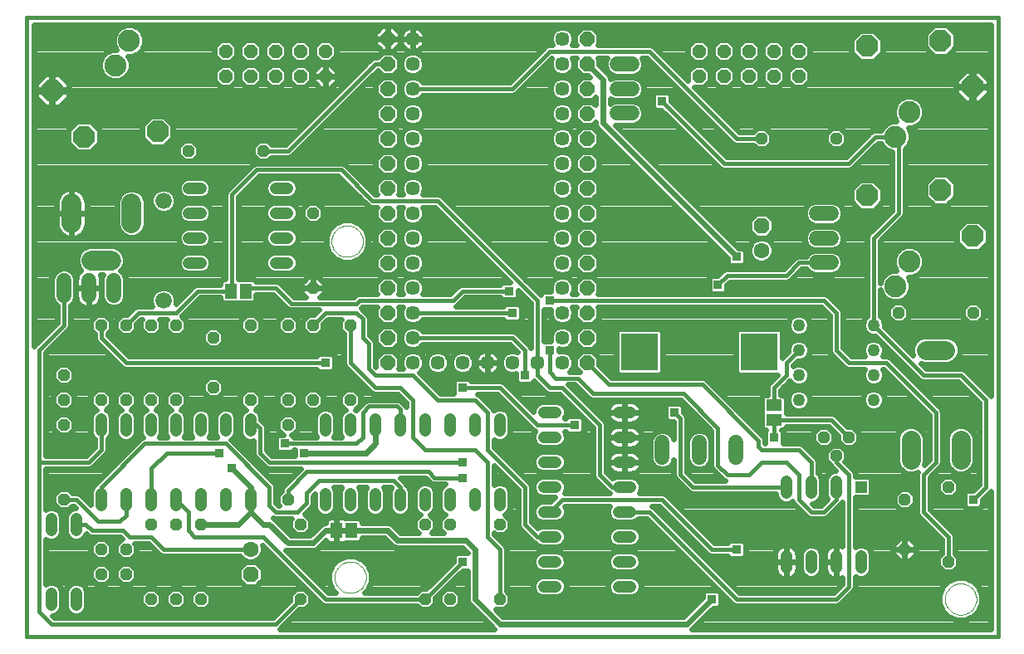
<source format=gtl>
G75*
%MOIN*%
%OFA0B0*%
%FSLAX24Y24*%
%IPPOS*%
%LPD*%
%AMOC8*
5,1,8,0,0,1.08239X$1,22.5*
%
%ADD10C,0.0160*%
%ADD11C,0.0000*%
%ADD12OC8,0.0885*%
%ADD13C,0.0885*%
%ADD14OC8,0.0630*%
%ADD15C,0.0630*%
%ADD16OC8,0.0480*%
%ADD17C,0.0570*%
%ADD18C,0.0787*%
%ADD19C,0.0600*%
%ADD20C,0.0660*%
%ADD21OC8,0.0591*%
%ADD22R,0.0460X0.0630*%
%ADD23C,0.0480*%
%ADD24R,0.0480X0.0480*%
%ADD25C,0.0591*%
%ADD26C,0.0780*%
%ADD27R,0.1502X0.1502*%
%ADD28R,0.0630X0.0460*%
%ADD29OC8,0.0540*%
%ADD30C,0.0500*%
%ADD31C,0.0240*%
%ADD32R,0.0356X0.0356*%
D10*
X003260Y001095D02*
X003260Y025966D01*
X042260Y025970D01*
X042260Y001095D01*
X003260Y001095D01*
X004260Y001595D02*
X013260Y001595D01*
X014260Y002595D01*
X015260Y002595D02*
X019260Y002595D01*
X020760Y004095D01*
X021760Y005095D02*
X021760Y008095D01*
X021260Y008595D01*
X019260Y008595D01*
X018760Y009095D01*
X018760Y010595D01*
X018260Y011095D01*
X017260Y011095D01*
X016260Y012095D01*
X016260Y013595D01*
X016760Y013845D02*
X016510Y014095D01*
X015260Y014095D01*
X014760Y013595D01*
X013885Y014470D02*
X016510Y014470D01*
X016635Y014595D01*
X020385Y014595D01*
X020760Y014970D01*
X022635Y014970D01*
X022760Y014095D02*
X018760Y014095D01*
X018760Y013095D02*
X022760Y013095D01*
X023260Y012595D01*
X023260Y011595D01*
X023760Y011595D02*
X023760Y012095D01*
X023760Y014595D01*
X019760Y018595D01*
X017135Y018595D01*
X015885Y019845D01*
X012510Y019845D01*
X011510Y018845D01*
X011510Y015020D01*
X011460Y014970D01*
X010135Y014970D01*
X009260Y014095D01*
X007760Y014095D01*
X007260Y013595D01*
X006260Y013595D02*
X006260Y013095D01*
X007260Y012095D01*
X015260Y012095D01*
X017010Y011845D02*
X017010Y012845D01*
X016760Y013095D01*
X016760Y013845D01*
X017010Y011845D02*
X017260Y011595D01*
X018760Y011595D01*
X019760Y010595D01*
X021260Y010595D01*
X021760Y010095D01*
X021760Y008595D01*
X023260Y007095D01*
X023260Y005595D01*
X023760Y005095D01*
X024260Y005095D01*
X024260Y006095D02*
X024760Y006595D01*
X028760Y006595D01*
X030760Y004595D01*
X031760Y004595D01*
X031760Y002595D02*
X035760Y002595D01*
X036260Y003095D01*
X036260Y007595D01*
X035760Y008095D01*
X035760Y008345D01*
X034760Y008095D02*
X034260Y008595D01*
X032760Y008595D01*
X032635Y008720D01*
X032635Y008970D01*
X030385Y011220D01*
X026635Y011220D01*
X025760Y012095D01*
X025385Y011470D02*
X024510Y011470D01*
X024260Y011720D01*
X024260Y012595D01*
X023760Y011595D02*
X024260Y011095D01*
X024760Y011095D01*
X026260Y009595D01*
X026260Y007595D01*
X026760Y007095D01*
X027260Y007095D01*
X027260Y006095D02*
X028260Y006095D01*
X031760Y002595D01*
X034760Y006095D02*
X034260Y006595D01*
X034260Y007595D01*
X033760Y008095D01*
X032760Y008095D01*
X032260Y007595D01*
X031385Y007595D01*
X031010Y007970D01*
X031010Y009470D01*
X029635Y010845D01*
X026010Y010845D01*
X025385Y011470D01*
X025260Y009595D02*
X023760Y009595D01*
X022260Y011095D01*
X020760Y011095D01*
X018260Y010220D02*
X018260Y009595D01*
X018260Y010220D02*
X018135Y010345D01*
X017010Y010345D01*
X016760Y010095D01*
X016760Y009095D01*
X016510Y008845D01*
X013635Y008845D01*
X013010Y008095D02*
X020760Y008095D01*
X020760Y007470D02*
X019635Y007470D01*
X019385Y007720D01*
X014510Y007720D01*
X013760Y006970D01*
X013760Y006595D01*
X014135Y006095D02*
X014510Y006470D01*
X014510Y006845D01*
X015010Y007345D01*
X018010Y007345D01*
X018260Y007095D01*
X018260Y006595D01*
X021760Y005095D02*
X022260Y004595D01*
X022260Y002595D01*
X015260Y002595D02*
X012760Y005095D01*
X010010Y005095D01*
X009760Y005345D01*
X009760Y006095D01*
X009260Y006595D01*
X008260Y006595D02*
X008260Y007845D01*
X008885Y008470D01*
X011010Y008470D01*
X011260Y008845D02*
X008010Y008845D01*
X006260Y007095D01*
X006260Y006595D01*
X007260Y006595D02*
X007260Y005970D01*
X007010Y005720D01*
X006135Y005720D01*
X005260Y006595D01*
X004760Y006595D01*
X005260Y005595D02*
X005635Y005595D01*
X005885Y005345D01*
X007135Y005345D01*
X007385Y005095D01*
X008260Y005095D01*
X008760Y004595D01*
X012260Y004595D01*
X013260Y006095D02*
X013010Y006345D01*
X013010Y007095D01*
X011260Y008845D01*
X012260Y009595D02*
X012510Y009595D01*
X012635Y009470D01*
X012635Y008470D01*
X013010Y008095D01*
X013260Y006095D02*
X014135Y006095D01*
X006260Y008595D02*
X005760Y008095D01*
X003760Y008095D01*
X003760Y002095D01*
X004260Y001595D01*
X003760Y008095D02*
X003760Y012595D01*
X004760Y013595D01*
X004760Y015095D01*
X012060Y014970D02*
X012185Y015095D01*
X013260Y015095D01*
X013885Y014470D01*
X006260Y009595D02*
X006260Y008595D01*
X024260Y014595D02*
X035260Y014595D01*
X035760Y014095D01*
X035760Y012595D01*
X036260Y012095D01*
X037760Y012095D01*
X039760Y010095D01*
X039760Y008095D01*
X039260Y007595D01*
X039260Y006095D01*
X040260Y005095D01*
X040260Y004095D01*
X041260Y006595D02*
X041760Y007095D01*
X041760Y010595D01*
X040760Y011595D01*
X039260Y011595D01*
X037260Y013595D01*
X037260Y017095D01*
X038260Y018095D01*
X038260Y021045D01*
X038140Y021165D01*
X037330Y021165D01*
X036260Y020095D01*
X031260Y020095D01*
X028760Y022595D01*
X028260Y024595D02*
X024260Y024595D01*
X022760Y023095D01*
X018760Y023095D01*
X017760Y024095D02*
X017260Y024095D01*
X013760Y020595D01*
X012760Y020595D01*
X028260Y024595D02*
X031760Y021095D01*
X032760Y021095D01*
X034275Y016111D02*
X035260Y016111D01*
X034275Y016111D02*
X033760Y015595D01*
X031385Y015595D01*
X031010Y015220D01*
X033760Y012095D02*
X034260Y012595D01*
X033760Y012095D02*
X033760Y011595D01*
X033260Y011095D01*
X033260Y010395D01*
X033260Y009795D02*
X033260Y009095D01*
X033260Y009795D02*
X035560Y009795D01*
X036260Y009095D01*
X034760Y008095D02*
X034760Y007095D01*
X035760Y007095D02*
X035760Y006595D01*
X035260Y006095D01*
X034760Y006095D01*
X033760Y007095D02*
X030010Y007095D01*
X029510Y007595D01*
X029510Y009845D01*
X029260Y010095D01*
D11*
X040130Y002595D02*
X040132Y002645D01*
X040138Y002695D01*
X040148Y002744D01*
X040162Y002792D01*
X040179Y002839D01*
X040200Y002884D01*
X040225Y002928D01*
X040253Y002969D01*
X040285Y003008D01*
X040319Y003045D01*
X040356Y003079D01*
X040396Y003109D01*
X040438Y003136D01*
X040482Y003160D01*
X040528Y003181D01*
X040575Y003197D01*
X040623Y003210D01*
X040673Y003219D01*
X040722Y003224D01*
X040773Y003225D01*
X040823Y003222D01*
X040872Y003215D01*
X040921Y003204D01*
X040969Y003189D01*
X041015Y003171D01*
X041060Y003149D01*
X041103Y003123D01*
X041144Y003094D01*
X041183Y003062D01*
X041219Y003027D01*
X041251Y002989D01*
X041281Y002949D01*
X041308Y002906D01*
X041331Y002862D01*
X041350Y002816D01*
X041366Y002768D01*
X041378Y002719D01*
X041386Y002670D01*
X041390Y002620D01*
X041390Y002570D01*
X041386Y002520D01*
X041378Y002471D01*
X041366Y002422D01*
X041350Y002374D01*
X041331Y002328D01*
X041308Y002284D01*
X041281Y002241D01*
X041251Y002201D01*
X041219Y002163D01*
X041183Y002128D01*
X041144Y002096D01*
X041103Y002067D01*
X041060Y002041D01*
X041015Y002019D01*
X040969Y002001D01*
X040921Y001986D01*
X040872Y001975D01*
X040823Y001968D01*
X040773Y001965D01*
X040722Y001966D01*
X040673Y001971D01*
X040623Y001980D01*
X040575Y001993D01*
X040528Y002009D01*
X040482Y002030D01*
X040438Y002054D01*
X040396Y002081D01*
X040356Y002111D01*
X040319Y002145D01*
X040285Y002182D01*
X040253Y002221D01*
X040225Y002262D01*
X040200Y002306D01*
X040179Y002351D01*
X040162Y002398D01*
X040148Y002446D01*
X040138Y002495D01*
X040132Y002545D01*
X040130Y002595D01*
X015630Y003470D02*
X015632Y003520D01*
X015638Y003570D01*
X015648Y003619D01*
X015662Y003667D01*
X015679Y003714D01*
X015700Y003759D01*
X015725Y003803D01*
X015753Y003844D01*
X015785Y003883D01*
X015819Y003920D01*
X015856Y003954D01*
X015896Y003984D01*
X015938Y004011D01*
X015982Y004035D01*
X016028Y004056D01*
X016075Y004072D01*
X016123Y004085D01*
X016173Y004094D01*
X016222Y004099D01*
X016273Y004100D01*
X016323Y004097D01*
X016372Y004090D01*
X016421Y004079D01*
X016469Y004064D01*
X016515Y004046D01*
X016560Y004024D01*
X016603Y003998D01*
X016644Y003969D01*
X016683Y003937D01*
X016719Y003902D01*
X016751Y003864D01*
X016781Y003824D01*
X016808Y003781D01*
X016831Y003737D01*
X016850Y003691D01*
X016866Y003643D01*
X016878Y003594D01*
X016886Y003545D01*
X016890Y003495D01*
X016890Y003445D01*
X016886Y003395D01*
X016878Y003346D01*
X016866Y003297D01*
X016850Y003249D01*
X016831Y003203D01*
X016808Y003159D01*
X016781Y003116D01*
X016751Y003076D01*
X016719Y003038D01*
X016683Y003003D01*
X016644Y002971D01*
X016603Y002942D01*
X016560Y002916D01*
X016515Y002894D01*
X016469Y002876D01*
X016421Y002861D01*
X016372Y002850D01*
X016323Y002843D01*
X016273Y002840D01*
X016222Y002841D01*
X016173Y002846D01*
X016123Y002855D01*
X016075Y002868D01*
X016028Y002884D01*
X015982Y002905D01*
X015938Y002929D01*
X015896Y002956D01*
X015856Y002986D01*
X015819Y003020D01*
X015785Y003057D01*
X015753Y003096D01*
X015725Y003137D01*
X015700Y003181D01*
X015679Y003226D01*
X015662Y003273D01*
X015648Y003321D01*
X015638Y003370D01*
X015632Y003420D01*
X015630Y003470D01*
X015505Y016970D02*
X015507Y017020D01*
X015513Y017070D01*
X015523Y017119D01*
X015537Y017167D01*
X015554Y017214D01*
X015575Y017259D01*
X015600Y017303D01*
X015628Y017344D01*
X015660Y017383D01*
X015694Y017420D01*
X015731Y017454D01*
X015771Y017484D01*
X015813Y017511D01*
X015857Y017535D01*
X015903Y017556D01*
X015950Y017572D01*
X015998Y017585D01*
X016048Y017594D01*
X016097Y017599D01*
X016148Y017600D01*
X016198Y017597D01*
X016247Y017590D01*
X016296Y017579D01*
X016344Y017564D01*
X016390Y017546D01*
X016435Y017524D01*
X016478Y017498D01*
X016519Y017469D01*
X016558Y017437D01*
X016594Y017402D01*
X016626Y017364D01*
X016656Y017324D01*
X016683Y017281D01*
X016706Y017237D01*
X016725Y017191D01*
X016741Y017143D01*
X016753Y017094D01*
X016761Y017045D01*
X016765Y016995D01*
X016765Y016945D01*
X016761Y016895D01*
X016753Y016846D01*
X016741Y016797D01*
X016725Y016749D01*
X016706Y016703D01*
X016683Y016659D01*
X016656Y016616D01*
X016626Y016576D01*
X016594Y016538D01*
X016558Y016503D01*
X016519Y016471D01*
X016478Y016442D01*
X016435Y016416D01*
X016390Y016394D01*
X016344Y016376D01*
X016296Y016361D01*
X016247Y016350D01*
X016198Y016343D01*
X016148Y016340D01*
X016097Y016341D01*
X016048Y016346D01*
X015998Y016355D01*
X015950Y016368D01*
X015903Y016384D01*
X015857Y016405D01*
X015813Y016429D01*
X015771Y016456D01*
X015731Y016486D01*
X015694Y016520D01*
X015660Y016557D01*
X015628Y016596D01*
X015600Y016637D01*
X015575Y016681D01*
X015554Y016726D01*
X015537Y016773D01*
X015523Y016821D01*
X015513Y016870D01*
X015507Y016920D01*
X015505Y016970D01*
D12*
X008520Y021375D03*
X005570Y021165D03*
X004290Y023015D03*
X037000Y024815D03*
X039950Y025025D03*
X041230Y023175D03*
X039950Y019025D03*
X037000Y018815D03*
X041230Y017175D03*
D13*
X038690Y016155D03*
X038140Y015165D03*
X038140Y021165D03*
X038690Y022155D03*
X007380Y025025D03*
X006830Y024035D03*
D14*
X032760Y017595D03*
X012260Y003595D03*
D15*
X012260Y004595D03*
X032760Y016595D03*
D16*
X038260Y014095D03*
X041260Y014095D03*
X036260Y009095D03*
X035260Y009095D03*
X035760Y008345D03*
X038510Y006595D03*
X040260Y007095D03*
X038510Y004595D03*
X040260Y004095D03*
X022260Y002595D03*
X020260Y002595D03*
X019260Y002595D03*
X019260Y005595D03*
X020260Y005595D03*
X022260Y005595D03*
X016260Y010595D03*
X014760Y010595D03*
X013760Y010595D03*
X013760Y009595D03*
X012260Y010595D03*
X010760Y011095D03*
X009260Y010595D03*
X008260Y010595D03*
X007260Y010595D03*
X006260Y010595D03*
X004760Y010595D03*
X004760Y011595D03*
X004760Y009595D03*
X004760Y006595D03*
X006260Y004595D03*
X007260Y004595D03*
X008260Y005595D03*
X009260Y005595D03*
X010260Y005595D03*
X007260Y003595D03*
X006260Y003595D03*
X008260Y002595D03*
X009260Y002595D03*
X010260Y002595D03*
X014260Y002595D03*
X014260Y005595D03*
X013760Y006595D03*
X010760Y013095D03*
X012260Y013595D03*
X013760Y013595D03*
X014760Y013595D03*
X016260Y013595D03*
X014760Y015095D03*
X014760Y018095D03*
X012760Y020595D03*
X009760Y020595D03*
X009260Y013595D03*
X008260Y013595D03*
X007260Y013595D03*
X006260Y013595D03*
X032760Y021095D03*
X035760Y021095D03*
D17*
X024760Y021095D03*
X024760Y022095D03*
X024760Y023095D03*
X024760Y024095D03*
X024760Y025095D03*
X018760Y025095D03*
X018760Y024095D03*
X018760Y023095D03*
X018760Y022095D03*
X018760Y021095D03*
X018760Y020095D03*
X018760Y019095D03*
X018760Y018095D03*
X018760Y017095D03*
X018760Y016095D03*
X018760Y015095D03*
X018760Y014095D03*
X018760Y013095D03*
X018760Y012095D03*
X019760Y012095D03*
X020760Y012095D03*
X021760Y012095D03*
X022760Y012095D03*
X023760Y012095D03*
X024760Y012095D03*
X024760Y013095D03*
X024760Y014095D03*
X024760Y015095D03*
X024760Y016095D03*
X024760Y017095D03*
X024760Y018095D03*
X024760Y019095D03*
X024760Y020095D03*
D18*
X007480Y018489D02*
X007480Y017701D01*
X006653Y016205D02*
X005866Y016205D01*
X005078Y017701D02*
X005078Y018489D01*
D19*
X004760Y015395D02*
X004760Y014795D01*
X005760Y014795D02*
X005760Y015395D01*
X006760Y015395D02*
X006760Y014795D01*
D20*
X008760Y014595D03*
X008760Y018595D03*
D21*
X017760Y018095D03*
X017760Y017095D03*
X017760Y016095D03*
X017760Y015095D03*
X017760Y014095D03*
X017760Y013095D03*
X017760Y012095D03*
X025760Y012095D03*
X025760Y013095D03*
X025760Y014095D03*
X025760Y015095D03*
X025760Y016095D03*
X025760Y017095D03*
X025760Y018095D03*
X025760Y019095D03*
X025760Y020095D03*
X025760Y021095D03*
X025760Y022095D03*
X025760Y023095D03*
X025760Y024095D03*
X025760Y025095D03*
X017760Y025095D03*
X017760Y024095D03*
X017760Y023095D03*
X017760Y022095D03*
X017760Y021095D03*
X017760Y020095D03*
X017760Y019095D03*
D22*
X012060Y014970D03*
X011460Y014970D03*
X015710Y005345D03*
X016310Y005345D03*
D23*
X016260Y006355D02*
X016260Y006835D01*
X015260Y006835D02*
X015260Y006355D01*
X017260Y006355D02*
X017260Y006835D01*
X018260Y006835D02*
X018260Y006355D01*
X019260Y006355D02*
X019260Y006835D01*
X020260Y006835D02*
X020260Y006355D01*
X021260Y006355D02*
X021260Y006835D01*
X022260Y006835D02*
X022260Y006355D01*
X024020Y006095D02*
X024500Y006095D01*
X024500Y005095D02*
X024020Y005095D01*
X024020Y004095D02*
X024500Y004095D01*
X024500Y003095D02*
X024020Y003095D01*
X027020Y003095D02*
X027500Y003095D01*
X027500Y004095D02*
X027020Y004095D01*
X027020Y005095D02*
X027500Y005095D01*
X027500Y006095D02*
X027020Y006095D01*
X027020Y007095D02*
X027500Y007095D01*
X027500Y008095D02*
X027020Y008095D01*
X027020Y009095D02*
X027500Y009095D01*
X027500Y010095D02*
X027020Y010095D01*
X024500Y010095D02*
X024020Y010095D01*
X024020Y009095D02*
X024500Y009095D01*
X024500Y008095D02*
X024020Y008095D01*
X024020Y007095D02*
X024500Y007095D01*
X022260Y009355D02*
X022260Y009835D01*
X021260Y009835D02*
X021260Y009355D01*
X020260Y009355D02*
X020260Y009835D01*
X019260Y009835D02*
X019260Y009355D01*
X018260Y009355D02*
X018260Y009835D01*
X017260Y009835D02*
X017260Y009355D01*
X016260Y009355D02*
X016260Y009835D01*
X015260Y009835D02*
X015260Y009355D01*
X012260Y009355D02*
X012260Y009835D01*
X011260Y009835D02*
X011260Y009355D01*
X010260Y009355D02*
X010260Y009835D01*
X009260Y009835D02*
X009260Y009355D01*
X008260Y009355D02*
X008260Y009835D01*
X007260Y009835D02*
X007260Y009355D01*
X006260Y009355D02*
X006260Y009835D01*
X006260Y006835D02*
X006260Y006355D01*
X007260Y006355D02*
X007260Y006835D01*
X008260Y006835D02*
X008260Y006355D01*
X009260Y006355D02*
X009260Y006835D01*
X010260Y006835D02*
X010260Y006355D01*
X011260Y006355D02*
X011260Y006835D01*
X012260Y006835D02*
X012260Y006355D01*
X005260Y005835D02*
X005260Y005355D01*
X004260Y005355D02*
X004260Y005835D01*
X004260Y002835D02*
X004260Y002355D01*
X005260Y002355D02*
X005260Y002835D01*
X009780Y016095D02*
X010260Y016095D01*
X010260Y017095D02*
X009780Y017095D01*
X009780Y018095D02*
X010260Y018095D01*
X010260Y019095D02*
X009780Y019095D01*
X013260Y019095D02*
X013740Y019095D01*
X013740Y018095D02*
X013260Y018095D01*
X013260Y017095D02*
X013740Y017095D01*
X013740Y016095D02*
X013260Y016095D01*
X033760Y007335D02*
X033760Y006855D01*
X034760Y006855D02*
X034760Y007335D01*
X035760Y007335D02*
X035760Y006855D01*
X035760Y004335D02*
X035760Y003855D01*
X036760Y003855D02*
X036760Y004335D01*
X034760Y004335D02*
X034760Y003855D01*
X033760Y003855D02*
X033760Y004335D01*
D24*
X036760Y007095D03*
D25*
X031736Y008300D02*
X031736Y008890D01*
X030260Y008890D02*
X030260Y008300D01*
X028783Y008300D02*
X028783Y008890D01*
X034964Y016111D02*
X035555Y016111D01*
X035555Y017095D02*
X034964Y017095D01*
X034964Y018079D02*
X035555Y018079D01*
X027555Y022111D02*
X026964Y022111D01*
X026964Y023095D02*
X027555Y023095D01*
X027555Y024079D02*
X026964Y024079D01*
D26*
X039370Y012595D02*
X040150Y012595D01*
X040760Y008985D02*
X040760Y008205D01*
X038760Y008205D02*
X038760Y008985D01*
D27*
X032661Y012532D03*
X027858Y012532D03*
D28*
X033260Y010395D03*
X033260Y009795D03*
D29*
X033260Y023595D03*
X034260Y023595D03*
X034260Y024595D03*
X033260Y024595D03*
X032260Y024595D03*
X031260Y024595D03*
X031260Y023595D03*
X032260Y023595D03*
X030260Y023595D03*
X030260Y024595D03*
X015260Y024595D03*
X014260Y024595D03*
X013260Y024595D03*
X013260Y023595D03*
X014260Y023595D03*
X015260Y023595D03*
X012260Y023595D03*
X011260Y023595D03*
X011260Y024595D03*
X012260Y024595D03*
D30*
X034260Y013595D03*
X034260Y012595D03*
X034260Y011595D03*
X034260Y010595D03*
X037260Y010595D03*
X037260Y011595D03*
X037260Y012595D03*
X037260Y013595D03*
D31*
X037667Y013736D02*
X038025Y013736D01*
X038086Y013675D02*
X038433Y013675D01*
X038680Y013921D01*
X038680Y014269D01*
X038433Y014515D01*
X038086Y014515D01*
X037840Y014269D01*
X037840Y013921D01*
X038086Y013675D01*
X037840Y013974D02*
X037520Y013974D01*
X037520Y013943D02*
X037520Y015035D01*
X037612Y014812D01*
X037787Y014637D01*
X038016Y014543D01*
X038263Y014543D01*
X038492Y014637D01*
X038667Y014812D01*
X038762Y015041D01*
X038762Y015289D01*
X038667Y015518D01*
X038652Y015533D01*
X038813Y015533D01*
X039042Y015627D01*
X039217Y015802D01*
X039312Y016031D01*
X039312Y016279D01*
X039217Y016508D01*
X039042Y016683D01*
X038813Y016777D01*
X038566Y016777D01*
X038337Y016683D01*
X038162Y016508D01*
X038067Y016279D01*
X038067Y016031D01*
X038162Y015802D01*
X038177Y015787D01*
X038016Y015787D01*
X037787Y015693D01*
X037612Y015518D01*
X037520Y015295D01*
X037520Y016987D01*
X038480Y017948D01*
X038520Y018043D01*
X038520Y020665D01*
X038667Y020812D01*
X038762Y021041D01*
X038762Y021289D01*
X038667Y021518D01*
X038652Y021533D01*
X038813Y021533D01*
X039042Y021627D01*
X039217Y021802D01*
X039312Y022031D01*
X039312Y022279D01*
X039217Y022508D01*
X039042Y022683D01*
X038813Y022777D01*
X038566Y022777D01*
X038337Y022683D01*
X038162Y022508D01*
X038067Y022279D01*
X038067Y022031D01*
X038162Y021802D01*
X038177Y021787D01*
X038016Y021787D01*
X037787Y021693D01*
X037612Y021518D01*
X037573Y021425D01*
X037278Y021425D01*
X037182Y021385D01*
X037109Y021312D01*
X036152Y020355D01*
X031367Y020355D01*
X029118Y022605D01*
X029118Y022848D01*
X029012Y022953D01*
X028507Y022953D01*
X028401Y022848D01*
X028401Y022342D01*
X028507Y022237D01*
X028750Y022237D01*
X031039Y019948D01*
X031112Y019875D01*
X031208Y019835D01*
X036311Y019835D01*
X036407Y019875D01*
X037437Y020905D01*
X037573Y020905D01*
X037612Y020812D01*
X037787Y020637D01*
X038000Y020549D01*
X038000Y018203D01*
X037112Y017315D01*
X037039Y017242D01*
X037000Y017147D01*
X037000Y013943D01*
X036895Y013839D01*
X036830Y013681D01*
X036830Y013509D01*
X036895Y013351D01*
X037016Y013230D01*
X037174Y013165D01*
X037322Y013165D01*
X039039Y011448D01*
X039112Y011375D01*
X039208Y011335D01*
X040652Y011335D01*
X041500Y010487D01*
X041500Y007203D01*
X041250Y006953D01*
X041007Y006953D01*
X040901Y006848D01*
X040901Y006342D01*
X041007Y006237D01*
X041512Y006237D01*
X041618Y006342D01*
X041618Y006585D01*
X041960Y006927D01*
X041960Y001395D01*
X029984Y001395D01*
X030014Y001425D01*
X030826Y002237D01*
X031012Y002237D01*
X031118Y002342D01*
X031118Y002848D01*
X031012Y002953D01*
X030507Y002953D01*
X030401Y002848D01*
X030401Y002661D01*
X029635Y001895D01*
X022384Y001895D01*
X022104Y002175D01*
X022433Y002175D01*
X022680Y002421D01*
X022680Y002769D01*
X022520Y002929D01*
X022520Y004647D01*
X022480Y004742D01*
X022020Y005203D01*
X022020Y005241D01*
X022086Y005175D01*
X022433Y005175D01*
X022680Y005421D01*
X022680Y005769D01*
X022464Y005985D01*
X022497Y005999D01*
X022616Y006117D01*
X022680Y006271D01*
X022680Y006919D01*
X022616Y007073D01*
X022497Y007191D01*
X022343Y007255D01*
X022176Y007255D01*
X022022Y007191D01*
X022020Y007189D01*
X022020Y007967D01*
X023000Y006987D01*
X023000Y005543D01*
X023039Y005448D01*
X023112Y005375D01*
X023612Y004875D01*
X023670Y004851D01*
X023782Y004739D01*
X023936Y004675D01*
X024583Y004675D01*
X024737Y004739D01*
X024856Y004857D01*
X024920Y005011D01*
X024920Y005179D01*
X024856Y005333D01*
X024737Y005451D01*
X024583Y005515D01*
X023936Y005515D01*
X023782Y005451D01*
X023776Y005446D01*
X023520Y005703D01*
X023520Y007147D01*
X023480Y007242D01*
X022020Y008703D01*
X022020Y009001D01*
X022022Y008999D01*
X022176Y008935D01*
X022343Y008935D01*
X022497Y008999D01*
X022616Y009117D01*
X022680Y009271D01*
X022680Y009919D01*
X022616Y010073D01*
X022497Y010191D01*
X022343Y010255D01*
X022176Y010255D01*
X022022Y010191D01*
X022007Y010177D01*
X021980Y010242D01*
X021480Y010742D01*
X021407Y010815D01*
X021360Y010835D01*
X022152Y010835D01*
X023539Y009448D01*
X023612Y009375D01*
X023678Y009347D01*
X023663Y009333D01*
X023600Y009179D01*
X023600Y009011D01*
X023663Y008857D01*
X023782Y008739D01*
X023936Y008675D01*
X024583Y008675D01*
X024737Y008739D01*
X024856Y008857D01*
X024920Y009011D01*
X024920Y009179D01*
X024856Y009333D01*
X024853Y009335D01*
X024909Y009335D01*
X025007Y009237D01*
X025512Y009237D01*
X025618Y009342D01*
X025618Y009848D01*
X025512Y009953D01*
X025007Y009953D01*
X024909Y009855D01*
X024853Y009855D01*
X024856Y009857D01*
X024920Y010011D01*
X024920Y010179D01*
X024856Y010333D01*
X024737Y010451D01*
X024583Y010515D01*
X023936Y010515D01*
X023782Y010451D01*
X023663Y010333D01*
X023600Y010179D01*
X023600Y010123D01*
X022407Y011315D01*
X022311Y011355D01*
X021110Y011355D01*
X021012Y011453D01*
X020507Y011453D01*
X020401Y011348D01*
X020401Y010855D01*
X019867Y010855D01*
X019022Y011700D01*
X019023Y011701D01*
X019154Y011832D01*
X019225Y012003D01*
X019225Y012187D01*
X019154Y012358D01*
X019023Y012489D01*
X018852Y012560D01*
X018667Y012560D01*
X018496Y012489D01*
X018365Y012358D01*
X018295Y012187D01*
X018295Y012003D01*
X018356Y011855D01*
X018192Y011855D01*
X018235Y011898D01*
X018235Y012292D01*
X017956Y012570D01*
X017563Y012570D01*
X017284Y012292D01*
X017284Y011938D01*
X017270Y011953D01*
X017270Y012897D01*
X017230Y012992D01*
X017020Y013203D01*
X017020Y013897D01*
X016980Y013992D01*
X016730Y014242D01*
X016730Y014242D01*
X016690Y014282D01*
X016742Y014335D01*
X017327Y014335D01*
X017284Y014292D01*
X017284Y013898D01*
X017563Y013620D01*
X017956Y013620D01*
X018235Y013898D01*
X018235Y014292D01*
X018192Y014335D01*
X018356Y014335D01*
X018295Y014187D01*
X018295Y014003D01*
X018365Y013832D01*
X018496Y013701D01*
X018667Y013630D01*
X018852Y013630D01*
X019023Y013701D01*
X019154Y013832D01*
X019155Y013835D01*
X022409Y013835D01*
X022507Y013737D01*
X023012Y013737D01*
X023118Y013842D01*
X023118Y014348D01*
X023012Y014453D01*
X022507Y014453D01*
X022409Y014355D01*
X020485Y014355D01*
X020532Y014375D01*
X020867Y014710D01*
X022284Y014710D01*
X022382Y014612D01*
X022887Y014612D01*
X022993Y014717D01*
X022993Y014994D01*
X023500Y014487D01*
X023500Y012695D01*
X023480Y012742D01*
X023407Y012815D01*
X022907Y013315D01*
X022811Y013355D01*
X019155Y013355D01*
X019154Y013358D01*
X019023Y013489D01*
X018852Y013560D01*
X018667Y013560D01*
X018496Y013489D01*
X018365Y013358D01*
X018295Y013187D01*
X018295Y013003D01*
X018365Y012832D01*
X018496Y012701D01*
X018667Y012630D01*
X018852Y012630D01*
X019023Y012701D01*
X019154Y012832D01*
X019155Y012835D01*
X022652Y012835D01*
X022980Y012507D01*
X022852Y012560D01*
X022667Y012560D01*
X022496Y012489D01*
X022365Y012358D01*
X022295Y012187D01*
X022295Y012003D01*
X022365Y011832D01*
X022496Y011701D01*
X022667Y011630D01*
X022852Y011630D01*
X022901Y011650D01*
X022901Y011342D01*
X023007Y011237D01*
X023512Y011237D01*
X023618Y011342D01*
X023618Y011369D01*
X024039Y010948D01*
X024112Y010875D01*
X024208Y010835D01*
X024652Y010835D01*
X026000Y009487D01*
X026000Y007543D01*
X026039Y007448D01*
X026539Y006948D01*
X026612Y006875D01*
X026660Y006855D01*
X024853Y006855D01*
X024856Y006857D01*
X024920Y007011D01*
X024920Y007179D01*
X024856Y007333D01*
X024737Y007451D01*
X024583Y007515D01*
X023936Y007515D01*
X023782Y007451D01*
X023663Y007333D01*
X023600Y007179D01*
X023600Y007011D01*
X023663Y006857D01*
X023782Y006739D01*
X023936Y006675D01*
X024472Y006675D01*
X024312Y006515D01*
X023936Y006515D01*
X023782Y006451D01*
X023663Y006333D01*
X023600Y006179D01*
X023600Y006011D01*
X023663Y005857D01*
X023782Y005739D01*
X023936Y005675D01*
X024583Y005675D01*
X024737Y005739D01*
X024856Y005857D01*
X024920Y006011D01*
X024920Y006179D01*
X024858Y006326D01*
X024867Y006335D01*
X026666Y006335D01*
X026663Y006333D01*
X026600Y006179D01*
X026600Y006011D01*
X026663Y005857D01*
X026782Y005739D01*
X026936Y005675D01*
X027583Y005675D01*
X027737Y005739D01*
X027833Y005835D01*
X028152Y005835D01*
X031539Y002448D01*
X031612Y002375D01*
X031708Y002335D01*
X035811Y002335D01*
X035907Y002375D01*
X036407Y002875D01*
X036480Y002948D01*
X036520Y003043D01*
X036520Y003501D01*
X036522Y003499D01*
X036676Y003435D01*
X036843Y003435D01*
X036997Y003499D01*
X037116Y003617D01*
X037180Y003771D01*
X037180Y004419D01*
X037116Y004573D01*
X036997Y004691D01*
X036843Y004755D01*
X036676Y004755D01*
X036522Y004691D01*
X036520Y004689D01*
X036520Y006675D01*
X037074Y006675D01*
X037180Y006780D01*
X037180Y007410D01*
X037074Y007515D01*
X036520Y007515D01*
X036520Y007647D01*
X036480Y007742D01*
X036115Y008107D01*
X036180Y008171D01*
X036180Y008519D01*
X035933Y008765D01*
X035586Y008765D01*
X035340Y008519D01*
X035340Y008171D01*
X035522Y007988D01*
X035539Y007948D01*
X035612Y007875D01*
X035732Y007755D01*
X035676Y007755D01*
X035522Y007691D01*
X035403Y007573D01*
X035340Y007419D01*
X035340Y006771D01*
X035403Y006617D01*
X035409Y006612D01*
X035152Y006355D01*
X034867Y006355D01*
X034787Y006435D01*
X034843Y006435D01*
X034997Y006499D01*
X035116Y006617D01*
X035180Y006771D01*
X035180Y007419D01*
X035116Y007573D01*
X035020Y007669D01*
X035020Y008147D01*
X034980Y008242D01*
X034480Y008742D01*
X034407Y008815D01*
X034311Y008855D01*
X033618Y008855D01*
X033618Y009348D01*
X033580Y009385D01*
X033649Y009385D01*
X033755Y009490D01*
X033755Y009535D01*
X035452Y009535D01*
X035840Y009147D01*
X035840Y008921D01*
X036086Y008675D01*
X036433Y008675D01*
X036680Y008921D01*
X036680Y009269D01*
X036433Y009515D01*
X036207Y009515D01*
X035707Y010015D01*
X035611Y010055D01*
X033755Y010055D01*
X033755Y010700D01*
X033649Y010805D01*
X033520Y010805D01*
X033520Y010987D01*
X033892Y011359D01*
X033895Y011351D01*
X034016Y011230D01*
X034174Y011165D01*
X034345Y011165D01*
X034503Y011230D01*
X034624Y011351D01*
X034690Y011509D01*
X034690Y011681D01*
X034624Y011839D01*
X034503Y011960D01*
X034345Y012025D01*
X034174Y012025D01*
X034020Y011961D01*
X034020Y011987D01*
X034197Y012165D01*
X034345Y012165D01*
X034503Y012230D01*
X034624Y012351D01*
X034690Y012509D01*
X034690Y012681D01*
X034624Y012839D01*
X034503Y012960D01*
X034345Y013025D01*
X034174Y013025D01*
X034016Y012960D01*
X033895Y012839D01*
X033830Y012681D01*
X033830Y012533D01*
X033592Y012295D01*
X033592Y013358D01*
X033487Y013463D01*
X031835Y013463D01*
X031730Y013358D01*
X031730Y011706D01*
X031835Y011601D01*
X033398Y011601D01*
X033039Y011242D01*
X033000Y011147D01*
X033000Y010805D01*
X032870Y010805D01*
X032765Y010700D01*
X032765Y009490D01*
X032870Y009385D01*
X032939Y009385D01*
X032901Y009348D01*
X032901Y008855D01*
X032895Y008855D01*
X032895Y009022D01*
X032855Y009117D01*
X030605Y011367D01*
X030532Y011440D01*
X030436Y011480D01*
X026742Y011480D01*
X026235Y011987D01*
X026235Y012292D01*
X025956Y012570D01*
X025563Y012570D01*
X025284Y012292D01*
X025284Y011898D01*
X025464Y011719D01*
X025436Y011730D01*
X025052Y011730D01*
X025154Y011832D01*
X025225Y012003D01*
X025225Y012187D01*
X025154Y012358D01*
X025023Y012489D01*
X024852Y012560D01*
X024667Y012560D01*
X024618Y012540D01*
X024618Y012650D01*
X024667Y012630D01*
X024852Y012630D01*
X025023Y012701D01*
X025154Y012832D01*
X025225Y013003D01*
X025225Y013187D01*
X025154Y013358D01*
X025023Y013489D01*
X024852Y013560D01*
X024667Y013560D01*
X024496Y013489D01*
X024365Y013358D01*
X024295Y013187D01*
X024295Y013003D01*
X024315Y012953D01*
X024020Y012953D01*
X024020Y014237D01*
X024315Y014237D01*
X024295Y014187D01*
X024295Y014003D01*
X024365Y013832D01*
X024496Y013701D01*
X024667Y013630D01*
X024852Y013630D01*
X025023Y013701D01*
X025154Y013832D01*
X025225Y014003D01*
X025225Y014187D01*
X025163Y014335D01*
X025327Y014335D01*
X025284Y014292D01*
X025284Y013898D01*
X025563Y013620D01*
X025956Y013620D01*
X026235Y013898D01*
X026235Y014292D01*
X026192Y014335D01*
X035152Y014335D01*
X035500Y013987D01*
X035500Y012543D01*
X034690Y012543D01*
X034648Y012782D02*
X035500Y012782D01*
X035500Y013020D02*
X034357Y013020D01*
X034345Y013165D02*
X034174Y013165D01*
X034016Y013230D01*
X033895Y013351D01*
X033830Y013509D01*
X033830Y013681D01*
X033895Y013839D01*
X034016Y013960D01*
X034174Y014025D01*
X034345Y014025D01*
X034503Y013960D01*
X034624Y013839D01*
X034690Y013681D01*
X034690Y013509D01*
X034624Y013351D01*
X034503Y013230D01*
X034345Y013165D01*
X034531Y013259D02*
X035500Y013259D01*
X035500Y013497D02*
X034684Y013497D01*
X034667Y013736D02*
X035500Y013736D01*
X035500Y013974D02*
X034468Y013974D01*
X034051Y013974D02*
X026235Y013974D01*
X026235Y014213D02*
X035274Y014213D01*
X035533Y014690D02*
X037000Y014690D01*
X037000Y014928D02*
X031328Y014928D01*
X031368Y014967D02*
X031262Y014862D01*
X030757Y014862D01*
X030651Y014967D01*
X030651Y015473D01*
X030757Y015578D01*
X031000Y015578D01*
X031164Y015742D01*
X031237Y015815D01*
X031333Y015855D01*
X033652Y015855D01*
X034055Y016258D01*
X034128Y016331D01*
X034224Y016371D01*
X034557Y016371D01*
X034561Y016380D01*
X034695Y016514D01*
X034870Y016586D01*
X035649Y016586D01*
X035824Y016514D01*
X035958Y016380D01*
X036030Y016205D01*
X036030Y016016D01*
X035958Y015842D01*
X035824Y015708D01*
X035649Y015635D01*
X034870Y015635D01*
X034695Y015708D01*
X034561Y015842D01*
X034557Y015851D01*
X034383Y015851D01*
X033907Y015375D01*
X033811Y015335D01*
X031492Y015335D01*
X031368Y015210D01*
X031368Y014967D01*
X031368Y015167D02*
X037000Y015167D01*
X037000Y015405D02*
X033937Y015405D01*
X034176Y015644D02*
X034850Y015644D01*
X035669Y015644D02*
X037000Y015644D01*
X037000Y015882D02*
X035974Y015882D01*
X036030Y016121D02*
X037000Y016121D01*
X037000Y016359D02*
X035966Y016359D01*
X035824Y016692D02*
X035958Y016826D01*
X036030Y017000D01*
X036030Y017190D01*
X035958Y017364D01*
X035824Y017498D01*
X035649Y017570D01*
X034870Y017570D01*
X034695Y017498D01*
X034561Y017364D01*
X034489Y017190D01*
X034489Y017000D01*
X034561Y016826D01*
X034695Y016692D01*
X034870Y016620D01*
X035649Y016620D01*
X035824Y016692D01*
X035962Y016836D02*
X037000Y016836D01*
X037000Y016598D02*
X033255Y016598D01*
X033255Y016693D02*
X033179Y016875D01*
X033040Y017015D01*
X032858Y017090D01*
X032661Y017090D01*
X032479Y017015D01*
X032340Y016875D01*
X032265Y016693D01*
X032265Y016497D01*
X032340Y016315D01*
X032479Y016175D01*
X032661Y016100D01*
X032858Y016100D01*
X033040Y016175D01*
X033179Y016315D01*
X033255Y016497D01*
X033255Y016693D01*
X033195Y016836D02*
X034557Y016836D01*
X034489Y017075D02*
X032895Y017075D01*
X032965Y017100D02*
X033255Y017390D01*
X033255Y017800D01*
X032965Y018090D01*
X032554Y018090D01*
X032265Y017800D01*
X032265Y017390D01*
X032554Y017100D01*
X032965Y017100D01*
X033178Y017313D02*
X034540Y017313D01*
X034824Y017552D02*
X033255Y017552D01*
X033255Y017790D02*
X034581Y017790D01*
X034561Y017810D02*
X034695Y017676D01*
X034870Y017604D01*
X035649Y017604D01*
X035824Y017676D01*
X035958Y017810D01*
X036030Y017985D01*
X036030Y018174D01*
X035958Y018348D01*
X035824Y018482D01*
X035649Y018555D01*
X034870Y018555D01*
X034695Y018482D01*
X034561Y018348D01*
X034489Y018174D01*
X034489Y017985D01*
X034561Y017810D01*
X034489Y018029D02*
X033026Y018029D01*
X032493Y018029D02*
X030500Y018029D01*
X030262Y018267D02*
X034528Y018267D01*
X034751Y018506D02*
X030023Y018506D01*
X029785Y018744D02*
X036377Y018744D01*
X036377Y018557D02*
X036742Y018193D01*
X037257Y018193D01*
X037622Y018557D01*
X037622Y019073D01*
X037257Y019437D01*
X036742Y019437D01*
X036377Y019073D01*
X036377Y018557D01*
X036429Y018506D02*
X035768Y018506D01*
X035991Y018267D02*
X036667Y018267D01*
X037332Y018267D02*
X038000Y018267D01*
X038000Y018506D02*
X037570Y018506D01*
X037622Y018744D02*
X038000Y018744D01*
X038000Y018983D02*
X037622Y018983D01*
X037474Y019221D02*
X038000Y019221D01*
X038000Y019460D02*
X029069Y019460D01*
X028831Y019698D02*
X038000Y019698D01*
X038000Y019937D02*
X036469Y019937D01*
X036707Y020175D02*
X038000Y020175D01*
X038000Y020414D02*
X036946Y020414D01*
X037184Y020652D02*
X037772Y020652D01*
X037579Y020891D02*
X037423Y020891D01*
X037164Y021368D02*
X036081Y021368D01*
X036180Y021269D02*
X035933Y021515D01*
X035586Y021515D01*
X035340Y021269D01*
X035340Y020921D01*
X035586Y020675D01*
X035933Y020675D01*
X036180Y020921D01*
X036180Y021269D01*
X036180Y021129D02*
X036926Y021129D01*
X036687Y020891D02*
X036149Y020891D01*
X036449Y020652D02*
X031070Y020652D01*
X030832Y020891D02*
X031596Y020891D01*
X031612Y020875D02*
X031708Y020835D01*
X032426Y020835D01*
X032586Y020675D01*
X032933Y020675D01*
X033180Y020921D01*
X033180Y021269D01*
X032933Y021515D01*
X032586Y021515D01*
X032426Y021355D01*
X031867Y021355D01*
X030077Y023145D01*
X030446Y023145D01*
X030710Y023409D01*
X030710Y023781D01*
X030446Y024045D01*
X030073Y024045D01*
X029810Y023781D01*
X029810Y023413D01*
X028480Y024742D01*
X028407Y024815D01*
X028311Y024855D01*
X026192Y024855D01*
X026235Y024898D01*
X026235Y025292D01*
X025956Y025570D01*
X025563Y025570D01*
X025284Y025292D01*
X025284Y024898D01*
X025327Y024855D01*
X025163Y024855D01*
X025225Y025003D01*
X025225Y025187D01*
X025154Y025358D01*
X025023Y025489D01*
X024852Y025560D01*
X024667Y025560D01*
X024496Y025489D01*
X024365Y025358D01*
X024295Y025187D01*
X024295Y025003D01*
X024356Y024855D01*
X024208Y024855D01*
X024112Y024815D01*
X022652Y023355D01*
X019155Y023355D01*
X019154Y023358D01*
X019023Y023489D01*
X018852Y023560D01*
X018667Y023560D01*
X018496Y023489D01*
X018365Y023358D01*
X018295Y023187D01*
X018295Y023003D01*
X018365Y022832D01*
X018496Y022701D01*
X018667Y022630D01*
X018852Y022630D01*
X019023Y022701D01*
X019154Y022832D01*
X019155Y022835D01*
X022811Y022835D01*
X022907Y022875D01*
X024347Y024315D01*
X024295Y024187D01*
X024295Y024003D01*
X024365Y023832D01*
X024496Y023701D01*
X024667Y023630D01*
X024852Y023630D01*
X025023Y023701D01*
X025154Y023832D01*
X025225Y024003D01*
X025225Y024187D01*
X025163Y024335D01*
X025327Y024335D01*
X025284Y024292D01*
X025284Y023898D01*
X025563Y023620D01*
X025811Y023620D01*
X025860Y023570D01*
X025563Y023570D01*
X025284Y023292D01*
X025284Y022898D01*
X025563Y022620D01*
X025956Y022620D01*
X026085Y022748D01*
X026085Y022442D01*
X025956Y022570D01*
X025563Y022570D01*
X025284Y022292D01*
X025284Y021898D01*
X025563Y021620D01*
X025956Y021620D01*
X026085Y021748D01*
X026085Y021660D01*
X026130Y021550D01*
X031401Y016279D01*
X031401Y016092D01*
X031507Y015987D01*
X032012Y015987D01*
X032118Y016092D01*
X032118Y016598D01*
X032012Y016703D01*
X031826Y016703D01*
X026893Y021635D01*
X027649Y021635D01*
X027824Y021708D01*
X027958Y021842D01*
X028030Y022016D01*
X028030Y022205D01*
X027958Y022380D01*
X027824Y022514D01*
X027649Y022586D01*
X026870Y022586D01*
X026695Y022514D01*
X026685Y022503D01*
X026685Y022703D01*
X026695Y022692D01*
X026870Y022620D01*
X027649Y022620D01*
X027824Y022692D01*
X027958Y022826D01*
X028030Y023000D01*
X028030Y023190D01*
X027958Y023364D01*
X027824Y023498D01*
X027649Y023570D01*
X026870Y023570D01*
X026695Y023498D01*
X026685Y023487D01*
X026685Y023530D01*
X026639Y023640D01*
X026554Y023724D01*
X026235Y024044D01*
X026235Y024292D01*
X026192Y024335D01*
X026556Y024335D01*
X026489Y024174D01*
X026489Y023985D01*
X026561Y023810D01*
X026695Y023676D01*
X026870Y023604D01*
X027649Y023604D01*
X027824Y023676D01*
X027958Y023810D01*
X028030Y023985D01*
X028030Y024174D01*
X027963Y024335D01*
X028152Y024335D01*
X031612Y020875D01*
X031358Y021129D02*
X030593Y021129D01*
X030355Y021368D02*
X031119Y021368D01*
X030881Y021606D02*
X030116Y021606D01*
X029878Y021845D02*
X030642Y021845D01*
X030404Y022083D02*
X029639Y022083D01*
X029401Y022322D02*
X030165Y022322D01*
X029927Y022560D02*
X029162Y022560D01*
X029118Y022799D02*
X029688Y022799D01*
X029450Y023037D02*
X028030Y023037D01*
X027994Y023276D02*
X029211Y023276D01*
X028973Y023514D02*
X027785Y023514D01*
X027900Y023753D02*
X028734Y023753D01*
X028496Y023991D02*
X028030Y023991D01*
X028007Y024230D02*
X028257Y024230D01*
X028754Y024468D02*
X029810Y024468D01*
X029810Y024409D02*
X030073Y024145D01*
X030446Y024145D01*
X030710Y024409D01*
X030710Y024781D01*
X030446Y025045D01*
X030073Y025045D01*
X029810Y024781D01*
X029810Y024409D01*
X029989Y024230D02*
X028993Y024230D01*
X029231Y023991D02*
X030019Y023991D01*
X029810Y023753D02*
X029470Y023753D01*
X029708Y023514D02*
X029810Y023514D01*
X030185Y023037D02*
X040567Y023037D01*
X040567Y023147D02*
X040567Y022901D01*
X040955Y022513D01*
X041202Y022513D01*
X041202Y023147D01*
X041257Y023147D01*
X041257Y022513D01*
X041504Y022513D01*
X041892Y022901D01*
X041892Y023147D01*
X041257Y023147D01*
X041257Y023203D01*
X041202Y023203D01*
X041202Y023837D01*
X040955Y023837D01*
X040567Y023449D01*
X040567Y023203D01*
X041202Y023203D01*
X041202Y023147D01*
X040567Y023147D01*
X040567Y023276D02*
X034576Y023276D01*
X034446Y023145D02*
X034710Y023409D01*
X034710Y023781D01*
X034446Y024045D01*
X034073Y024045D01*
X033810Y023781D01*
X033810Y023409D01*
X034073Y023145D01*
X034446Y023145D01*
X033943Y023276D02*
X033576Y023276D01*
X033446Y023145D02*
X033710Y023409D01*
X033710Y023781D01*
X033446Y024045D01*
X033073Y024045D01*
X032810Y023781D01*
X032810Y023409D01*
X033073Y023145D01*
X033446Y023145D01*
X033710Y023514D02*
X033810Y023514D01*
X033810Y023753D02*
X033710Y023753D01*
X033500Y023991D02*
X034019Y023991D01*
X034073Y024145D02*
X034446Y024145D01*
X034710Y024409D01*
X034710Y024781D01*
X034446Y025045D01*
X034073Y025045D01*
X033810Y024781D01*
X033810Y024409D01*
X034073Y024145D01*
X033989Y024230D02*
X033530Y024230D01*
X033446Y024145D02*
X033710Y024409D01*
X033710Y024781D01*
X033446Y025045D01*
X033073Y025045D01*
X032810Y024781D01*
X032810Y024409D01*
X033073Y024145D01*
X033446Y024145D01*
X033710Y024468D02*
X033810Y024468D01*
X033810Y024707D02*
X033710Y024707D01*
X033546Y024945D02*
X033973Y024945D01*
X034546Y024945D02*
X036377Y024945D01*
X036377Y025073D02*
X036377Y024557D01*
X036742Y024193D01*
X037257Y024193D01*
X037622Y024557D01*
X037622Y025073D01*
X037257Y025437D01*
X036742Y025437D01*
X036377Y025073D01*
X036488Y025184D02*
X026235Y025184D01*
X026235Y024945D02*
X029973Y024945D01*
X029810Y024707D02*
X028516Y024707D01*
X026512Y024230D02*
X026235Y024230D01*
X026288Y023991D02*
X026489Y023991D01*
X026526Y023753D02*
X026619Y023753D01*
X026685Y023514D02*
X026734Y023514D01*
X026385Y023470D02*
X026385Y021720D01*
X031760Y016345D01*
X032118Y016359D02*
X032321Y016359D01*
X032265Y016598D02*
X032118Y016598D01*
X032324Y016836D02*
X031693Y016836D01*
X031454Y017075D02*
X032624Y017075D01*
X032341Y017313D02*
X031216Y017313D01*
X030977Y017552D02*
X032265Y017552D01*
X032265Y017790D02*
X030739Y017790D01*
X030367Y017313D02*
X026214Y017313D01*
X026235Y017292D02*
X025956Y017570D01*
X025563Y017570D01*
X025284Y017292D01*
X025284Y016898D01*
X025563Y016620D01*
X025956Y016620D01*
X026235Y016898D01*
X026235Y017292D01*
X026235Y017075D02*
X030606Y017075D01*
X030844Y016836D02*
X026173Y016836D01*
X025956Y016570D02*
X025563Y016570D01*
X025284Y016292D01*
X025284Y015898D01*
X025563Y015620D01*
X025956Y015620D01*
X026235Y015898D01*
X026235Y016292D01*
X025956Y016570D01*
X026168Y016359D02*
X031321Y016359D01*
X031401Y016121D02*
X026235Y016121D01*
X026219Y015882D02*
X033679Y015882D01*
X033917Y016121D02*
X032908Y016121D01*
X032612Y016121D02*
X032118Y016121D01*
X033198Y016359D02*
X034195Y016359D01*
X035695Y017552D02*
X037348Y017552D01*
X037587Y017790D02*
X035938Y017790D01*
X036030Y018029D02*
X037825Y018029D01*
X038322Y017790D02*
X040964Y017790D01*
X040972Y017797D02*
X040607Y017433D01*
X040607Y016917D01*
X040972Y016553D01*
X041487Y016553D01*
X041852Y016917D01*
X041852Y017433D01*
X041487Y017797D01*
X040972Y017797D01*
X040726Y017552D02*
X038084Y017552D01*
X037845Y017313D02*
X040607Y017313D01*
X040607Y017075D02*
X037607Y017075D01*
X037520Y016836D02*
X040688Y016836D01*
X040927Y016598D02*
X039127Y016598D01*
X039279Y016359D02*
X041960Y016359D01*
X041960Y016121D02*
X039312Y016121D01*
X039250Y015882D02*
X041960Y015882D01*
X041960Y015644D02*
X039058Y015644D01*
X038714Y015405D02*
X041960Y015405D01*
X041960Y015167D02*
X038762Y015167D01*
X038715Y014928D02*
X041960Y014928D01*
X041960Y014690D02*
X038544Y014690D01*
X038497Y014451D02*
X041022Y014451D01*
X041086Y014515D02*
X040840Y014269D01*
X040840Y013921D01*
X041086Y013675D01*
X041433Y013675D01*
X041680Y013921D01*
X041680Y014269D01*
X041433Y014515D01*
X041086Y014515D01*
X040840Y014213D02*
X038680Y014213D01*
X038680Y013974D02*
X040840Y013974D01*
X041025Y013736D02*
X038494Y013736D01*
X037964Y013259D02*
X041960Y013259D01*
X041960Y013497D02*
X037725Y013497D01*
X037690Y013533D02*
X037690Y013681D01*
X037624Y013839D01*
X037520Y013943D01*
X037520Y014213D02*
X037840Y014213D01*
X038022Y014451D02*
X037520Y014451D01*
X037520Y014690D02*
X037735Y014690D01*
X037564Y014928D02*
X037520Y014928D01*
X037000Y014451D02*
X035771Y014451D01*
X035907Y014315D02*
X035407Y014815D01*
X035311Y014855D01*
X026192Y014855D01*
X026235Y014898D01*
X026235Y015292D01*
X025956Y015570D01*
X025563Y015570D01*
X025284Y015292D01*
X025284Y014898D01*
X025327Y014855D01*
X025163Y014855D01*
X025225Y015003D01*
X025225Y015187D01*
X025154Y015358D01*
X025023Y015489D01*
X024852Y015560D01*
X024667Y015560D01*
X024496Y015489D01*
X024365Y015358D01*
X024295Y015187D01*
X024295Y015003D01*
X024315Y014953D01*
X024007Y014953D01*
X023901Y014848D01*
X023901Y014821D01*
X019907Y018815D01*
X019811Y018855D01*
X019163Y018855D01*
X019225Y019003D01*
X019225Y019187D01*
X019154Y019358D01*
X019023Y019489D01*
X018852Y019560D01*
X018667Y019560D01*
X018496Y019489D01*
X018365Y019358D01*
X018295Y019187D01*
X018295Y019003D01*
X018356Y018855D01*
X018192Y018855D01*
X018235Y018898D01*
X018235Y019292D01*
X017956Y019570D01*
X017563Y019570D01*
X017284Y019292D01*
X017284Y018898D01*
X017327Y018855D01*
X017242Y018855D01*
X016032Y020065D01*
X015936Y020105D01*
X012458Y020105D01*
X012362Y020065D01*
X011289Y018992D01*
X011250Y018897D01*
X011250Y015465D01*
X011155Y015465D01*
X011050Y015360D01*
X011050Y015230D01*
X010083Y015230D01*
X009987Y015190D01*
X009914Y015117D01*
X009255Y014458D01*
X009270Y014494D01*
X009270Y014696D01*
X009192Y014884D01*
X009048Y015027D01*
X008861Y015105D01*
X008658Y015105D01*
X008471Y015027D01*
X008327Y014884D01*
X008250Y014696D01*
X008250Y014494D01*
X008307Y014355D01*
X007708Y014355D01*
X007612Y014315D01*
X007539Y014242D01*
X007312Y014015D01*
X007086Y014015D01*
X006840Y013769D01*
X006840Y013421D01*
X007086Y013175D01*
X007433Y013175D01*
X007680Y013421D01*
X007680Y013647D01*
X007867Y013835D01*
X007906Y013835D01*
X007840Y013769D01*
X007840Y013421D01*
X008086Y013175D01*
X008433Y013175D01*
X008680Y013421D01*
X008680Y013769D01*
X008613Y013835D01*
X008906Y013835D01*
X008840Y013769D01*
X008840Y013421D01*
X009086Y013175D01*
X009433Y013175D01*
X009680Y013421D01*
X009680Y013769D01*
X009490Y013958D01*
X010242Y014710D01*
X011050Y014710D01*
X011050Y014580D01*
X011155Y014475D01*
X012364Y014475D01*
X012470Y014580D01*
X012470Y014835D01*
X013152Y014835D01*
X013664Y014323D01*
X013737Y014250D01*
X013833Y014210D01*
X015007Y014210D01*
X014812Y014015D01*
X014586Y014015D01*
X014340Y013769D01*
X014340Y013421D01*
X014586Y013175D01*
X014933Y013175D01*
X015180Y013421D01*
X015180Y013647D01*
X015367Y013835D01*
X015906Y013835D01*
X015840Y013769D01*
X015840Y013421D01*
X016000Y013261D01*
X016000Y012043D01*
X016039Y011948D01*
X016112Y011875D01*
X017112Y010875D01*
X017208Y010835D01*
X018152Y010835D01*
X018500Y010487D01*
X018500Y010320D01*
X018480Y010367D01*
X018407Y010440D01*
X018282Y010565D01*
X018186Y010605D01*
X016958Y010605D01*
X016862Y010565D01*
X016789Y010492D01*
X016539Y010242D01*
X016512Y010177D01*
X016497Y010191D01*
X016464Y010205D01*
X016680Y010421D01*
X016680Y010769D01*
X016433Y011015D01*
X016086Y011015D01*
X015840Y010769D01*
X015840Y010421D01*
X016055Y010205D01*
X016022Y010191D01*
X015903Y010073D01*
X015840Y009919D01*
X015840Y009920D02*
X015679Y009920D01*
X015680Y009919D02*
X015616Y010073D01*
X015497Y010191D01*
X015343Y010255D01*
X015176Y010255D01*
X015022Y010191D01*
X014903Y010073D01*
X014840Y009919D01*
X014840Y009920D02*
X014029Y009920D01*
X013933Y010015D02*
X013586Y010015D01*
X013340Y009769D01*
X013340Y009421D01*
X013557Y009203D01*
X013382Y009203D01*
X013276Y009098D01*
X013276Y008592D01*
X013382Y008487D01*
X013887Y008487D01*
X013985Y008585D01*
X014026Y008585D01*
X014026Y008355D01*
X013117Y008355D01*
X012895Y008578D01*
X012895Y009522D01*
X012855Y009617D01*
X012782Y009690D01*
X012680Y009793D01*
X012680Y009919D01*
X012616Y010073D01*
X012497Y010191D01*
X012464Y010205D01*
X012680Y010421D01*
X012680Y010769D01*
X012433Y011015D01*
X012086Y011015D01*
X011840Y010769D01*
X011840Y010421D01*
X012055Y010205D01*
X012022Y010191D01*
X011903Y010073D01*
X011840Y009919D01*
X011840Y009920D02*
X011679Y009920D01*
X011680Y009919D02*
X011616Y010073D01*
X011497Y010191D01*
X011343Y010255D01*
X011176Y010255D01*
X011022Y010191D01*
X010903Y010073D01*
X010840Y009919D01*
X010840Y009920D02*
X010679Y009920D01*
X010680Y009919D02*
X010616Y010073D01*
X010497Y010191D01*
X010343Y010255D01*
X010176Y010255D01*
X010022Y010191D01*
X009903Y010073D01*
X009840Y009919D01*
X009840Y009920D02*
X009679Y009920D01*
X009680Y009919D02*
X009616Y010073D01*
X009497Y010191D01*
X009464Y010205D01*
X009680Y010421D01*
X009680Y010769D01*
X009433Y011015D01*
X009086Y011015D01*
X008840Y010769D01*
X008840Y010421D01*
X009055Y010205D01*
X009022Y010191D01*
X008903Y010073D01*
X008840Y009919D01*
X008840Y009920D02*
X008679Y009920D01*
X008680Y009919D02*
X008616Y010073D01*
X008497Y010191D01*
X008464Y010205D01*
X008680Y010421D01*
X008680Y010769D01*
X008433Y011015D01*
X008086Y011015D01*
X007840Y010769D01*
X007840Y010421D01*
X008055Y010205D01*
X008022Y010191D01*
X007903Y010073D01*
X007840Y009919D01*
X007840Y009920D02*
X007679Y009920D01*
X007680Y009919D02*
X007616Y010073D01*
X007497Y010191D01*
X007464Y010205D01*
X007680Y010421D01*
X007680Y010769D01*
X007433Y011015D01*
X007086Y011015D01*
X006840Y010769D01*
X006840Y010421D01*
X007055Y010205D01*
X007022Y010191D01*
X006903Y010073D01*
X006840Y009919D01*
X006840Y009920D02*
X006679Y009920D01*
X006680Y009919D02*
X006616Y010073D01*
X006497Y010191D01*
X006464Y010205D01*
X006680Y010421D01*
X006680Y010769D01*
X006433Y011015D01*
X006086Y011015D01*
X005840Y010769D01*
X005840Y010421D01*
X006055Y010205D01*
X006022Y010191D01*
X005903Y010073D01*
X005840Y009919D01*
X005840Y009920D02*
X005029Y009920D01*
X004933Y010015D02*
X004586Y010015D01*
X004340Y009769D01*
X004340Y009421D01*
X004586Y009175D01*
X004933Y009175D01*
X005180Y009421D01*
X005180Y009769D01*
X004933Y010015D01*
X004933Y010175D02*
X005180Y010421D01*
X005180Y010769D01*
X004933Y011015D01*
X004586Y011015D01*
X004340Y010769D01*
X004340Y010421D01*
X004586Y010175D01*
X004933Y010175D01*
X005155Y010397D02*
X005864Y010397D01*
X005840Y010635D02*
X005180Y010635D01*
X005075Y010874D02*
X005944Y010874D01*
X006575Y010874D02*
X006944Y010874D01*
X006840Y010635D02*
X006680Y010635D01*
X006655Y010397D02*
X006864Y010397D01*
X006989Y010158D02*
X006530Y010158D01*
X006680Y009919D02*
X006680Y009271D01*
X006616Y009117D01*
X006520Y009021D01*
X006520Y008543D01*
X006480Y008448D01*
X005980Y007948D01*
X005907Y007875D01*
X005811Y007835D01*
X004020Y007835D01*
X004020Y006189D01*
X004022Y006191D01*
X004176Y006255D01*
X004343Y006255D01*
X004497Y006191D01*
X004616Y006073D01*
X004680Y005919D01*
X004680Y005271D01*
X004616Y005117D01*
X004497Y004999D01*
X004343Y004935D01*
X004176Y004935D01*
X004022Y004999D01*
X004020Y005001D01*
X004020Y003189D01*
X004022Y003191D01*
X004176Y003255D01*
X004343Y003255D01*
X004497Y003191D01*
X004616Y003073D01*
X004680Y002919D01*
X004680Y002271D01*
X004616Y002117D01*
X004497Y001999D01*
X004343Y001935D01*
X004287Y001935D01*
X004367Y001855D01*
X013152Y001855D01*
X013840Y002543D01*
X013840Y002769D01*
X014086Y003015D01*
X014433Y003015D01*
X014680Y002769D01*
X014680Y002421D01*
X014433Y002175D01*
X014207Y002175D01*
X013427Y001395D01*
X022035Y001395D01*
X021090Y002341D01*
X021005Y002425D01*
X020960Y002535D01*
X020960Y003737D01*
X020769Y003737D01*
X019680Y002647D01*
X019680Y002421D01*
X019433Y002175D01*
X019086Y002175D01*
X018926Y002335D01*
X015208Y002335D01*
X015112Y002375D01*
X015039Y002448D01*
X012727Y004760D01*
X012755Y004693D01*
X012755Y004497D01*
X012679Y004315D01*
X012540Y004175D01*
X012358Y004100D01*
X012161Y004100D01*
X011979Y004175D01*
X011840Y004315D01*
X011831Y004335D01*
X008708Y004335D01*
X008612Y004375D01*
X008539Y004448D01*
X008152Y004835D01*
X007613Y004835D01*
X007680Y004769D01*
X007680Y004421D01*
X007433Y004175D01*
X007086Y004175D01*
X006840Y004421D01*
X006840Y004769D01*
X007086Y005015D01*
X007097Y005015D01*
X007027Y005085D01*
X005833Y005085D01*
X005737Y005125D01*
X005653Y005208D01*
X005616Y005117D01*
X005497Y004999D01*
X005343Y004935D01*
X005176Y004935D01*
X005022Y004999D01*
X004903Y005117D01*
X004840Y005271D01*
X004840Y005919D01*
X004903Y006073D01*
X005022Y006191D01*
X005176Y006255D01*
X005232Y006255D01*
X005152Y006335D01*
X005093Y006335D01*
X004933Y006175D01*
X004586Y006175D01*
X004340Y006421D01*
X004340Y006769D01*
X004586Y007015D01*
X004933Y007015D01*
X005093Y006855D01*
X005311Y006855D01*
X005407Y006815D01*
X005840Y006383D01*
X005840Y006919D01*
X005903Y007073D01*
X006015Y007185D01*
X006039Y007242D01*
X007862Y009065D01*
X007928Y009093D01*
X007903Y009117D01*
X007840Y009271D01*
X007840Y009919D01*
X007680Y009919D02*
X007680Y009271D01*
X007616Y009117D01*
X007497Y008999D01*
X007343Y008935D01*
X007176Y008935D01*
X007022Y008999D01*
X006903Y009117D01*
X006840Y009271D01*
X006840Y009919D01*
X006840Y009681D02*
X006680Y009681D01*
X006680Y009443D02*
X006840Y009443D01*
X006867Y009204D02*
X006652Y009204D01*
X006520Y008966D02*
X007102Y008966D01*
X007417Y008966D02*
X007762Y008966D01*
X007867Y009204D02*
X007652Y009204D01*
X007680Y009443D02*
X007840Y009443D01*
X007840Y009681D02*
X007680Y009681D01*
X007530Y010158D02*
X007989Y010158D01*
X007864Y010397D02*
X007655Y010397D01*
X007680Y010635D02*
X007840Y010635D01*
X007944Y010874D02*
X007575Y010874D01*
X008575Y010874D02*
X008944Y010874D01*
X008840Y010635D02*
X008680Y010635D01*
X008655Y010397D02*
X008864Y010397D01*
X008989Y010158D02*
X008530Y010158D01*
X008680Y009919D02*
X008680Y009271D01*
X008616Y009117D01*
X008603Y009105D01*
X008916Y009105D01*
X008903Y009117D01*
X008840Y009271D01*
X008840Y009919D01*
X008840Y009681D02*
X008680Y009681D01*
X008680Y009443D02*
X008840Y009443D01*
X008867Y009204D02*
X008652Y009204D01*
X009603Y009105D02*
X009616Y009117D01*
X009680Y009271D01*
X009680Y009919D01*
X009840Y009919D02*
X009840Y009271D01*
X009903Y009117D01*
X009916Y009105D01*
X009603Y009105D01*
X009652Y009204D02*
X009867Y009204D01*
X009840Y009443D02*
X009680Y009443D01*
X009680Y009681D02*
X009840Y009681D01*
X009989Y010158D02*
X009530Y010158D01*
X009655Y010397D02*
X011864Y010397D01*
X011840Y010635D02*
X009680Y010635D01*
X009575Y010874D02*
X010387Y010874D01*
X010340Y010921D02*
X010586Y010675D01*
X010933Y010675D01*
X011180Y010921D01*
X011180Y011269D01*
X010933Y011515D01*
X010586Y011515D01*
X010340Y011269D01*
X010340Y010921D01*
X010340Y011112D02*
X004020Y011112D01*
X004020Y010874D02*
X004444Y010874D01*
X004340Y010635D02*
X004020Y010635D01*
X004020Y010397D02*
X004364Y010397D01*
X004020Y010158D02*
X005989Y010158D01*
X005840Y009919D02*
X005840Y009271D01*
X005903Y009117D01*
X006000Y009021D01*
X006000Y008703D01*
X005652Y008355D01*
X004020Y008355D01*
X004020Y012487D01*
X004907Y013375D01*
X004980Y013448D01*
X005020Y013543D01*
X005020Y014383D01*
X005031Y014388D01*
X005166Y014523D01*
X005240Y014700D01*
X005240Y015490D01*
X005166Y015667D01*
X005031Y015802D01*
X004855Y015875D01*
X004664Y015875D01*
X004488Y015802D01*
X004353Y015667D01*
X004280Y015490D01*
X004280Y014700D01*
X004353Y014523D01*
X004488Y014388D01*
X004500Y014383D01*
X004500Y013703D01*
X003612Y012815D01*
X003560Y012763D01*
X003560Y025666D01*
X041960Y025670D01*
X041960Y010763D01*
X041907Y010815D01*
X040907Y011815D01*
X040811Y011855D01*
X039367Y011855D01*
X039156Y012067D01*
X039256Y012025D01*
X040263Y012025D01*
X040472Y012112D01*
X040633Y012272D01*
X040720Y012482D01*
X040720Y012708D01*
X040633Y012918D01*
X040472Y013078D01*
X040263Y013165D01*
X039256Y013165D01*
X039047Y013078D01*
X038886Y012918D01*
X038800Y012708D01*
X038800Y012482D01*
X038841Y012381D01*
X037690Y013533D01*
X036988Y013259D02*
X036020Y013259D01*
X036020Y013497D02*
X036835Y013497D01*
X036852Y013736D02*
X036020Y013736D01*
X036020Y013974D02*
X037000Y013974D01*
X037000Y014213D02*
X035992Y014213D01*
X035980Y014242D02*
X035907Y014315D01*
X035980Y014242D02*
X036020Y014147D01*
X036020Y012703D01*
X036367Y012355D01*
X036893Y012355D01*
X036830Y012509D01*
X036830Y012681D01*
X036895Y012839D01*
X037016Y012960D01*
X037174Y013025D01*
X037345Y013025D01*
X037503Y012960D01*
X037624Y012839D01*
X037690Y012681D01*
X037690Y012509D01*
X037626Y012355D01*
X037811Y012355D01*
X037907Y012315D01*
X039907Y010315D01*
X039980Y010242D01*
X040020Y010147D01*
X040020Y008043D01*
X039980Y007948D01*
X039520Y007487D01*
X039520Y006203D01*
X040407Y005315D01*
X040480Y005242D01*
X040520Y005147D01*
X040520Y004429D01*
X040680Y004269D01*
X040680Y003921D01*
X040433Y003675D01*
X040086Y003675D01*
X039840Y003921D01*
X039840Y004269D01*
X040000Y004429D01*
X040000Y004987D01*
X039039Y005948D01*
X039000Y006043D01*
X039000Y007647D01*
X039020Y007696D01*
X038873Y007635D01*
X038646Y007635D01*
X038437Y007722D01*
X038276Y007882D01*
X038190Y008092D01*
X038190Y009098D01*
X038276Y009308D01*
X038437Y009468D01*
X038646Y009555D01*
X038873Y009555D01*
X039082Y009468D01*
X039243Y009308D01*
X039330Y009098D01*
X039330Y008092D01*
X039288Y007991D01*
X039500Y008203D01*
X039500Y009987D01*
X037652Y011835D01*
X037626Y011835D01*
X037690Y011681D01*
X037690Y011509D01*
X037624Y011351D01*
X037503Y011230D01*
X037345Y011165D01*
X037174Y011165D01*
X037016Y011230D01*
X036895Y011351D01*
X036830Y011509D01*
X036830Y011681D01*
X036893Y011835D01*
X036208Y011835D01*
X036112Y011875D01*
X036039Y011948D01*
X035539Y012448D01*
X035500Y012543D01*
X035682Y012305D02*
X034577Y012305D01*
X034098Y012066D02*
X035921Y012066D01*
X036179Y012543D02*
X036830Y012543D01*
X036871Y012782D02*
X036020Y012782D01*
X036020Y013020D02*
X037162Y013020D01*
X037357Y013020D02*
X037467Y013020D01*
X037648Y012782D02*
X037705Y012782D01*
X037690Y012543D02*
X037944Y012543D01*
X037918Y012305D02*
X038182Y012305D01*
X038156Y012066D02*
X038421Y012066D01*
X038395Y011828D02*
X038659Y011828D01*
X038633Y011589D02*
X038898Y011589D01*
X038872Y011351D02*
X039170Y011351D01*
X039110Y011112D02*
X040875Y011112D01*
X041113Y010874D02*
X039349Y010874D01*
X039587Y010635D02*
X041352Y010635D01*
X041500Y010397D02*
X039826Y010397D01*
X040015Y010158D02*
X041500Y010158D01*
X041500Y009920D02*
X040020Y009920D01*
X040020Y009681D02*
X041500Y009681D01*
X041500Y009443D02*
X041108Y009443D01*
X041082Y009468D02*
X040873Y009555D01*
X040646Y009555D01*
X040437Y009468D01*
X040276Y009308D01*
X040190Y009098D01*
X040190Y008092D01*
X040276Y007882D01*
X040437Y007722D01*
X040646Y007635D01*
X040873Y007635D01*
X041082Y007722D01*
X041243Y007882D01*
X041330Y008092D01*
X041330Y009098D01*
X041243Y009308D01*
X041082Y009468D01*
X041286Y009204D02*
X041500Y009204D01*
X041500Y008966D02*
X041330Y008966D01*
X041330Y008727D02*
X041500Y008727D01*
X041500Y008489D02*
X041330Y008489D01*
X041330Y008250D02*
X041500Y008250D01*
X041500Y008012D02*
X041296Y008012D01*
X041134Y007773D02*
X041500Y007773D01*
X041500Y007535D02*
X039567Y007535D01*
X039520Y007296D02*
X039867Y007296D01*
X039840Y007269D02*
X039840Y006921D01*
X040086Y006675D01*
X040433Y006675D01*
X040680Y006921D01*
X040680Y007269D01*
X040433Y007515D01*
X040086Y007515D01*
X039840Y007269D01*
X039840Y007058D02*
X039520Y007058D01*
X039520Y006819D02*
X039942Y006819D01*
X039520Y006581D02*
X040901Y006581D01*
X040901Y006819D02*
X040577Y006819D01*
X040680Y007058D02*
X041354Y007058D01*
X041500Y007296D02*
X040652Y007296D01*
X040385Y007773D02*
X039805Y007773D01*
X040006Y008012D02*
X040223Y008012D01*
X040190Y008250D02*
X040020Y008250D01*
X040020Y008489D02*
X040190Y008489D01*
X040190Y008727D02*
X040020Y008727D01*
X040020Y008966D02*
X040190Y008966D01*
X040233Y009204D02*
X040020Y009204D01*
X040020Y009443D02*
X040411Y009443D01*
X039500Y009443D02*
X039108Y009443D01*
X039286Y009204D02*
X039500Y009204D01*
X039500Y008966D02*
X039330Y008966D01*
X039330Y008727D02*
X039500Y008727D01*
X039500Y008489D02*
X039330Y008489D01*
X039330Y008250D02*
X039500Y008250D01*
X039308Y008012D02*
X039296Y008012D01*
X039000Y007535D02*
X036520Y007535D01*
X036449Y007773D02*
X038385Y007773D01*
X038223Y008012D02*
X036211Y008012D01*
X036180Y008250D02*
X038190Y008250D01*
X038190Y008489D02*
X036180Y008489D01*
X036034Y008727D02*
X035971Y008727D01*
X035840Y008966D02*
X035680Y008966D01*
X035680Y008921D02*
X035433Y008675D01*
X035086Y008675D01*
X034840Y008921D01*
X034840Y009269D01*
X035086Y009515D01*
X035433Y009515D01*
X035680Y009269D01*
X035680Y008921D01*
X035548Y008727D02*
X035485Y008727D01*
X035340Y008489D02*
X034734Y008489D01*
X034495Y008727D02*
X035034Y008727D01*
X034840Y008966D02*
X033618Y008966D01*
X033618Y009204D02*
X034840Y009204D01*
X035013Y009443D02*
X033707Y009443D01*
X033755Y010158D02*
X039329Y010158D01*
X039500Y009920D02*
X035803Y009920D01*
X036041Y009681D02*
X039500Y009681D01*
X039090Y010397D02*
X037643Y010397D01*
X037624Y010351D02*
X037690Y010509D01*
X037690Y010681D01*
X037624Y010839D01*
X037503Y010960D01*
X037345Y011025D01*
X037174Y011025D01*
X037016Y010960D01*
X036895Y010839D01*
X036830Y010681D01*
X036830Y010509D01*
X036895Y010351D01*
X037016Y010230D01*
X037174Y010165D01*
X037345Y010165D01*
X037503Y010230D01*
X037624Y010351D01*
X037690Y010635D02*
X038852Y010635D01*
X038613Y010874D02*
X037589Y010874D01*
X037623Y011351D02*
X038136Y011351D01*
X037898Y011589D02*
X037690Y011589D01*
X037659Y011828D02*
X037629Y011828D01*
X036890Y011828D02*
X034629Y011828D01*
X034690Y011589D02*
X036830Y011589D01*
X036896Y011351D02*
X034623Y011351D01*
X033896Y011351D02*
X033883Y011351D01*
X033644Y011112D02*
X038375Y011112D01*
X039156Y012066D02*
X039157Y012066D01*
X038800Y012543D02*
X038679Y012543D01*
X038830Y012782D02*
X038441Y012782D01*
X038202Y013020D02*
X038988Y013020D01*
X040362Y012066D02*
X041960Y012066D01*
X041960Y011828D02*
X040878Y011828D01*
X041133Y011589D02*
X041960Y011589D01*
X041960Y011351D02*
X041372Y011351D01*
X041610Y011112D02*
X041960Y011112D01*
X041960Y010874D02*
X041849Y010874D01*
X041960Y012305D02*
X040646Y012305D01*
X040720Y012543D02*
X041960Y012543D01*
X041960Y012782D02*
X040689Y012782D01*
X040531Y013020D02*
X041960Y013020D01*
X041960Y013736D02*
X041494Y013736D01*
X041680Y013974D02*
X041960Y013974D01*
X041960Y014213D02*
X041680Y014213D01*
X041497Y014451D02*
X041960Y014451D01*
X041960Y016598D02*
X041532Y016598D01*
X041771Y016836D02*
X041960Y016836D01*
X041960Y017075D02*
X041852Y017075D01*
X041852Y017313D02*
X041960Y017313D01*
X041960Y017552D02*
X041733Y017552D01*
X041960Y017790D02*
X041495Y017790D01*
X041960Y018029D02*
X038513Y018029D01*
X038520Y018267D02*
X041960Y018267D01*
X041960Y018506D02*
X040310Y018506D01*
X040207Y018403D02*
X039692Y018403D01*
X039327Y018767D01*
X039327Y019283D01*
X039692Y019647D01*
X040207Y019647D01*
X040572Y019283D01*
X040572Y018767D01*
X040207Y018403D01*
X039589Y018506D02*
X038520Y018506D01*
X038520Y018744D02*
X039350Y018744D01*
X039327Y018983D02*
X038520Y018983D01*
X038520Y019221D02*
X039327Y019221D01*
X039504Y019460D02*
X038520Y019460D01*
X038520Y019698D02*
X041960Y019698D01*
X041960Y019460D02*
X040395Y019460D01*
X040572Y019221D02*
X041960Y019221D01*
X041960Y018983D02*
X040572Y018983D01*
X040549Y018744D02*
X041960Y018744D01*
X041960Y019937D02*
X038520Y019937D01*
X038520Y020175D02*
X041960Y020175D01*
X041960Y020414D02*
X038520Y020414D01*
X038520Y020652D02*
X041960Y020652D01*
X041960Y020891D02*
X038700Y020891D01*
X038762Y021129D02*
X041960Y021129D01*
X041960Y021368D02*
X038729Y021368D01*
X038991Y021606D02*
X041960Y021606D01*
X041960Y021845D02*
X039235Y021845D01*
X039312Y022083D02*
X041960Y022083D01*
X041960Y022322D02*
X039294Y022322D01*
X039165Y022560D02*
X040908Y022560D01*
X041202Y022560D02*
X041257Y022560D01*
X041257Y022799D02*
X041202Y022799D01*
X041202Y023037D02*
X041257Y023037D01*
X041257Y023203D02*
X041892Y023203D01*
X041892Y023449D01*
X041504Y023837D01*
X041257Y023837D01*
X041257Y023203D01*
X041257Y023276D02*
X041202Y023276D01*
X041202Y023514D02*
X041257Y023514D01*
X041257Y023753D02*
X041202Y023753D01*
X040870Y023753D02*
X034710Y023753D01*
X034710Y023514D02*
X040632Y023514D01*
X041589Y023753D02*
X041960Y023753D01*
X041960Y023991D02*
X034500Y023991D01*
X034530Y024230D02*
X036705Y024230D01*
X036466Y024468D02*
X034710Y024468D01*
X034710Y024707D02*
X036377Y024707D01*
X036726Y025422D02*
X026105Y025422D01*
X025414Y025422D02*
X025090Y025422D01*
X025225Y025184D02*
X025284Y025184D01*
X025284Y024945D02*
X025201Y024945D01*
X024318Y024945D02*
X019242Y024945D01*
X019252Y024977D02*
X019265Y025055D01*
X019265Y025095D01*
X019265Y025135D01*
X019252Y025213D01*
X019228Y025289D01*
X019191Y025360D01*
X019145Y025424D01*
X019088Y025480D01*
X019024Y025527D01*
X018953Y025563D01*
X018878Y025588D01*
X018799Y025600D01*
X018760Y025600D01*
X018760Y025095D01*
X019265Y025095D01*
X018760Y025095D01*
X018760Y025095D01*
X018760Y025095D01*
X018760Y024590D01*
X018799Y024590D01*
X018878Y024602D01*
X018953Y024627D01*
X019024Y024663D01*
X019088Y024710D01*
X019145Y024766D01*
X019191Y024830D01*
X019228Y024901D01*
X019252Y024977D01*
X019257Y025184D02*
X024295Y025184D01*
X024429Y025422D02*
X019146Y025422D01*
X018760Y025422D02*
X018760Y025422D01*
X018760Y025600D02*
X018760Y025095D01*
X018760Y025095D01*
X018760Y024590D01*
X018720Y024590D01*
X018641Y024602D01*
X018566Y024627D01*
X018495Y024663D01*
X018431Y024710D01*
X018374Y024766D01*
X018328Y024830D01*
X018292Y024901D01*
X018275Y024953D01*
X018275Y024882D01*
X017973Y024580D01*
X017760Y024580D01*
X017760Y025095D01*
X018275Y025095D01*
X018760Y025095D01*
X017760Y025095D01*
X017760Y025095D01*
X017760Y025095D01*
X017760Y025610D01*
X017973Y025610D01*
X018275Y025308D01*
X018275Y025237D01*
X018292Y025289D01*
X018328Y025360D01*
X018374Y025424D01*
X018431Y025480D01*
X018495Y025527D01*
X018566Y025563D01*
X018641Y025588D01*
X018720Y025600D01*
X018760Y025600D01*
X018373Y025422D02*
X018161Y025422D01*
X017760Y025422D02*
X017760Y025422D01*
X017760Y025610D02*
X017546Y025610D01*
X017244Y025308D01*
X017244Y025095D01*
X017760Y025095D01*
X017760Y025095D01*
X017760Y025610D01*
X017358Y025422D02*
X007863Y025422D01*
X007907Y025378D02*
X007732Y025553D01*
X007503Y025647D01*
X007256Y025647D01*
X007027Y025553D01*
X006852Y025378D01*
X006757Y025149D01*
X006757Y024901D01*
X006852Y024672D01*
X006867Y024657D01*
X006706Y024657D01*
X006477Y024563D01*
X006302Y024388D01*
X006207Y024159D01*
X006207Y023911D01*
X006302Y023682D01*
X006477Y023507D01*
X006706Y023413D01*
X006953Y023413D01*
X007182Y023507D01*
X007357Y023682D01*
X007452Y023911D01*
X007452Y024159D01*
X007357Y024388D01*
X007342Y024403D01*
X007503Y024403D01*
X007732Y024497D01*
X007907Y024672D01*
X008002Y024901D01*
X008002Y025149D01*
X007907Y025378D01*
X007988Y025184D02*
X017244Y025184D01*
X017244Y025095D02*
X017244Y024882D01*
X017546Y024580D01*
X017760Y024580D01*
X017760Y025095D01*
X017244Y025095D01*
X017244Y024945D02*
X015546Y024945D01*
X015446Y025045D02*
X015073Y025045D01*
X014810Y024781D01*
X014810Y024409D01*
X015073Y024145D01*
X015446Y024145D01*
X015710Y024409D01*
X015710Y024781D01*
X015446Y025045D01*
X015710Y024707D02*
X017419Y024707D01*
X017563Y024570D02*
X017347Y024355D01*
X017208Y024355D01*
X017112Y024315D01*
X017039Y024242D01*
X013652Y020855D01*
X013093Y020855D01*
X012933Y021015D01*
X012586Y021015D01*
X012340Y020769D01*
X012340Y020421D01*
X012586Y020175D01*
X012933Y020175D01*
X013093Y020335D01*
X013811Y020335D01*
X013907Y020375D01*
X017357Y023825D01*
X017563Y023620D01*
X017956Y023620D01*
X018235Y023898D01*
X018235Y024292D01*
X017956Y024570D01*
X017563Y024570D01*
X017460Y024468D02*
X015710Y024468D01*
X015530Y024230D02*
X017026Y024230D01*
X016788Y023991D02*
X015556Y023991D01*
X015462Y024085D02*
X015750Y023798D01*
X015750Y023595D01*
X015260Y023595D01*
X015260Y023595D01*
X015750Y023595D01*
X015750Y023392D01*
X015462Y023105D01*
X015260Y023105D01*
X015260Y023595D01*
X015260Y023595D01*
X015260Y023595D01*
X015260Y024085D01*
X015462Y024085D01*
X015260Y024085D02*
X015057Y024085D01*
X014770Y023798D01*
X014770Y023595D01*
X014770Y023392D01*
X015057Y023105D01*
X015260Y023105D01*
X015260Y023595D01*
X015260Y024085D01*
X015260Y023991D02*
X015260Y023991D01*
X015260Y023753D02*
X015260Y023753D01*
X015260Y023595D02*
X015260Y023595D01*
X014770Y023595D01*
X015260Y023595D01*
X015260Y023514D02*
X015260Y023514D01*
X015260Y023276D02*
X015260Y023276D01*
X015633Y023276D02*
X016072Y023276D01*
X016311Y023514D02*
X015750Y023514D01*
X015750Y023753D02*
X016549Y023753D01*
X016808Y023276D02*
X017284Y023276D01*
X017284Y023292D02*
X017284Y022898D01*
X017563Y022620D01*
X017956Y022620D01*
X018235Y022898D01*
X018235Y023292D01*
X017956Y023570D01*
X017563Y023570D01*
X017284Y023292D01*
X017284Y023037D02*
X016569Y023037D01*
X016331Y022799D02*
X017384Y022799D01*
X017563Y022570D02*
X017284Y022292D01*
X017284Y021898D01*
X017563Y021620D01*
X017956Y021620D01*
X018235Y021898D01*
X018235Y022292D01*
X017956Y022570D01*
X017563Y022570D01*
X017552Y022560D02*
X016092Y022560D01*
X015854Y022322D02*
X017314Y022322D01*
X017284Y022083D02*
X015615Y022083D01*
X015377Y021845D02*
X017338Y021845D01*
X017563Y021570D02*
X017284Y021292D01*
X017284Y020898D01*
X017563Y020620D01*
X017956Y020620D01*
X018235Y020898D01*
X018235Y021292D01*
X017956Y021570D01*
X017563Y021570D01*
X017360Y021368D02*
X014900Y021368D01*
X015138Y021606D02*
X026107Y021606D01*
X025956Y021570D02*
X025563Y021570D01*
X025284Y021292D01*
X025284Y020898D01*
X025563Y020620D01*
X025956Y020620D01*
X026235Y020898D01*
X026235Y021292D01*
X025956Y021570D01*
X026159Y021368D02*
X026313Y021368D01*
X026235Y021129D02*
X026551Y021129D01*
X026790Y020891D02*
X026227Y020891D01*
X025989Y020652D02*
X027028Y020652D01*
X027267Y020414D02*
X026113Y020414D01*
X026235Y020292D02*
X025956Y020570D01*
X025563Y020570D01*
X025284Y020292D01*
X025284Y019898D01*
X025563Y019620D01*
X025956Y019620D01*
X026235Y019898D01*
X026235Y020292D01*
X026235Y020175D02*
X027505Y020175D01*
X027744Y019937D02*
X026235Y019937D01*
X026035Y019698D02*
X027982Y019698D01*
X028221Y019460D02*
X026067Y019460D01*
X025956Y019570D02*
X026235Y019292D01*
X026235Y018898D01*
X025956Y018620D01*
X025563Y018620D01*
X025284Y018898D01*
X025284Y019292D01*
X025563Y019570D01*
X025956Y019570D01*
X026235Y019221D02*
X028459Y019221D01*
X028698Y018983D02*
X026235Y018983D01*
X026081Y018744D02*
X028936Y018744D01*
X029175Y018506D02*
X026021Y018506D01*
X025956Y018570D02*
X025563Y018570D01*
X025284Y018292D01*
X025284Y017898D01*
X025563Y017620D01*
X025956Y017620D01*
X026235Y017898D01*
X026235Y018292D01*
X025956Y018570D01*
X026235Y018267D02*
X029413Y018267D01*
X029652Y018029D02*
X026235Y018029D01*
X026127Y017790D02*
X029890Y017790D01*
X030129Y017552D02*
X025975Y017552D01*
X025544Y017552D02*
X024872Y017552D01*
X024852Y017560D02*
X024667Y017560D01*
X024496Y017489D01*
X024365Y017358D01*
X024295Y017187D01*
X024295Y017003D01*
X024365Y016832D01*
X024496Y016701D01*
X024667Y016630D01*
X024852Y016630D01*
X025023Y016701D01*
X025154Y016832D01*
X025225Y017003D01*
X025225Y017187D01*
X025154Y017358D01*
X025023Y017489D01*
X024852Y017560D01*
X024852Y017630D02*
X025023Y017701D01*
X025154Y017832D01*
X025225Y018003D01*
X025225Y018187D01*
X025154Y018358D01*
X025023Y018489D01*
X024852Y018560D01*
X024667Y018560D01*
X024496Y018489D01*
X024365Y018358D01*
X024295Y018187D01*
X024295Y018003D01*
X024365Y017832D01*
X024496Y017701D01*
X024667Y017630D01*
X024852Y017630D01*
X024647Y017552D02*
X021171Y017552D01*
X020932Y017790D02*
X024407Y017790D01*
X024295Y018029D02*
X020694Y018029D01*
X020455Y018267D02*
X024327Y018267D01*
X024535Y018506D02*
X020217Y018506D01*
X019978Y018744D02*
X024453Y018744D01*
X024496Y018701D02*
X024667Y018630D01*
X024852Y018630D01*
X025023Y018701D01*
X025154Y018832D01*
X025225Y019003D01*
X025225Y019187D01*
X025154Y019358D01*
X025023Y019489D01*
X024852Y019560D01*
X024667Y019560D01*
X024496Y019489D01*
X024365Y019358D01*
X024295Y019187D01*
X024295Y019003D01*
X024365Y018832D01*
X024496Y018701D01*
X024303Y018983D02*
X019216Y018983D01*
X019211Y019221D02*
X024308Y019221D01*
X024466Y019460D02*
X019053Y019460D01*
X019016Y019698D02*
X024503Y019698D01*
X024496Y019701D02*
X024667Y019630D01*
X024852Y019630D01*
X025023Y019701D01*
X025154Y019832D01*
X025225Y020003D01*
X025225Y020187D01*
X025154Y020358D01*
X025023Y020489D01*
X024852Y020560D01*
X024667Y020560D01*
X024496Y020489D01*
X024365Y020358D01*
X024295Y020187D01*
X024295Y020003D01*
X024365Y019832D01*
X024496Y019701D01*
X024322Y019937D02*
X019197Y019937D01*
X019225Y020003D02*
X019154Y019832D01*
X019023Y019701D01*
X018852Y019630D01*
X018667Y019630D01*
X018496Y019701D01*
X018365Y019832D01*
X018295Y020003D01*
X018295Y020187D01*
X018365Y020358D01*
X018496Y020489D01*
X018667Y020560D01*
X018852Y020560D01*
X019023Y020489D01*
X019154Y020358D01*
X019225Y020187D01*
X019225Y020003D01*
X019225Y020175D02*
X024295Y020175D01*
X024420Y020414D02*
X019099Y020414D01*
X019023Y020701D02*
X019154Y020832D01*
X019225Y021003D01*
X019225Y021187D01*
X019154Y021358D01*
X019023Y021489D01*
X018852Y021560D01*
X018667Y021560D01*
X018496Y021489D01*
X018365Y021358D01*
X018295Y021187D01*
X018295Y021003D01*
X018365Y020832D01*
X018496Y020701D01*
X018667Y020630D01*
X018852Y020630D01*
X019023Y020701D01*
X018905Y020652D02*
X024614Y020652D01*
X024667Y020630D02*
X024496Y020701D01*
X024365Y020832D01*
X024295Y021003D01*
X024295Y021187D01*
X024365Y021358D01*
X024496Y021489D01*
X024667Y021560D01*
X024852Y021560D01*
X025023Y021489D01*
X025154Y021358D01*
X025225Y021187D01*
X025225Y021003D01*
X025154Y020832D01*
X025023Y020701D01*
X024852Y020630D01*
X024667Y020630D01*
X024905Y020652D02*
X025530Y020652D01*
X025406Y020414D02*
X025099Y020414D01*
X025225Y020175D02*
X025284Y020175D01*
X025284Y019937D02*
X025197Y019937D01*
X025016Y019698D02*
X025484Y019698D01*
X025452Y019460D02*
X025053Y019460D01*
X025211Y019221D02*
X025284Y019221D01*
X025284Y018983D02*
X025216Y018983D01*
X025066Y018744D02*
X025438Y018744D01*
X025498Y018506D02*
X024984Y018506D01*
X025192Y018267D02*
X025284Y018267D01*
X025284Y018029D02*
X025225Y018029D01*
X025112Y017790D02*
X025392Y017790D01*
X025305Y017313D02*
X025173Y017313D01*
X025225Y017075D02*
X025284Y017075D01*
X025346Y016836D02*
X025156Y016836D01*
X025023Y016489D02*
X024852Y016560D01*
X024667Y016560D01*
X024496Y016489D01*
X024365Y016358D01*
X024295Y016187D01*
X024295Y016003D01*
X024365Y015832D01*
X024496Y015701D01*
X024667Y015630D01*
X024852Y015630D01*
X025023Y015701D01*
X025154Y015832D01*
X025225Y016003D01*
X025225Y016187D01*
X025154Y016358D01*
X025023Y016489D01*
X025153Y016359D02*
X025351Y016359D01*
X025284Y016121D02*
X025225Y016121D01*
X025175Y015882D02*
X025300Y015882D01*
X025539Y015644D02*
X024885Y015644D01*
X024634Y015644D02*
X023079Y015644D01*
X022840Y015882D02*
X024344Y015882D01*
X024295Y016121D02*
X022602Y016121D01*
X022363Y016359D02*
X024366Y016359D01*
X024363Y016836D02*
X021886Y016836D01*
X021648Y017075D02*
X024295Y017075D01*
X024347Y017313D02*
X021409Y017313D01*
X020912Y017075D02*
X019225Y017075D01*
X019225Y017003D02*
X019154Y016832D01*
X019023Y016701D01*
X018852Y016630D01*
X018667Y016630D01*
X018496Y016701D01*
X018365Y016832D01*
X018295Y017003D01*
X018295Y017187D01*
X018365Y017358D01*
X018496Y017489D01*
X018667Y017560D01*
X018852Y017560D01*
X019023Y017489D01*
X019154Y017358D01*
X019225Y017187D01*
X019225Y017003D01*
X019156Y016836D02*
X021151Y016836D01*
X021389Y016598D02*
X016900Y016598D01*
X016855Y016489D02*
X016984Y016801D01*
X016984Y017139D01*
X016855Y017451D01*
X016616Y017691D01*
X016304Y017820D01*
X015965Y017820D01*
X015653Y017691D01*
X015414Y017451D01*
X015285Y017139D01*
X015285Y016801D01*
X015414Y016489D01*
X015653Y016249D01*
X015965Y016120D01*
X016304Y016120D01*
X016616Y016249D01*
X016855Y016489D01*
X016725Y016359D02*
X017351Y016359D01*
X017284Y016292D02*
X017284Y015898D01*
X017563Y015620D01*
X017956Y015620D01*
X018235Y015898D01*
X018235Y016292D01*
X017956Y016570D01*
X017563Y016570D01*
X017284Y016292D01*
X017284Y016121D02*
X016305Y016121D01*
X015964Y016121D02*
X014160Y016121D01*
X014160Y016179D02*
X014160Y016011D01*
X014096Y015857D01*
X013977Y015739D01*
X013823Y015675D01*
X013176Y015675D01*
X013022Y015739D01*
X012903Y015857D01*
X012840Y016011D01*
X012840Y016179D01*
X012903Y016333D01*
X013022Y016451D01*
X013176Y016515D01*
X013823Y016515D01*
X013977Y016451D01*
X014096Y016333D01*
X014160Y016179D01*
X014069Y016359D02*
X015544Y016359D01*
X015369Y016598D02*
X011770Y016598D01*
X011770Y016836D02*
X012925Y016836D01*
X012903Y016857D02*
X013022Y016739D01*
X013176Y016675D01*
X013823Y016675D01*
X013977Y016739D01*
X014096Y016857D01*
X014160Y017011D01*
X014160Y017179D01*
X014096Y017333D01*
X013977Y017451D01*
X013823Y017515D01*
X013176Y017515D01*
X013022Y017451D01*
X012903Y017333D01*
X012840Y017179D01*
X012840Y017011D01*
X012903Y016857D01*
X012840Y017075D02*
X011770Y017075D01*
X011770Y017313D02*
X012895Y017313D01*
X013022Y017739D02*
X013176Y017675D01*
X013823Y017675D01*
X013977Y017739D01*
X014096Y017857D01*
X014160Y018011D01*
X014160Y018179D01*
X014096Y018333D01*
X013977Y018451D01*
X013823Y018515D01*
X013176Y018515D01*
X013022Y018451D01*
X012903Y018333D01*
X012840Y018179D01*
X012840Y018011D01*
X012903Y017857D01*
X013022Y017739D01*
X012971Y017790D02*
X011770Y017790D01*
X011770Y017552D02*
X015514Y017552D01*
X015357Y017313D02*
X014104Y017313D01*
X014160Y017075D02*
X015285Y017075D01*
X015285Y016836D02*
X014074Y016836D01*
X014106Y015882D02*
X017300Y015882D01*
X017539Y015644D02*
X011770Y015644D01*
X011770Y015465D02*
X011770Y018737D01*
X012617Y019585D01*
X015777Y019585D01*
X016914Y018448D01*
X016914Y018448D01*
X016987Y018375D01*
X017083Y018335D01*
X017327Y018335D01*
X017284Y018292D01*
X017284Y017898D01*
X017563Y017620D01*
X017956Y017620D01*
X018235Y017898D01*
X018235Y018292D01*
X018192Y018335D01*
X018356Y018335D01*
X018295Y018187D01*
X018295Y018003D01*
X018365Y017832D01*
X018496Y017701D01*
X018667Y017630D01*
X018852Y017630D01*
X019023Y017701D01*
X019154Y017832D01*
X019225Y018003D01*
X019225Y018187D01*
X019163Y018335D01*
X019652Y018335D01*
X022659Y015328D01*
X022382Y015328D01*
X022284Y015230D01*
X020708Y015230D01*
X020612Y015190D01*
X020539Y015117D01*
X020277Y014855D01*
X019163Y014855D01*
X019225Y015003D01*
X019225Y015187D01*
X019154Y015358D01*
X019023Y015489D01*
X018852Y015560D01*
X018667Y015560D01*
X018496Y015489D01*
X018365Y015358D01*
X018295Y015187D01*
X018295Y015003D01*
X018356Y014855D01*
X018192Y014855D01*
X018235Y014898D01*
X018235Y015292D01*
X017956Y015570D01*
X017563Y015570D01*
X017284Y015292D01*
X017284Y014898D01*
X017327Y014855D01*
X016583Y014855D01*
X016487Y014815D01*
X016414Y014742D01*
X016402Y014730D01*
X015045Y014730D01*
X015220Y014904D01*
X015220Y015095D01*
X015220Y015286D01*
X014950Y015555D01*
X014760Y015555D01*
X014760Y015095D01*
X015220Y015095D01*
X014760Y015095D01*
X014760Y015095D01*
X014760Y015095D01*
X014760Y015555D01*
X014569Y015555D01*
X014300Y015286D01*
X014300Y015095D01*
X014300Y014904D01*
X014474Y014730D01*
X013992Y014730D01*
X013407Y015315D01*
X013311Y015355D01*
X012470Y015355D01*
X012470Y015360D01*
X012364Y015465D01*
X011770Y015465D01*
X011250Y015644D02*
X007176Y015644D01*
X007166Y015667D02*
X007046Y015787D01*
X007140Y015880D01*
X007227Y016091D01*
X007227Y016319D01*
X007140Y016530D01*
X006978Y016692D01*
X006767Y016779D01*
X005752Y016779D01*
X005541Y016692D01*
X005379Y016530D01*
X005292Y016319D01*
X005292Y016091D01*
X005379Y015880D01*
X005448Y015812D01*
X005421Y015792D01*
X005363Y015734D01*
X005315Y015668D01*
X005278Y015595D01*
X005252Y015517D01*
X005240Y015436D01*
X005240Y015095D01*
X005240Y014754D01*
X005252Y014673D01*
X005278Y014595D01*
X005315Y014522D01*
X005363Y014456D01*
X005421Y014398D01*
X005487Y014350D01*
X005560Y014313D01*
X005638Y014288D01*
X005719Y014275D01*
X005760Y014275D01*
X005800Y014275D01*
X005881Y014288D01*
X005959Y014313D01*
X006032Y014350D01*
X006098Y014398D01*
X006156Y014456D01*
X006204Y014522D01*
X006241Y014595D01*
X006267Y014673D01*
X006280Y014754D01*
X006280Y015095D01*
X006280Y015436D01*
X006267Y015517D01*
X006241Y015595D01*
X006223Y015632D01*
X006338Y015632D01*
X006280Y015490D01*
X006280Y014700D01*
X006353Y014523D01*
X006488Y014388D01*
X006664Y014315D01*
X006855Y014315D01*
X007031Y014388D01*
X007166Y014523D01*
X007240Y014700D01*
X007240Y015490D01*
X007166Y015667D01*
X007140Y015882D02*
X009413Y015882D01*
X009423Y015857D02*
X009360Y016011D01*
X009360Y016179D01*
X009423Y016333D01*
X009542Y016451D01*
X009696Y016515D01*
X010343Y016515D01*
X010497Y016451D01*
X010616Y016333D01*
X010680Y016179D01*
X010680Y016011D01*
X010616Y015857D01*
X010497Y015739D01*
X010343Y015675D01*
X009696Y015675D01*
X009542Y015739D01*
X009423Y015857D01*
X009360Y016121D02*
X007227Y016121D01*
X007210Y016359D02*
X009450Y016359D01*
X009542Y016739D02*
X009696Y016675D01*
X010343Y016675D01*
X010497Y016739D01*
X010616Y016857D01*
X010680Y017011D01*
X010680Y017179D01*
X010616Y017333D01*
X010497Y017451D01*
X010343Y017515D01*
X009696Y017515D01*
X009542Y017451D01*
X009423Y017333D01*
X009360Y017179D01*
X009360Y017011D01*
X009423Y016857D01*
X009542Y016739D01*
X009445Y016836D02*
X003560Y016836D01*
X003560Y016598D02*
X005447Y016598D01*
X005309Y016359D02*
X003560Y016359D01*
X003560Y016121D02*
X005292Y016121D01*
X005379Y015882D02*
X003560Y015882D01*
X003560Y015644D02*
X004343Y015644D01*
X004280Y015405D02*
X003560Y015405D01*
X003560Y015167D02*
X004280Y015167D01*
X004280Y014928D02*
X003560Y014928D01*
X003560Y014690D02*
X004284Y014690D01*
X004425Y014451D02*
X003560Y014451D01*
X003560Y014213D02*
X004500Y014213D01*
X004500Y013974D02*
X003560Y013974D01*
X003560Y013736D02*
X004500Y013736D01*
X004294Y013497D02*
X003560Y013497D01*
X003560Y013259D02*
X004055Y013259D01*
X003817Y013020D02*
X003560Y013020D01*
X003612Y012815D02*
X003612Y012815D01*
X003578Y012782D02*
X003560Y012782D01*
X004075Y012543D02*
X006444Y012543D01*
X006682Y012305D02*
X004020Y012305D01*
X004020Y012066D02*
X006921Y012066D01*
X007039Y011948D02*
X007039Y011948D01*
X006039Y012948D01*
X006000Y013043D01*
X006000Y013261D01*
X005840Y013421D01*
X005840Y013769D01*
X006086Y014015D01*
X006433Y014015D01*
X006680Y013769D01*
X006680Y013421D01*
X006520Y013261D01*
X006520Y013203D01*
X007367Y012355D01*
X014909Y012355D01*
X015007Y012453D01*
X015512Y012453D01*
X015618Y012348D01*
X015618Y011842D01*
X015512Y011737D01*
X015007Y011737D01*
X014909Y011835D01*
X007208Y011835D01*
X007112Y011875D01*
X007039Y011948D01*
X007179Y012543D02*
X016000Y012543D01*
X016000Y012305D02*
X015618Y012305D01*
X015618Y012066D02*
X016000Y012066D01*
X016159Y011828D02*
X015603Y011828D01*
X014916Y011828D02*
X005121Y011828D01*
X005180Y011769D02*
X004933Y012015D01*
X004586Y012015D01*
X004340Y011769D01*
X004340Y011421D01*
X004586Y011175D01*
X004933Y011175D01*
X005180Y011421D01*
X005180Y011769D01*
X005180Y011589D02*
X016398Y011589D01*
X016636Y011351D02*
X011098Y011351D01*
X011180Y011112D02*
X016875Y011112D01*
X017115Y010874D02*
X016575Y010874D01*
X016680Y010635D02*
X018352Y010635D01*
X018451Y010397D02*
X018500Y010397D01*
X019610Y011112D02*
X020401Y011112D01*
X020401Y010874D02*
X019849Y010874D01*
X019372Y011351D02*
X020404Y011351D01*
X020496Y011701D02*
X020667Y011630D01*
X020852Y011630D01*
X021023Y011701D01*
X021154Y011832D01*
X021225Y012003D01*
X021225Y012187D01*
X021154Y012358D01*
X021023Y012489D01*
X020852Y012560D01*
X020667Y012560D01*
X020496Y012489D01*
X020365Y012358D01*
X020295Y012187D01*
X020295Y012003D01*
X020365Y011832D01*
X020496Y011701D01*
X020369Y011828D02*
X020150Y011828D01*
X020154Y011832D02*
X020225Y012003D01*
X020225Y012187D01*
X020154Y012358D01*
X020023Y012489D01*
X019852Y012560D01*
X019667Y012560D01*
X019496Y012489D01*
X019365Y012358D01*
X019295Y012187D01*
X019295Y012003D01*
X019365Y011832D01*
X019496Y011701D01*
X019667Y011630D01*
X019852Y011630D01*
X020023Y011701D01*
X020154Y011832D01*
X020225Y012066D02*
X020295Y012066D01*
X020343Y012305D02*
X020176Y012305D01*
X019893Y012543D02*
X020626Y012543D01*
X020893Y012543D02*
X021526Y012543D01*
X021495Y012527D02*
X021431Y012480D01*
X021374Y012424D01*
X021328Y012360D01*
X021292Y012289D01*
X021267Y012213D01*
X021255Y012135D01*
X021255Y012095D01*
X021255Y012055D01*
X021267Y011977D01*
X021292Y011901D01*
X021328Y011830D01*
X021374Y011766D01*
X021431Y011710D01*
X021495Y011663D01*
X021566Y011627D01*
X021641Y011602D01*
X021720Y011590D01*
X021760Y011590D01*
X021799Y011590D01*
X021878Y011602D01*
X021953Y011627D01*
X022024Y011663D01*
X022088Y011710D01*
X022145Y011766D01*
X022191Y011830D01*
X022228Y011901D01*
X022252Y011977D01*
X022265Y012055D01*
X022265Y012095D01*
X022265Y012135D01*
X022252Y012213D01*
X022228Y012289D01*
X022191Y012360D01*
X022145Y012424D01*
X022088Y012480D01*
X022024Y012527D01*
X021953Y012563D01*
X021878Y012588D01*
X021799Y012600D01*
X021760Y012600D01*
X021760Y012095D01*
X022265Y012095D01*
X021760Y012095D01*
X021760Y012095D01*
X021760Y011590D01*
X021760Y012095D01*
X021760Y012095D01*
X021760Y012095D01*
X021760Y012600D01*
X021720Y012600D01*
X021641Y012588D01*
X021566Y012563D01*
X021495Y012527D01*
X021760Y012543D02*
X021760Y012543D01*
X021993Y012543D02*
X022626Y012543D01*
X022705Y012782D02*
X019104Y012782D01*
X018893Y012543D02*
X019626Y012543D01*
X019343Y012305D02*
X019176Y012305D01*
X019225Y012066D02*
X019295Y012066D01*
X019369Y011828D02*
X019150Y011828D01*
X019133Y011589D02*
X022901Y011589D01*
X022901Y011351D02*
X022322Y011351D01*
X022610Y011112D02*
X023875Y011112D01*
X023636Y011351D02*
X023618Y011351D01*
X024115Y010874D02*
X022849Y010874D01*
X023087Y010635D02*
X024852Y010635D01*
X024792Y010397D02*
X025090Y010397D01*
X024920Y010158D02*
X025329Y010158D01*
X025546Y009920D02*
X025567Y009920D01*
X025618Y009681D02*
X025806Y009681D01*
X025618Y009443D02*
X026000Y009443D01*
X026000Y009204D02*
X024909Y009204D01*
X024900Y008966D02*
X026000Y008966D01*
X026000Y008727D02*
X024709Y008727D01*
X024647Y008489D02*
X026000Y008489D01*
X026000Y008250D02*
X024890Y008250D01*
X024920Y008179D02*
X024856Y008333D01*
X024737Y008451D01*
X024583Y008515D01*
X023936Y008515D01*
X023782Y008451D01*
X023663Y008333D01*
X023600Y008179D01*
X023600Y008011D01*
X023663Y007857D01*
X023782Y007739D01*
X023936Y007675D01*
X024583Y007675D01*
X024737Y007739D01*
X024856Y007857D01*
X024920Y008011D01*
X024920Y008179D01*
X024920Y008012D02*
X026000Y008012D01*
X026000Y007773D02*
X024771Y007773D01*
X024871Y007296D02*
X026191Y007296D01*
X026003Y007535D02*
X023188Y007535D01*
X022949Y007773D02*
X023748Y007773D01*
X023600Y008012D02*
X022711Y008012D01*
X022472Y008250D02*
X023629Y008250D01*
X023872Y008489D02*
X022234Y008489D01*
X022020Y008727D02*
X023810Y008727D01*
X023619Y008966D02*
X022417Y008966D01*
X022102Y008966D02*
X022020Y008966D01*
X022652Y009204D02*
X023610Y009204D01*
X023544Y009443D02*
X022680Y009443D01*
X022680Y009681D02*
X023306Y009681D01*
X023067Y009920D02*
X022679Y009920D01*
X022530Y010158D02*
X022829Y010158D01*
X022590Y010397D02*
X021826Y010397D01*
X021587Y010635D02*
X022352Y010635D01*
X023326Y010397D02*
X023727Y010397D01*
X023600Y010158D02*
X023564Y010158D01*
X024881Y009920D02*
X024973Y009920D01*
X025587Y010635D02*
X025852Y010635D01*
X025862Y010625D02*
X025958Y010585D01*
X029527Y010585D01*
X030750Y009362D01*
X030750Y007918D01*
X030789Y007823D01*
X030862Y007750D01*
X031237Y007375D01*
X031285Y007355D01*
X030117Y007355D01*
X029770Y007703D01*
X029770Y009897D01*
X029730Y009992D01*
X029657Y010065D01*
X029618Y010105D01*
X029618Y010348D01*
X029512Y010453D01*
X029007Y010453D01*
X028901Y010348D01*
X028901Y009842D01*
X029007Y009737D01*
X029250Y009737D01*
X029250Y009006D01*
X029186Y009159D01*
X029052Y009293D01*
X028878Y009366D01*
X028689Y009366D01*
X028514Y009293D01*
X028380Y009159D01*
X028308Y008985D01*
X028308Y008205D01*
X028380Y008031D01*
X028514Y007897D01*
X028689Y007824D01*
X028878Y007824D01*
X029052Y007897D01*
X029186Y008031D01*
X029250Y008184D01*
X029250Y007543D01*
X029289Y007448D01*
X029789Y006948D01*
X029862Y006875D01*
X029958Y006835D01*
X033340Y006835D01*
X033340Y006771D01*
X033403Y006617D01*
X033522Y006499D01*
X033676Y006435D01*
X033843Y006435D01*
X033997Y006499D01*
X034012Y006513D01*
X034039Y006448D01*
X034112Y006375D01*
X034612Y005875D01*
X034708Y005835D01*
X035311Y005835D01*
X035407Y005875D01*
X035480Y005948D01*
X035980Y006448D01*
X036000Y006495D01*
X036000Y004729D01*
X035936Y004761D01*
X035867Y004784D01*
X035796Y004795D01*
X035760Y004795D01*
X035760Y004095D01*
X035760Y003395D01*
X035796Y003395D01*
X035867Y003406D01*
X035936Y003429D01*
X036000Y003461D01*
X036000Y003203D01*
X035652Y002855D01*
X031867Y002855D01*
X028407Y006315D01*
X028360Y006335D01*
X028652Y006335D01*
X030539Y004448D01*
X030612Y004375D01*
X030708Y004335D01*
X031409Y004335D01*
X031507Y004237D01*
X032012Y004237D01*
X032118Y004342D01*
X032118Y004848D01*
X032012Y004953D01*
X031507Y004953D01*
X031409Y004855D01*
X030867Y004855D01*
X028907Y006815D01*
X028811Y006855D01*
X027853Y006855D01*
X027856Y006857D01*
X027920Y007011D01*
X027920Y007179D01*
X027856Y007333D01*
X027737Y007451D01*
X027583Y007515D01*
X026936Y007515D01*
X026782Y007451D01*
X026776Y007446D01*
X026520Y007703D01*
X026520Y009647D01*
X026480Y009742D01*
X026407Y009815D01*
X025012Y011210D01*
X025277Y011210D01*
X025862Y010625D01*
X025826Y010397D02*
X026670Y010397D01*
X026669Y010395D02*
X026626Y010336D01*
X026593Y010272D01*
X026571Y010203D01*
X026560Y010131D01*
X026560Y010095D01*
X026560Y010059D01*
X026571Y009987D01*
X026593Y009918D01*
X026626Y009854D01*
X026669Y009795D01*
X026720Y009744D01*
X026778Y009702D01*
X026843Y009669D01*
X026912Y009646D01*
X026983Y009635D01*
X027260Y009635D01*
X027536Y009635D01*
X027607Y009646D01*
X027676Y009669D01*
X027741Y009702D01*
X027799Y009744D01*
X027850Y009795D01*
X027893Y009854D01*
X027926Y009918D01*
X027948Y009987D01*
X027960Y010059D01*
X027960Y010095D01*
X027960Y010131D01*
X027948Y010203D01*
X027926Y010272D01*
X027893Y010336D01*
X027850Y010395D01*
X027799Y010446D01*
X027741Y010488D01*
X027676Y010521D01*
X027607Y010544D01*
X027536Y010555D01*
X027260Y010555D01*
X027260Y010095D01*
X027960Y010095D01*
X027260Y010095D01*
X027260Y010095D01*
X027260Y010095D01*
X027260Y009635D01*
X027260Y010095D01*
X027260Y010095D01*
X027260Y010555D01*
X026983Y010555D01*
X026912Y010544D01*
X026843Y010521D01*
X026778Y010488D01*
X026720Y010446D01*
X026669Y010395D01*
X026564Y010158D02*
X026064Y010158D01*
X026303Y009920D02*
X026593Y009920D01*
X026560Y010095D02*
X027260Y010095D01*
X027260Y010095D01*
X026560Y010095D01*
X026505Y009681D02*
X026819Y009681D01*
X026843Y009521D02*
X026778Y009488D01*
X026720Y009446D01*
X026669Y009395D01*
X026626Y009336D01*
X026593Y009272D01*
X026571Y009203D01*
X026560Y009131D01*
X026560Y009095D01*
X026560Y009059D01*
X026571Y008987D01*
X026593Y008918D01*
X026626Y008854D01*
X026669Y008795D01*
X026720Y008744D01*
X026778Y008702D01*
X026843Y008669D01*
X026912Y008646D01*
X026983Y008635D01*
X027260Y008635D01*
X027536Y008635D01*
X027607Y008646D01*
X027676Y008669D01*
X027741Y008702D01*
X027799Y008744D01*
X027850Y008795D01*
X027893Y008854D01*
X027926Y008918D01*
X027948Y008987D01*
X027960Y009059D01*
X027960Y009095D01*
X027960Y009131D01*
X027948Y009203D01*
X027926Y009272D01*
X027893Y009336D01*
X027850Y009395D01*
X027799Y009446D01*
X027741Y009488D01*
X027676Y009521D01*
X027607Y009544D01*
X027536Y009555D01*
X027260Y009555D01*
X027260Y009095D01*
X027960Y009095D01*
X027260Y009095D01*
X027260Y009095D01*
X027260Y009095D01*
X027260Y008635D01*
X027260Y009095D01*
X027260Y009095D01*
X027260Y009555D01*
X026983Y009555D01*
X026912Y009544D01*
X026843Y009521D01*
X026716Y009443D02*
X026520Y009443D01*
X026520Y009204D02*
X026571Y009204D01*
X026560Y009095D02*
X027260Y009095D01*
X026560Y009095D01*
X026578Y008966D02*
X026520Y008966D01*
X026520Y008727D02*
X026743Y008727D01*
X026843Y008521D02*
X026778Y008488D01*
X026720Y008446D01*
X026669Y008395D01*
X026626Y008336D01*
X026593Y008272D01*
X026571Y008203D01*
X026560Y008131D01*
X026560Y008095D01*
X026560Y008059D01*
X026571Y007987D01*
X026593Y007918D01*
X026626Y007854D01*
X026669Y007795D01*
X026720Y007744D01*
X026778Y007702D01*
X026843Y007669D01*
X026912Y007646D01*
X026983Y007635D01*
X027260Y007635D01*
X027536Y007635D01*
X027607Y007646D01*
X027676Y007669D01*
X027741Y007702D01*
X027799Y007744D01*
X027850Y007795D01*
X027893Y007854D01*
X027926Y007918D01*
X027948Y007987D01*
X027960Y008059D01*
X027960Y008095D01*
X027960Y008131D01*
X027948Y008203D01*
X027926Y008272D01*
X027893Y008336D01*
X027850Y008395D01*
X027799Y008446D01*
X027741Y008488D01*
X027676Y008521D01*
X027607Y008544D01*
X027536Y008555D01*
X027260Y008555D01*
X027260Y008095D01*
X027960Y008095D01*
X027260Y008095D01*
X027260Y008095D01*
X027260Y008095D01*
X027260Y007635D01*
X027260Y008095D01*
X027260Y008095D01*
X027260Y008555D01*
X026983Y008555D01*
X026912Y008544D01*
X026843Y008521D01*
X026779Y008489D02*
X026520Y008489D01*
X026520Y008250D02*
X026586Y008250D01*
X026560Y008095D02*
X027260Y008095D01*
X026560Y008095D01*
X026567Y008012D02*
X026520Y008012D01*
X026520Y007773D02*
X026691Y007773D01*
X026688Y007535D02*
X029253Y007535D01*
X029250Y007773D02*
X027828Y007773D01*
X027952Y008012D02*
X028399Y008012D01*
X028308Y008250D02*
X027933Y008250D01*
X027740Y008489D02*
X028308Y008489D01*
X028308Y008727D02*
X027776Y008727D01*
X027941Y008966D02*
X028308Y008966D01*
X028425Y009204D02*
X027948Y009204D01*
X027803Y009443D02*
X029250Y009443D01*
X029250Y009681D02*
X027700Y009681D01*
X027926Y009920D02*
X028901Y009920D01*
X028901Y010158D02*
X027955Y010158D01*
X027849Y010397D02*
X028950Y010397D01*
X029569Y010397D02*
X029715Y010397D01*
X029618Y010158D02*
X029954Y010158D01*
X029760Y009920D02*
X030192Y009920D01*
X030431Y009681D02*
X029770Y009681D01*
X029770Y009443D02*
X030669Y009443D01*
X030529Y009293D02*
X030354Y009366D01*
X030165Y009366D01*
X029990Y009293D01*
X029857Y009159D01*
X029784Y008985D01*
X029784Y008205D01*
X029857Y008031D01*
X029990Y007897D01*
X030165Y007824D01*
X030354Y007824D01*
X030529Y007897D01*
X030662Y008031D01*
X030735Y008205D01*
X030735Y008985D01*
X030662Y009159D01*
X030529Y009293D01*
X030618Y009204D02*
X030750Y009204D01*
X030735Y008966D02*
X030750Y008966D01*
X030735Y008727D02*
X030750Y008727D01*
X030735Y008489D02*
X030750Y008489D01*
X030735Y008250D02*
X030750Y008250D01*
X030750Y008012D02*
X030643Y008012D01*
X030839Y007773D02*
X029770Y007773D01*
X029770Y008012D02*
X029876Y008012D01*
X029784Y008250D02*
X029770Y008250D01*
X029770Y008489D02*
X029784Y008489D01*
X029770Y008727D02*
X029784Y008727D01*
X029770Y008966D02*
X029784Y008966D01*
X029770Y009204D02*
X029901Y009204D01*
X029250Y009204D02*
X029142Y009204D01*
X029167Y008012D02*
X029250Y008012D01*
X029938Y007535D02*
X031077Y007535D01*
X029679Y007058D02*
X027920Y007058D01*
X027871Y007296D02*
X029441Y007296D01*
X028898Y006819D02*
X033340Y006819D01*
X033440Y006581D02*
X029142Y006581D01*
X029380Y006342D02*
X034145Y006342D01*
X034383Y006104D02*
X029619Y006104D01*
X029857Y005865D02*
X034635Y005865D01*
X035384Y005865D02*
X036000Y005865D01*
X036000Y005627D02*
X030096Y005627D01*
X030334Y005388D02*
X036000Y005388D01*
X036000Y005150D02*
X030573Y005150D01*
X030811Y004911D02*
X031465Y004911D01*
X032054Y004911D02*
X036000Y004911D01*
X035760Y004795D02*
X035723Y004795D01*
X035652Y004784D01*
X035583Y004761D01*
X035518Y004728D01*
X035460Y004686D01*
X035409Y004635D01*
X035366Y004576D01*
X035333Y004512D01*
X035311Y004443D01*
X035300Y004371D01*
X035300Y004095D01*
X035300Y003819D01*
X035311Y003747D01*
X035333Y003678D01*
X035366Y003614D01*
X035409Y003555D01*
X035460Y003504D01*
X035518Y003462D01*
X035583Y003429D01*
X035652Y003406D01*
X035723Y003395D01*
X035760Y003395D01*
X035760Y004095D01*
X035760Y004095D01*
X035760Y004095D01*
X035760Y004795D01*
X035760Y004673D02*
X035760Y004673D01*
X035760Y004434D02*
X035760Y004434D01*
X035760Y004196D02*
X035760Y004196D01*
X035760Y004095D02*
X035760Y004095D01*
X035300Y004095D01*
X035760Y004095D01*
X035760Y003957D02*
X035760Y003957D01*
X035760Y003719D02*
X035760Y003719D01*
X035760Y003480D02*
X035760Y003480D01*
X035493Y003480D02*
X034952Y003480D01*
X034997Y003499D02*
X035116Y003617D01*
X035180Y003771D01*
X035180Y004419D01*
X035116Y004573D01*
X034997Y004691D01*
X034843Y004755D01*
X034676Y004755D01*
X034522Y004691D01*
X034403Y004573D01*
X034340Y004419D01*
X034340Y003771D01*
X034403Y003617D01*
X034522Y003499D01*
X034676Y003435D01*
X034843Y003435D01*
X034997Y003499D01*
X035158Y003719D02*
X035320Y003719D01*
X035300Y003957D02*
X035180Y003957D01*
X035180Y004196D02*
X035300Y004196D01*
X035309Y004434D02*
X035173Y004434D01*
X035016Y004673D02*
X035446Y004673D01*
X034503Y004673D02*
X034073Y004673D01*
X034059Y004686D02*
X034001Y004728D01*
X033936Y004761D01*
X033867Y004784D01*
X033796Y004795D01*
X033760Y004795D01*
X033760Y004095D01*
X034220Y004095D01*
X034220Y004371D01*
X034208Y004443D01*
X034186Y004512D01*
X034153Y004576D01*
X034110Y004635D01*
X034059Y004686D01*
X034210Y004434D02*
X034346Y004434D01*
X034340Y004196D02*
X034220Y004196D01*
X034220Y004095D02*
X033760Y004095D01*
X033760Y004095D01*
X033760Y004095D01*
X033760Y003395D01*
X033796Y003395D01*
X033867Y003406D01*
X033936Y003429D01*
X034001Y003462D01*
X034059Y003504D01*
X034110Y003555D01*
X034153Y003614D01*
X034186Y003678D01*
X034208Y003747D01*
X034220Y003819D01*
X034220Y004095D01*
X034220Y003957D02*
X034340Y003957D01*
X034361Y003719D02*
X034199Y003719D01*
X034026Y003480D02*
X034567Y003480D01*
X033760Y003480D02*
X033760Y003480D01*
X033760Y003395D02*
X033760Y004095D01*
X033760Y004095D01*
X033760Y004795D01*
X033723Y004795D01*
X033652Y004784D01*
X033583Y004761D01*
X033518Y004728D01*
X033460Y004686D01*
X033409Y004635D01*
X033366Y004576D01*
X033333Y004512D01*
X033311Y004443D01*
X033300Y004371D01*
X033300Y004095D01*
X033300Y003819D01*
X033311Y003747D01*
X033333Y003678D01*
X033366Y003614D01*
X033409Y003555D01*
X033460Y003504D01*
X033518Y003462D01*
X033583Y003429D01*
X033652Y003406D01*
X033723Y003395D01*
X033760Y003395D01*
X033493Y003480D02*
X031242Y003480D01*
X031004Y003719D02*
X033320Y003719D01*
X033300Y003957D02*
X030765Y003957D01*
X030527Y004196D02*
X033300Y004196D01*
X033300Y004095D02*
X033760Y004095D01*
X033300Y004095D01*
X033309Y004434D02*
X032118Y004434D01*
X032118Y004673D02*
X033446Y004673D01*
X033760Y004673D02*
X033760Y004673D01*
X033760Y004434D02*
X033760Y004434D01*
X033760Y004196D02*
X033760Y004196D01*
X033760Y004095D02*
X033760Y004095D01*
X033760Y003957D02*
X033760Y003957D01*
X033760Y003719D02*
X033760Y003719D01*
X031719Y003003D02*
X035800Y003003D01*
X036000Y003242D02*
X031481Y003242D01*
X030984Y003003D02*
X027916Y003003D01*
X027920Y003011D02*
X027920Y003179D01*
X027856Y003333D01*
X027737Y003451D01*
X027583Y003515D01*
X026936Y003515D01*
X026782Y003451D01*
X026663Y003333D01*
X026600Y003179D01*
X026600Y003011D01*
X026663Y002857D01*
X026782Y002739D01*
X026936Y002675D01*
X027583Y002675D01*
X027737Y002739D01*
X027856Y002857D01*
X027920Y003011D01*
X027893Y003242D02*
X030745Y003242D01*
X030507Y003480D02*
X027668Y003480D01*
X027583Y003675D02*
X027737Y003739D01*
X027856Y003857D01*
X027920Y004011D01*
X027920Y004179D01*
X027856Y004333D01*
X027737Y004451D01*
X027583Y004515D01*
X026936Y004515D01*
X026782Y004451D01*
X026663Y004333D01*
X026600Y004179D01*
X026600Y004011D01*
X026663Y003857D01*
X026782Y003739D01*
X026936Y003675D01*
X027583Y003675D01*
X027688Y003719D02*
X030268Y003719D01*
X030030Y003957D02*
X027897Y003957D01*
X027912Y004196D02*
X029791Y004196D01*
X029553Y004434D02*
X027754Y004434D01*
X027583Y004675D02*
X027737Y004739D01*
X027856Y004857D01*
X027920Y005011D01*
X027920Y005179D01*
X027856Y005333D01*
X027737Y005451D01*
X027583Y005515D01*
X026936Y005515D01*
X026782Y005451D01*
X026663Y005333D01*
X026600Y005179D01*
X026600Y005011D01*
X026663Y004857D01*
X026782Y004739D01*
X026936Y004675D01*
X027583Y004675D01*
X027878Y004911D02*
X029076Y004911D01*
X029314Y004673D02*
X022509Y004673D01*
X022520Y004434D02*
X023765Y004434D01*
X023782Y004451D02*
X023663Y004333D01*
X023600Y004179D01*
X023600Y004011D01*
X023663Y003857D01*
X023782Y003739D01*
X023936Y003675D01*
X024583Y003675D01*
X024737Y003739D01*
X024856Y003857D01*
X024920Y004011D01*
X024920Y004179D01*
X024856Y004333D01*
X024737Y004451D01*
X024583Y004515D01*
X023936Y004515D01*
X023782Y004451D01*
X023607Y004196D02*
X022520Y004196D01*
X022520Y003957D02*
X023622Y003957D01*
X023831Y003719D02*
X022520Y003719D01*
X022520Y003480D02*
X023851Y003480D01*
X023782Y003451D02*
X023663Y003333D01*
X023600Y003179D01*
X023600Y003011D01*
X023663Y002857D01*
X023782Y002739D01*
X023936Y002675D01*
X024583Y002675D01*
X024737Y002739D01*
X024856Y002857D01*
X024920Y003011D01*
X024920Y003179D01*
X024856Y003333D01*
X024737Y003451D01*
X024583Y003515D01*
X023936Y003515D01*
X023782Y003451D01*
X023626Y003242D02*
X022520Y003242D01*
X022520Y003003D02*
X023603Y003003D01*
X023756Y002765D02*
X022680Y002765D01*
X022680Y002526D02*
X030266Y002526D01*
X030401Y002765D02*
X027763Y002765D01*
X026756Y002765D02*
X024763Y002765D01*
X024916Y003003D02*
X026603Y003003D01*
X026626Y003242D02*
X024893Y003242D01*
X024668Y003480D02*
X026851Y003480D01*
X026831Y003719D02*
X024688Y003719D01*
X024897Y003957D02*
X026622Y003957D01*
X026607Y004196D02*
X024912Y004196D01*
X024754Y004434D02*
X026765Y004434D01*
X026641Y004911D02*
X024878Y004911D01*
X024920Y005150D02*
X026600Y005150D01*
X026719Y005388D02*
X024800Y005388D01*
X024859Y005865D02*
X026660Y005865D01*
X026600Y006104D02*
X024920Y006104D01*
X024377Y006581D02*
X023520Y006581D01*
X023520Y006819D02*
X023702Y006819D01*
X023600Y007058D02*
X023520Y007058D01*
X023426Y007296D02*
X023648Y007296D01*
X022929Y007058D02*
X022622Y007058D01*
X022680Y006819D02*
X023000Y006819D01*
X023000Y006581D02*
X022680Y006581D01*
X022680Y006342D02*
X023000Y006342D01*
X023000Y006104D02*
X022602Y006104D01*
X022583Y005865D02*
X023000Y005865D01*
X023000Y005627D02*
X022680Y005627D01*
X022646Y005388D02*
X023099Y005388D01*
X023337Y005150D02*
X022073Y005150D01*
X022311Y004911D02*
X023576Y004911D01*
X023596Y005627D02*
X028360Y005627D01*
X028599Y005388D02*
X027800Y005388D01*
X027920Y005150D02*
X028837Y005150D01*
X029096Y005627D02*
X029360Y005627D01*
X029334Y005388D02*
X029599Y005388D01*
X029573Y005150D02*
X029837Y005150D01*
X029811Y004911D02*
X030076Y004911D01*
X030050Y004673D02*
X030314Y004673D01*
X030288Y004434D02*
X030553Y004434D01*
X029122Y005865D02*
X028857Y005865D01*
X028883Y006104D02*
X028619Y006104D01*
X026429Y007058D02*
X024920Y007058D01*
X023673Y006342D02*
X023520Y006342D01*
X023520Y006104D02*
X023600Y006104D01*
X023660Y005865D02*
X023520Y005865D01*
X022691Y007296D02*
X022020Y007296D01*
X022020Y007535D02*
X022452Y007535D01*
X022214Y007773D02*
X022020Y007773D01*
X020067Y007210D02*
X019686Y007210D01*
X019583Y007210D01*
X019487Y007250D01*
X019277Y007460D01*
X018262Y007460D01*
X018480Y007242D01*
X018504Y007185D01*
X018616Y007073D01*
X018680Y006919D01*
X018680Y006271D01*
X018616Y006117D01*
X018497Y005999D01*
X018343Y005935D01*
X018176Y005935D01*
X018022Y005999D01*
X017903Y006117D01*
X017840Y006271D01*
X017840Y006919D01*
X017903Y007073D01*
X017909Y007078D01*
X017902Y007085D01*
X017603Y007085D01*
X017616Y007073D01*
X017680Y006919D01*
X017680Y006271D01*
X017616Y006117D01*
X017497Y005999D01*
X017343Y005935D01*
X017176Y005935D01*
X017022Y005999D01*
X016903Y006117D01*
X016840Y006271D01*
X016840Y006919D01*
X016903Y007073D01*
X016916Y007085D01*
X016603Y007085D01*
X016616Y007073D01*
X016680Y006919D01*
X016680Y006271D01*
X016616Y006117D01*
X016497Y005999D01*
X016343Y005935D01*
X016176Y005935D01*
X016022Y005999D01*
X015903Y006117D01*
X015840Y006271D01*
X015840Y006919D01*
X015903Y007073D01*
X015916Y007085D01*
X015603Y007085D01*
X015616Y007073D01*
X015680Y006919D01*
X015680Y006271D01*
X015616Y006117D01*
X015497Y005999D01*
X015343Y005935D01*
X015176Y005935D01*
X015022Y005999D01*
X014903Y006117D01*
X014840Y006271D01*
X014840Y006807D01*
X014770Y006737D01*
X014770Y006418D01*
X014730Y006323D01*
X014422Y006015D01*
X014433Y006015D01*
X014680Y005769D01*
X014680Y005421D01*
X014433Y005175D01*
X014086Y005175D01*
X013840Y005421D01*
X013840Y005769D01*
X013906Y005835D01*
X013208Y005835D01*
X013184Y005845D01*
X013264Y005765D01*
X013884Y005145D01*
X014635Y005145D01*
X015090Y005599D01*
X015200Y005645D01*
X015260Y005645D01*
X015260Y005689D01*
X015275Y005745D01*
X015303Y005795D01*
X015344Y005836D01*
X015395Y005865D01*
X015451Y005880D01*
X015710Y005880D01*
X015710Y005645D01*
X015710Y005645D01*
X015710Y005880D01*
X015968Y005880D01*
X016024Y005865D01*
X016068Y005840D01*
X016614Y005840D01*
X016720Y005735D01*
X016720Y005645D01*
X017819Y005645D01*
X017929Y005599D01*
X018014Y005515D01*
X018259Y005270D01*
X018991Y005270D01*
X018840Y005421D01*
X018840Y005769D01*
X019055Y005985D01*
X019022Y005999D01*
X018903Y006117D01*
X018840Y006271D01*
X018840Y006919D01*
X018903Y007073D01*
X019022Y007191D01*
X019176Y007255D01*
X019343Y007255D01*
X019497Y007191D01*
X019616Y007073D01*
X019680Y006919D01*
X019680Y006271D01*
X019616Y006117D01*
X019497Y005999D01*
X019464Y005985D01*
X019680Y005769D01*
X019680Y005421D01*
X019528Y005270D01*
X019991Y005270D01*
X019840Y005421D01*
X019840Y005769D01*
X020055Y005985D01*
X020022Y005999D01*
X019903Y006117D01*
X019840Y006271D01*
X019840Y006919D01*
X019903Y007073D01*
X020022Y007191D01*
X020067Y007210D01*
X019897Y007058D02*
X019622Y007058D01*
X019680Y006819D02*
X019840Y006819D01*
X019840Y006581D02*
X019680Y006581D01*
X019680Y006342D02*
X019840Y006342D01*
X019917Y006104D02*
X019602Y006104D01*
X019583Y005865D02*
X019936Y005865D01*
X019840Y005627D02*
X019680Y005627D01*
X019646Y005388D02*
X019873Y005388D01*
X018936Y005865D02*
X016024Y005865D01*
X015917Y006104D02*
X015602Y006104D01*
X015680Y006342D02*
X015840Y006342D01*
X015840Y006581D02*
X015680Y006581D01*
X015680Y006819D02*
X015840Y006819D01*
X015897Y007058D02*
X015622Y007058D01*
X014840Y006581D02*
X014770Y006581D01*
X014738Y006342D02*
X014840Y006342D01*
X014917Y006104D02*
X014511Y006104D01*
X014583Y005865D02*
X015395Y005865D01*
X015710Y005865D02*
X015710Y005865D01*
X015155Y005627D02*
X014680Y005627D01*
X014646Y005388D02*
X014878Y005388D01*
X014640Y005150D02*
X013879Y005150D01*
X013873Y005388D02*
X013641Y005388D01*
X013840Y005627D02*
X013402Y005627D01*
X013010Y005595D02*
X012760Y005595D01*
X012260Y006095D01*
X011760Y005595D01*
X010260Y005595D01*
X012260Y006095D02*
X012260Y006595D01*
X012260Y007095D01*
X011510Y007845D01*
X011984Y008489D02*
X012375Y008489D01*
X012375Y008418D02*
X012414Y008323D01*
X012789Y007948D01*
X012862Y007875D01*
X012958Y007835D01*
X014257Y007835D01*
X013539Y007117D01*
X013500Y007022D01*
X013500Y006929D01*
X013340Y006769D01*
X013340Y006421D01*
X013406Y006355D01*
X013367Y006355D01*
X013270Y006453D01*
X013270Y007147D01*
X013230Y007242D01*
X011480Y008992D01*
X011497Y008999D01*
X011616Y009117D01*
X011680Y009271D01*
X011680Y009919D01*
X011840Y009919D02*
X011840Y009271D01*
X011903Y009117D01*
X012022Y008999D01*
X012176Y008935D01*
X012343Y008935D01*
X012375Y008948D01*
X012375Y008418D01*
X012487Y008250D02*
X012222Y008250D01*
X012461Y008012D02*
X012725Y008012D01*
X012699Y007773D02*
X014195Y007773D01*
X013956Y007535D02*
X012938Y007535D01*
X013176Y007296D02*
X013718Y007296D01*
X013514Y007058D02*
X013270Y007058D01*
X013270Y006819D02*
X013390Y006819D01*
X013340Y006581D02*
X013270Y006581D01*
X013010Y005595D02*
X013760Y004845D01*
X014760Y004845D01*
X015260Y005345D01*
X016310Y005345D01*
X017760Y005345D01*
X018135Y004970D01*
X020885Y004970D01*
X021260Y004595D01*
X021260Y002595D01*
X022260Y001595D01*
X029760Y001595D01*
X030760Y002595D01*
X031118Y002526D02*
X031461Y002526D01*
X031222Y002765D02*
X031118Y002765D01*
X031063Y002288D02*
X039967Y002288D01*
X039910Y002426D02*
X040039Y002114D01*
X040278Y001874D01*
X040590Y001745D01*
X040929Y001745D01*
X041241Y001874D01*
X041480Y002114D01*
X041609Y002426D01*
X041609Y002764D01*
X041480Y003076D01*
X041241Y003316D01*
X040929Y003445D01*
X040590Y003445D01*
X040278Y003316D01*
X040039Y003076D01*
X039910Y002764D01*
X039910Y002426D01*
X039910Y002526D02*
X036058Y002526D01*
X036297Y002765D02*
X039910Y002765D01*
X040009Y003003D02*
X036503Y003003D01*
X036520Y003242D02*
X040204Y003242D01*
X040042Y003719D02*
X037158Y003719D01*
X037180Y003957D02*
X039840Y003957D01*
X039840Y004196D02*
X038761Y004196D01*
X038700Y004135D02*
X038970Y004404D01*
X038970Y004595D01*
X038970Y004786D01*
X038700Y005055D01*
X038510Y005055D01*
X038510Y004595D01*
X038970Y004595D01*
X038510Y004595D01*
X038510Y004595D01*
X038510Y004595D01*
X038510Y004135D01*
X038700Y004135D01*
X038510Y004135D02*
X038510Y004595D01*
X038510Y004595D01*
X038510Y005055D01*
X038319Y005055D01*
X038050Y004786D01*
X038050Y004595D01*
X038050Y004404D01*
X038319Y004135D01*
X038510Y004135D01*
X038510Y004196D02*
X038510Y004196D01*
X038510Y004434D02*
X038510Y004434D01*
X038510Y004595D02*
X038050Y004595D01*
X038510Y004595D01*
X038510Y004595D01*
X038510Y004673D02*
X038510Y004673D01*
X038510Y004911D02*
X038510Y004911D01*
X038844Y004911D02*
X040000Y004911D01*
X040000Y004673D02*
X038970Y004673D01*
X038970Y004434D02*
X040000Y004434D01*
X040520Y004434D02*
X041960Y004434D01*
X041960Y004196D02*
X040680Y004196D01*
X040680Y003957D02*
X041960Y003957D01*
X041960Y003719D02*
X040477Y003719D01*
X041315Y003242D02*
X041960Y003242D01*
X041960Y003480D02*
X036952Y003480D01*
X036567Y003480D02*
X036520Y003480D01*
X037180Y004196D02*
X038258Y004196D01*
X038050Y004434D02*
X037173Y004434D01*
X037016Y004673D02*
X038050Y004673D01*
X038175Y004911D02*
X036520Y004911D01*
X036520Y005150D02*
X039837Y005150D01*
X039599Y005388D02*
X036520Y005388D01*
X036520Y005627D02*
X039360Y005627D01*
X039122Y005865D02*
X036520Y005865D01*
X036520Y006104D02*
X039000Y006104D01*
X039000Y006342D02*
X038850Y006342D01*
X038930Y006421D02*
X038683Y006175D01*
X038336Y006175D01*
X038090Y006421D01*
X038090Y006769D01*
X038336Y007015D01*
X038683Y007015D01*
X038930Y006769D01*
X038930Y006421D01*
X038930Y006581D02*
X039000Y006581D01*
X039000Y006819D02*
X038879Y006819D01*
X039000Y007058D02*
X037180Y007058D01*
X037180Y007296D02*
X039000Y007296D01*
X038140Y006819D02*
X037180Y006819D01*
X036520Y006581D02*
X038090Y006581D01*
X038169Y006342D02*
X036520Y006342D01*
X036000Y006342D02*
X035874Y006342D01*
X036000Y006104D02*
X035636Y006104D01*
X035377Y006581D02*
X035079Y006581D01*
X035180Y006819D02*
X035340Y006819D01*
X035340Y007058D02*
X035180Y007058D01*
X035180Y007296D02*
X035340Y007296D01*
X035388Y007535D02*
X035131Y007535D01*
X035020Y007773D02*
X035714Y007773D01*
X035499Y008012D02*
X035020Y008012D01*
X034972Y008250D02*
X035340Y008250D01*
X036485Y008727D02*
X038190Y008727D01*
X038190Y008966D02*
X036680Y008966D01*
X036680Y009204D02*
X038233Y009204D01*
X038411Y009443D02*
X036506Y009443D01*
X035783Y009204D02*
X035680Y009204D01*
X035544Y009443D02*
X035506Y009443D01*
X034503Y010230D02*
X034345Y010165D01*
X034174Y010165D01*
X034016Y010230D01*
X033895Y010351D01*
X033830Y010509D01*
X033830Y010681D01*
X033895Y010839D01*
X034016Y010960D01*
X034174Y011025D01*
X034345Y011025D01*
X034503Y010960D01*
X034624Y010839D01*
X034690Y010681D01*
X034690Y010509D01*
X034624Y010351D01*
X034503Y010230D01*
X034643Y010397D02*
X036876Y010397D01*
X036830Y010635D02*
X034690Y010635D01*
X034589Y010874D02*
X036930Y010874D01*
X033930Y010874D02*
X033520Y010874D01*
X033755Y010635D02*
X033830Y010635D01*
X033876Y010397D02*
X033755Y010397D01*
X033000Y010874D02*
X031099Y010874D01*
X030860Y011112D02*
X033000Y011112D01*
X033147Y011351D02*
X030622Y011351D01*
X031337Y010635D02*
X032765Y010635D01*
X032765Y010397D02*
X031576Y010397D01*
X031814Y010158D02*
X032765Y010158D01*
X032765Y009920D02*
X032053Y009920D01*
X032291Y009681D02*
X032765Y009681D01*
X032812Y009443D02*
X032530Y009443D01*
X032768Y009204D02*
X032901Y009204D01*
X032895Y008966D02*
X032901Y008966D01*
X033386Y011589D02*
X026633Y011589D01*
X026927Y011706D02*
X027032Y011601D01*
X028684Y011601D01*
X028789Y011706D01*
X028789Y013358D01*
X028684Y013463D01*
X027032Y013463D01*
X026927Y013358D01*
X026927Y011706D01*
X026927Y011828D02*
X026395Y011828D01*
X026235Y012066D02*
X026927Y012066D01*
X026927Y012305D02*
X026222Y012305D01*
X025984Y012543D02*
X026927Y012543D01*
X026927Y012782D02*
X026118Y012782D01*
X026235Y012898D02*
X025956Y012620D01*
X025563Y012620D01*
X025284Y012898D01*
X025284Y013292D01*
X025563Y013570D01*
X025956Y013570D01*
X026235Y013292D01*
X026235Y012898D01*
X026235Y013020D02*
X026927Y013020D01*
X026927Y013259D02*
X026235Y013259D01*
X026030Y013497D02*
X033835Y013497D01*
X033852Y013736D02*
X026072Y013736D01*
X025447Y013736D02*
X025058Y013736D01*
X025004Y013497D02*
X025489Y013497D01*
X025284Y013259D02*
X025195Y013259D01*
X025225Y013020D02*
X025284Y013020D01*
X025401Y012782D02*
X025104Y012782D01*
X024893Y012543D02*
X025535Y012543D01*
X025297Y012305D02*
X025176Y012305D01*
X025225Y012066D02*
X025284Y012066D01*
X025355Y011828D02*
X025150Y011828D01*
X025110Y011112D02*
X025375Y011112D01*
X025349Y010874D02*
X025613Y010874D01*
X027260Y010397D02*
X027260Y010397D01*
X027260Y010158D02*
X027260Y010158D01*
X027260Y009920D02*
X027260Y009920D01*
X027260Y009681D02*
X027260Y009681D01*
X027260Y009443D02*
X027260Y009443D01*
X027260Y009204D02*
X027260Y009204D01*
X027260Y009095D02*
X027260Y009095D01*
X027260Y008966D02*
X027260Y008966D01*
X027260Y008727D02*
X027260Y008727D01*
X027260Y008489D02*
X027260Y008489D01*
X027260Y008250D02*
X027260Y008250D01*
X027260Y008095D02*
X027260Y008095D01*
X027260Y008012D02*
X027260Y008012D01*
X027260Y007773D02*
X027260Y007773D01*
X028789Y011828D02*
X031730Y011828D01*
X031730Y012066D02*
X028789Y012066D01*
X028789Y012305D02*
X031730Y012305D01*
X031730Y012543D02*
X028789Y012543D01*
X028789Y012782D02*
X031730Y012782D01*
X031730Y013020D02*
X028789Y013020D01*
X028789Y013259D02*
X031730Y013259D01*
X033592Y013259D02*
X033988Y013259D01*
X034162Y013020D02*
X033592Y013020D01*
X033592Y012782D02*
X033871Y012782D01*
X033830Y012543D02*
X033592Y012543D01*
X033592Y012305D02*
X033601Y012305D01*
X030691Y014928D02*
X026235Y014928D01*
X026235Y015167D02*
X030651Y015167D01*
X030651Y015405D02*
X026122Y015405D01*
X025980Y015644D02*
X031065Y015644D01*
X031083Y016598D02*
X022125Y016598D01*
X021628Y016359D02*
X019153Y016359D01*
X019154Y016358D02*
X019023Y016489D01*
X018852Y016560D01*
X018667Y016560D01*
X018496Y016489D01*
X018365Y016358D01*
X018295Y016187D01*
X018295Y016003D01*
X018365Y015832D01*
X018496Y015701D01*
X018667Y015630D01*
X018852Y015630D01*
X019023Y015701D01*
X019154Y015832D01*
X019225Y016003D01*
X019225Y016187D01*
X019154Y016358D01*
X019225Y016121D02*
X021866Y016121D01*
X022105Y015882D02*
X019175Y015882D01*
X018885Y015644D02*
X022343Y015644D01*
X022582Y015405D02*
X019107Y015405D01*
X019225Y015167D02*
X020588Y015167D01*
X020350Y014928D02*
X019194Y014928D01*
X018325Y014928D02*
X018235Y014928D01*
X018235Y015167D02*
X018295Y015167D01*
X018412Y015405D02*
X018122Y015405D01*
X017980Y015644D02*
X018634Y015644D01*
X018344Y015882D02*
X018219Y015882D01*
X018235Y016121D02*
X018295Y016121D01*
X018366Y016359D02*
X018168Y016359D01*
X017956Y016620D02*
X018235Y016898D01*
X018235Y017292D01*
X017956Y017570D01*
X017563Y017570D01*
X017284Y017292D01*
X017284Y016898D01*
X017563Y016620D01*
X017956Y016620D01*
X018173Y016836D02*
X018363Y016836D01*
X018295Y017075D02*
X018235Y017075D01*
X018214Y017313D02*
X018347Y017313D01*
X018647Y017552D02*
X017975Y017552D01*
X018127Y017790D02*
X018407Y017790D01*
X018295Y018029D02*
X018235Y018029D01*
X018235Y018267D02*
X018327Y018267D01*
X019192Y018267D02*
X019720Y018267D01*
X019958Y018029D02*
X019225Y018029D01*
X019112Y017790D02*
X020197Y017790D01*
X020435Y017552D02*
X018872Y017552D01*
X019173Y017313D02*
X020674Y017313D01*
X018303Y018983D02*
X018235Y018983D01*
X018235Y019221D02*
X018308Y019221D01*
X018466Y019460D02*
X018067Y019460D01*
X017956Y019620D02*
X018235Y019898D01*
X018235Y020292D01*
X017956Y020570D01*
X017563Y020570D01*
X017284Y020292D01*
X017284Y019898D01*
X017563Y019620D01*
X017956Y019620D01*
X018035Y019698D02*
X018503Y019698D01*
X018322Y019937D02*
X018235Y019937D01*
X018235Y020175D02*
X018295Y020175D01*
X018420Y020414D02*
X018113Y020414D01*
X017989Y020652D02*
X018614Y020652D01*
X018341Y020891D02*
X018227Y020891D01*
X018235Y021129D02*
X018295Y021129D01*
X018374Y021368D02*
X018159Y021368D01*
X018496Y021701D02*
X018667Y021630D01*
X018852Y021630D01*
X019023Y021701D01*
X019154Y021832D01*
X019225Y022003D01*
X019225Y022187D01*
X019154Y022358D01*
X019023Y022489D01*
X018852Y022560D01*
X018667Y022560D01*
X018496Y022489D01*
X018365Y022358D01*
X018295Y022187D01*
X018295Y022003D01*
X018365Y021832D01*
X018496Y021701D01*
X018360Y021845D02*
X018181Y021845D01*
X018235Y022083D02*
X018295Y022083D01*
X018350Y022322D02*
X018205Y022322D01*
X017967Y022560D02*
X025552Y022560D01*
X025384Y022799D02*
X025121Y022799D01*
X025154Y022832D02*
X025225Y023003D01*
X025225Y023187D01*
X025154Y023358D01*
X025023Y023489D01*
X024852Y023560D01*
X024667Y023560D01*
X024496Y023489D01*
X024365Y023358D01*
X024295Y023187D01*
X024295Y023003D01*
X024365Y022832D01*
X024496Y022701D01*
X024667Y022630D01*
X024852Y022630D01*
X025023Y022701D01*
X025154Y022832D01*
X025225Y023037D02*
X025284Y023037D01*
X025284Y023276D02*
X025188Y023276D01*
X024963Y023514D02*
X025506Y023514D01*
X025430Y023753D02*
X025075Y023753D01*
X025220Y023991D02*
X025284Y023991D01*
X025284Y024230D02*
X025207Y024230D01*
X025760Y024095D02*
X026385Y023470D01*
X026685Y022560D02*
X026807Y022560D01*
X026085Y022560D02*
X025967Y022560D01*
X025314Y022322D02*
X025169Y022322D01*
X025154Y022358D02*
X025023Y022489D01*
X024852Y022560D01*
X024667Y022560D01*
X024496Y022489D01*
X024365Y022358D01*
X024295Y022187D01*
X024295Y022003D01*
X024365Y021832D01*
X024496Y021701D01*
X024667Y021630D01*
X024852Y021630D01*
X025023Y021701D01*
X025154Y021832D01*
X025225Y022003D01*
X025225Y022187D01*
X025154Y022358D01*
X025225Y022083D02*
X025284Y022083D01*
X025338Y021845D02*
X025159Y021845D01*
X025145Y021368D02*
X025360Y021368D01*
X025284Y021129D02*
X025225Y021129D01*
X025178Y020891D02*
X025292Y020891D01*
X024341Y020891D02*
X019178Y020891D01*
X019225Y021129D02*
X024295Y021129D01*
X024374Y021368D02*
X019145Y021368D01*
X019159Y021845D02*
X024360Y021845D01*
X024295Y022083D02*
X019225Y022083D01*
X019169Y022322D02*
X024350Y022322D01*
X024398Y022799D02*
X019121Y022799D01*
X018398Y022799D02*
X018135Y022799D01*
X018235Y023037D02*
X018295Y023037D01*
X018331Y023276D02*
X018235Y023276D01*
X018013Y023514D02*
X018556Y023514D01*
X018667Y023630D02*
X018852Y023630D01*
X019023Y023701D01*
X019154Y023832D01*
X019225Y024003D01*
X019225Y024187D01*
X019154Y024358D01*
X019023Y024489D01*
X018852Y024560D01*
X018667Y024560D01*
X018496Y024489D01*
X018365Y024358D01*
X018295Y024187D01*
X018295Y024003D01*
X018365Y023832D01*
X018496Y023701D01*
X018667Y023630D01*
X018444Y023753D02*
X018089Y023753D01*
X018235Y023991D02*
X018299Y023991D01*
X018312Y024230D02*
X018235Y024230D01*
X018059Y024468D02*
X018475Y024468D01*
X018435Y024707D02*
X018100Y024707D01*
X018275Y024945D02*
X018277Y024945D01*
X018760Y024945D02*
X018760Y024945D01*
X018760Y025095D02*
X018760Y025095D01*
X018760Y025184D02*
X018760Y025184D01*
X018760Y024707D02*
X018760Y024707D01*
X019084Y024707D02*
X024003Y024707D01*
X023765Y024468D02*
X019044Y024468D01*
X019207Y024230D02*
X023526Y024230D01*
X023288Y023991D02*
X019220Y023991D01*
X019075Y023753D02*
X023049Y023753D01*
X022811Y023514D02*
X018963Y023514D01*
X017506Y023514D02*
X017046Y023514D01*
X017285Y023753D02*
X017430Y023753D01*
X015834Y023037D02*
X004317Y023037D01*
X004317Y023043D02*
X004952Y023043D01*
X004952Y023289D01*
X004564Y023677D01*
X004317Y023677D01*
X004317Y023043D01*
X004262Y023043D01*
X004262Y023677D01*
X004015Y023677D01*
X003627Y023289D01*
X003627Y023043D01*
X004262Y023043D01*
X004262Y022987D01*
X004317Y022987D01*
X004317Y022353D01*
X004564Y022353D01*
X004952Y022741D01*
X004952Y022987D01*
X004317Y022987D01*
X004317Y023043D01*
X004262Y023037D02*
X003560Y023037D01*
X003627Y022987D02*
X003627Y022741D01*
X004015Y022353D01*
X004262Y022353D01*
X004262Y022987D01*
X003627Y022987D01*
X003627Y022799D02*
X003560Y022799D01*
X003560Y022560D02*
X003808Y022560D01*
X003560Y022322D02*
X015118Y022322D01*
X015357Y022560D02*
X004771Y022560D01*
X004952Y022799D02*
X015595Y022799D01*
X014886Y023276D02*
X014576Y023276D01*
X014446Y023145D02*
X014710Y023409D01*
X014710Y023781D01*
X014446Y024045D01*
X014073Y024045D01*
X013810Y023781D01*
X013810Y023409D01*
X014073Y023145D01*
X014446Y023145D01*
X013943Y023276D02*
X013576Y023276D01*
X013446Y023145D02*
X013073Y023145D01*
X012810Y023409D01*
X012810Y023781D01*
X013073Y024045D01*
X013446Y024045D01*
X013710Y023781D01*
X013710Y023409D01*
X013446Y023145D01*
X012943Y023276D02*
X012576Y023276D01*
X012446Y023145D02*
X012710Y023409D01*
X012710Y023781D01*
X012446Y024045D01*
X012073Y024045D01*
X011810Y023781D01*
X011810Y023409D01*
X012073Y023145D01*
X012446Y023145D01*
X011943Y023276D02*
X011576Y023276D01*
X011446Y023145D02*
X011710Y023409D01*
X011710Y023781D01*
X011446Y024045D01*
X011073Y024045D01*
X010810Y023781D01*
X010810Y023409D01*
X011073Y023145D01*
X011446Y023145D01*
X011710Y023514D02*
X011810Y023514D01*
X011810Y023753D02*
X011710Y023753D01*
X011500Y023991D02*
X012019Y023991D01*
X012073Y024145D02*
X012446Y024145D01*
X012710Y024409D01*
X012710Y024781D01*
X012446Y025045D01*
X012073Y025045D01*
X011810Y024781D01*
X011810Y024409D01*
X012073Y024145D01*
X011989Y024230D02*
X011530Y024230D01*
X011446Y024145D02*
X011710Y024409D01*
X011710Y024781D01*
X011446Y025045D01*
X011073Y025045D01*
X010810Y024781D01*
X010810Y024409D01*
X011073Y024145D01*
X011446Y024145D01*
X011710Y024468D02*
X011810Y024468D01*
X011810Y024707D02*
X011710Y024707D01*
X011546Y024945D02*
X011973Y024945D01*
X012546Y024945D02*
X012973Y024945D01*
X013073Y025045D02*
X012810Y024781D01*
X012810Y024409D01*
X013073Y024145D01*
X013446Y024145D01*
X013710Y024409D01*
X013710Y024781D01*
X013446Y025045D01*
X013073Y025045D01*
X012810Y024707D02*
X012710Y024707D01*
X012710Y024468D02*
X012810Y024468D01*
X012989Y024230D02*
X012530Y024230D01*
X012500Y023991D02*
X013019Y023991D01*
X012810Y023753D02*
X012710Y023753D01*
X012710Y023514D02*
X012810Y023514D01*
X013500Y023991D02*
X014019Y023991D01*
X014073Y024145D02*
X014446Y024145D01*
X014710Y024409D01*
X014710Y024781D01*
X014446Y025045D01*
X014073Y025045D01*
X013810Y024781D01*
X013810Y024409D01*
X014073Y024145D01*
X013989Y024230D02*
X013530Y024230D01*
X013710Y024468D02*
X013810Y024468D01*
X013810Y024707D02*
X013710Y024707D01*
X013546Y024945D02*
X013973Y024945D01*
X014546Y024945D02*
X014973Y024945D01*
X014810Y024707D02*
X014710Y024707D01*
X014710Y024468D02*
X014810Y024468D01*
X014989Y024230D02*
X014530Y024230D01*
X014500Y023991D02*
X014963Y023991D01*
X014770Y023753D02*
X014710Y023753D01*
X014710Y023514D02*
X014770Y023514D01*
X013810Y023514D02*
X013710Y023514D01*
X013710Y023753D02*
X013810Y023753D01*
X014880Y022083D02*
X003560Y022083D01*
X003560Y021845D02*
X008109Y021845D01*
X008262Y021997D02*
X007897Y021633D01*
X007897Y021117D01*
X008262Y020753D01*
X008777Y020753D01*
X009142Y021117D01*
X009142Y021633D01*
X008777Y021997D01*
X008262Y021997D01*
X007897Y021606D02*
X006009Y021606D01*
X005827Y021787D02*
X005312Y021787D01*
X004947Y021423D01*
X004947Y020907D01*
X005312Y020543D01*
X005827Y020543D01*
X006192Y020907D01*
X006192Y021423D01*
X005827Y021787D01*
X006192Y021368D02*
X007897Y021368D01*
X007897Y021129D02*
X006192Y021129D01*
X006175Y020891D02*
X008124Y020891D01*
X008915Y020891D02*
X009461Y020891D01*
X009340Y020769D02*
X009340Y020421D01*
X009586Y020175D01*
X009933Y020175D01*
X010180Y020421D01*
X010180Y020769D01*
X009933Y021015D01*
X009586Y021015D01*
X009340Y020769D01*
X009340Y020652D02*
X005937Y020652D01*
X005202Y020652D02*
X003560Y020652D01*
X003560Y020414D02*
X009347Y020414D01*
X009586Y020175D02*
X003560Y020175D01*
X003560Y019937D02*
X012233Y019937D01*
X011995Y019698D02*
X003560Y019698D01*
X003560Y019460D02*
X009562Y019460D01*
X009542Y019451D02*
X009423Y019333D01*
X009360Y019179D01*
X009360Y019011D01*
X009423Y018857D01*
X009542Y018739D01*
X009696Y018675D01*
X010343Y018675D01*
X010497Y018739D01*
X010616Y018857D01*
X010680Y019011D01*
X010680Y019179D01*
X010616Y019333D01*
X010497Y019451D01*
X010343Y019515D01*
X009696Y019515D01*
X009542Y019451D01*
X009377Y019221D02*
X003560Y019221D01*
X003560Y018983D02*
X004714Y018983D01*
X004679Y018957D02*
X004757Y019014D01*
X004843Y019057D01*
X004935Y019087D01*
X005030Y019102D01*
X005078Y019102D01*
X005078Y018095D01*
X004465Y018095D01*
X004465Y017653D01*
X004480Y017558D01*
X004510Y017466D01*
X004554Y017380D01*
X004610Y017301D01*
X004679Y017233D01*
X004757Y017176D01*
X004843Y017133D01*
X004935Y017103D01*
X005030Y017088D01*
X005078Y017088D01*
X005078Y018095D01*
X005078Y018095D01*
X004465Y018095D01*
X004465Y018537D01*
X004480Y018632D01*
X004510Y018724D01*
X004554Y018810D01*
X004610Y018888D01*
X004679Y018957D01*
X004520Y018744D02*
X003560Y018744D01*
X003560Y018506D02*
X004465Y018506D01*
X004465Y018267D02*
X003560Y018267D01*
X003560Y018029D02*
X004465Y018029D01*
X004465Y017790D02*
X003560Y017790D01*
X003560Y017552D02*
X004482Y017552D01*
X004602Y017313D02*
X003560Y017313D01*
X003560Y017075D02*
X009360Y017075D01*
X009415Y017313D02*
X007903Y017313D01*
X007966Y017376D02*
X007805Y017215D01*
X007594Y017128D01*
X007366Y017128D01*
X007155Y017215D01*
X006994Y017376D01*
X006906Y017587D01*
X006906Y018603D01*
X006994Y018814D01*
X007155Y018975D01*
X007366Y019062D01*
X007594Y019062D01*
X007805Y018975D01*
X007966Y018814D01*
X008054Y018603D01*
X008054Y017587D01*
X007966Y017376D01*
X008039Y017552D02*
X011250Y017552D01*
X011250Y017790D02*
X010549Y017790D01*
X010497Y017739D02*
X010616Y017857D01*
X010680Y018011D01*
X010680Y018179D01*
X010616Y018333D01*
X010497Y018451D01*
X010343Y018515D01*
X009696Y018515D01*
X009542Y018451D01*
X009423Y018333D01*
X009360Y018179D01*
X009360Y018011D01*
X009423Y017857D01*
X009542Y017739D01*
X009696Y017675D01*
X010343Y017675D01*
X010497Y017739D01*
X010680Y018029D02*
X011250Y018029D01*
X011250Y018267D02*
X010643Y018267D01*
X010366Y018506D02*
X011250Y018506D01*
X011250Y018744D02*
X010503Y018744D01*
X010668Y018983D02*
X011285Y018983D01*
X011518Y019221D02*
X010662Y019221D01*
X010477Y019460D02*
X011756Y019460D01*
X012015Y018983D02*
X012851Y018983D01*
X012840Y019011D02*
X012903Y018857D01*
X013022Y018739D01*
X013176Y018675D01*
X013823Y018675D01*
X013977Y018739D01*
X014096Y018857D01*
X014160Y019011D01*
X014160Y019179D01*
X014096Y019333D01*
X013977Y019451D01*
X013823Y019515D01*
X013176Y019515D01*
X013022Y019451D01*
X012903Y019333D01*
X012840Y019179D01*
X012840Y019011D01*
X012857Y019221D02*
X012253Y019221D01*
X012492Y019460D02*
X013042Y019460D01*
X013017Y018744D02*
X011776Y018744D01*
X011770Y018506D02*
X013153Y018506D01*
X012876Y018267D02*
X011770Y018267D01*
X011770Y018029D02*
X012840Y018029D01*
X013846Y018506D02*
X014576Y018506D01*
X014586Y018515D02*
X014340Y018269D01*
X014340Y017921D01*
X014586Y017675D01*
X014933Y017675D01*
X015180Y017921D01*
X015180Y018269D01*
X014933Y018515D01*
X014586Y018515D01*
X014340Y018267D02*
X014123Y018267D01*
X014160Y018029D02*
X014340Y018029D01*
X014471Y017790D02*
X014029Y017790D01*
X015049Y017790D02*
X015893Y017790D01*
X016376Y017790D02*
X017392Y017790D01*
X017284Y018029D02*
X015180Y018029D01*
X015180Y018267D02*
X017284Y018267D01*
X016856Y018506D02*
X014943Y018506D01*
X014148Y018983D02*
X016379Y018983D01*
X016141Y019221D02*
X014142Y019221D01*
X013957Y019460D02*
X015902Y019460D01*
X016399Y019698D02*
X017484Y019698D01*
X017452Y019460D02*
X016638Y019460D01*
X016876Y019221D02*
X017284Y019221D01*
X017284Y018983D02*
X017115Y018983D01*
X016618Y018744D02*
X013983Y018744D01*
X012934Y020175D02*
X017284Y020175D01*
X017284Y019937D02*
X016161Y019937D01*
X017406Y020414D02*
X013946Y020414D01*
X014184Y020652D02*
X017530Y020652D01*
X017292Y020891D02*
X014423Y020891D01*
X014661Y021129D02*
X017284Y021129D01*
X014641Y021845D02*
X008930Y021845D01*
X009142Y021606D02*
X014403Y021606D01*
X014164Y021368D02*
X009142Y021368D01*
X009142Y021129D02*
X013926Y021129D01*
X013687Y020891D02*
X013058Y020891D01*
X012461Y020891D02*
X010058Y020891D01*
X010180Y020652D02*
X012340Y020652D01*
X012347Y020414D02*
X010172Y020414D01*
X009934Y020175D02*
X012586Y020175D01*
X009673Y018506D02*
X009270Y018506D01*
X009270Y018494D02*
X009192Y018306D01*
X009048Y018163D01*
X008861Y018085D01*
X008658Y018085D01*
X008471Y018163D01*
X008327Y018306D01*
X008250Y018494D01*
X008250Y018696D01*
X008327Y018884D01*
X008471Y019027D01*
X008658Y019105D01*
X008861Y019105D01*
X009048Y019027D01*
X009192Y018884D01*
X009270Y018696D01*
X009270Y018494D01*
X009250Y018744D02*
X009537Y018744D01*
X009371Y018983D02*
X009093Y018983D01*
X008426Y018983D02*
X007787Y018983D01*
X007995Y018744D02*
X008269Y018744D01*
X008250Y018506D02*
X008054Y018506D01*
X008054Y018267D02*
X008366Y018267D01*
X008054Y018029D02*
X009360Y018029D01*
X009396Y018267D02*
X009153Y018267D01*
X009491Y017790D02*
X008054Y017790D01*
X007057Y017313D02*
X005555Y017313D01*
X005547Y017301D02*
X005603Y017380D01*
X005647Y017466D01*
X005677Y017558D01*
X005692Y017653D01*
X005692Y018095D01*
X005078Y018095D01*
X005078Y018095D01*
X005078Y018095D01*
X005078Y017088D01*
X005127Y017088D01*
X005222Y017103D01*
X005314Y017133D01*
X005400Y017176D01*
X005478Y017233D01*
X005547Y017301D01*
X005675Y017552D02*
X006921Y017552D01*
X006906Y017790D02*
X005692Y017790D01*
X005692Y018029D02*
X006906Y018029D01*
X006906Y018267D02*
X005692Y018267D01*
X005692Y018095D02*
X005078Y018095D01*
X005078Y019102D01*
X005127Y019102D01*
X005222Y019087D01*
X005314Y019057D01*
X005400Y019014D01*
X005478Y018957D01*
X005547Y018888D01*
X005603Y018810D01*
X005647Y018724D01*
X005677Y018632D01*
X005692Y018537D01*
X005692Y018095D01*
X005078Y018095D02*
X005078Y018095D01*
X005078Y018029D02*
X005078Y018029D01*
X005078Y018267D02*
X005078Y018267D01*
X005078Y018506D02*
X005078Y018506D01*
X005078Y018744D02*
X005078Y018744D01*
X005078Y018983D02*
X005078Y018983D01*
X005443Y018983D02*
X007173Y018983D01*
X006965Y018744D02*
X005637Y018744D01*
X005692Y018506D02*
X006906Y018506D01*
X005078Y017790D02*
X005078Y017790D01*
X005078Y017552D02*
X005078Y017552D01*
X005078Y017313D02*
X005078Y017313D01*
X007072Y016598D02*
X011250Y016598D01*
X011250Y016836D02*
X010594Y016836D01*
X010680Y017075D02*
X011250Y017075D01*
X011250Y017313D02*
X010624Y017313D01*
X010589Y016359D02*
X011250Y016359D01*
X011250Y016121D02*
X010680Y016121D01*
X010626Y015882D02*
X011250Y015882D01*
X011770Y015882D02*
X012893Y015882D01*
X012840Y016121D02*
X011770Y016121D01*
X011770Y016359D02*
X012930Y016359D01*
X012424Y015405D02*
X014419Y015405D01*
X014300Y015167D02*
X013556Y015167D01*
X013794Y014928D02*
X014300Y014928D01*
X014300Y015095D02*
X014760Y015095D01*
X014760Y015095D01*
X014300Y015095D01*
X014760Y015167D02*
X014760Y015167D01*
X014760Y015405D02*
X014760Y015405D01*
X015100Y015405D02*
X017397Y015405D01*
X017284Y015167D02*
X015220Y015167D01*
X015220Y014928D02*
X017284Y014928D01*
X017284Y014213D02*
X016760Y014213D01*
X016987Y013974D02*
X017284Y013974D01*
X017447Y013736D02*
X017020Y013736D01*
X017020Y013497D02*
X017489Y013497D01*
X017563Y013570D02*
X017284Y013292D01*
X017284Y012898D01*
X017563Y012620D01*
X017956Y012620D01*
X018235Y012898D01*
X018235Y013292D01*
X017956Y013570D01*
X017563Y013570D01*
X017284Y013259D02*
X017020Y013259D01*
X017202Y013020D02*
X017284Y013020D01*
X017270Y012782D02*
X017401Y012782D01*
X017270Y012543D02*
X017535Y012543D01*
X017297Y012305D02*
X017270Y012305D01*
X017270Y012066D02*
X017284Y012066D01*
X017984Y012543D02*
X018626Y012543D01*
X018415Y012782D02*
X018118Y012782D01*
X018235Y013020D02*
X018295Y013020D01*
X018324Y013259D02*
X018235Y013259D01*
X018030Y013497D02*
X018515Y013497D01*
X018461Y013736D02*
X018072Y013736D01*
X018235Y013974D02*
X018306Y013974D01*
X018305Y014213D02*
X018235Y014213D01*
X019058Y013736D02*
X023500Y013736D01*
X023500Y013974D02*
X023118Y013974D01*
X023118Y014213D02*
X023500Y014213D01*
X023500Y014451D02*
X023014Y014451D01*
X022965Y014690D02*
X023297Y014690D01*
X023059Y014928D02*
X022993Y014928D01*
X023556Y015167D02*
X024295Y015167D01*
X024412Y015405D02*
X023317Y015405D01*
X023794Y014928D02*
X023982Y014928D01*
X024020Y014213D02*
X024305Y014213D01*
X024306Y013974D02*
X024020Y013974D01*
X024020Y013736D02*
X024461Y013736D01*
X024515Y013497D02*
X024020Y013497D01*
X024020Y013259D02*
X024324Y013259D01*
X024295Y013020D02*
X024020Y013020D01*
X023500Y013020D02*
X023202Y013020D01*
X022964Y013259D02*
X023500Y013259D01*
X023500Y013497D02*
X019004Y013497D01*
X018343Y012305D02*
X018222Y012305D01*
X018235Y012066D02*
X018295Y012066D01*
X016000Y012782D02*
X011040Y012782D01*
X010933Y012675D02*
X011180Y012921D01*
X011180Y013269D01*
X010933Y013515D01*
X010586Y013515D01*
X010340Y013269D01*
X010340Y012921D01*
X010586Y012675D01*
X010933Y012675D01*
X011180Y013020D02*
X016000Y013020D01*
X016000Y013259D02*
X015017Y013259D01*
X015180Y013497D02*
X015840Y013497D01*
X015840Y013736D02*
X015268Y013736D01*
X014545Y013974D02*
X013974Y013974D01*
X013933Y014015D02*
X013586Y014015D01*
X013340Y013769D01*
X013340Y013421D01*
X013586Y013175D01*
X013933Y013175D01*
X014180Y013421D01*
X014180Y013769D01*
X013933Y014015D01*
X013827Y014213D02*
X009745Y014213D01*
X009983Y014451D02*
X013536Y014451D01*
X013297Y014690D02*
X012470Y014690D01*
X012433Y014015D02*
X012086Y014015D01*
X011840Y013769D01*
X011840Y013421D01*
X012086Y013175D01*
X012433Y013175D01*
X012680Y013421D01*
X012680Y013769D01*
X012433Y014015D01*
X012474Y013974D02*
X013545Y013974D01*
X013340Y013736D02*
X012680Y013736D01*
X012680Y013497D02*
X013340Y013497D01*
X013502Y013259D02*
X012517Y013259D01*
X012002Y013259D02*
X011180Y013259D01*
X010951Y013497D02*
X011840Y013497D01*
X011840Y013736D02*
X009680Y013736D01*
X009680Y013497D02*
X010568Y013497D01*
X010340Y013259D02*
X009517Y013259D01*
X009002Y013259D02*
X008517Y013259D01*
X008680Y013497D02*
X008840Y013497D01*
X008840Y013736D02*
X008680Y013736D01*
X008002Y013259D02*
X007517Y013259D01*
X007680Y013497D02*
X007840Y013497D01*
X007840Y013736D02*
X007768Y013736D01*
X007045Y013974D02*
X006474Y013974D01*
X006680Y013736D02*
X006840Y013736D01*
X006840Y013497D02*
X006680Y013497D01*
X006520Y013259D02*
X007002Y013259D01*
X006702Y013020D02*
X010340Y013020D01*
X010479Y012782D02*
X006941Y012782D01*
X006205Y012782D02*
X004314Y012782D01*
X004552Y013020D02*
X006009Y013020D01*
X006000Y013259D02*
X004791Y013259D01*
X004907Y013375D02*
X004907Y013375D01*
X005000Y013497D02*
X005840Y013497D01*
X005840Y013736D02*
X005020Y013736D01*
X005020Y013974D02*
X006045Y013974D01*
X005760Y014275D02*
X005760Y015095D01*
X006280Y015095D01*
X005760Y015095D01*
X005760Y015095D01*
X005760Y015095D01*
X005760Y014275D01*
X005760Y014451D02*
X005760Y014451D01*
X005760Y014690D02*
X005760Y014690D01*
X005760Y014928D02*
X005760Y014928D01*
X005760Y015095D02*
X005240Y015095D01*
X005760Y015095D01*
X005760Y015095D01*
X006280Y015167D02*
X006280Y015167D01*
X006280Y015405D02*
X006280Y015405D01*
X006280Y014928D02*
X006280Y014928D01*
X006269Y014690D02*
X006284Y014690D01*
X006151Y014451D02*
X006425Y014451D01*
X007094Y014451D02*
X008267Y014451D01*
X008250Y014690D02*
X007235Y014690D01*
X007240Y014928D02*
X008371Y014928D01*
X009148Y014928D02*
X009725Y014928D01*
X009963Y015167D02*
X007240Y015167D01*
X007240Y015405D02*
X011095Y015405D01*
X011050Y014690D02*
X010222Y014690D01*
X009486Y014690D02*
X009270Y014690D01*
X009506Y013974D02*
X012045Y013974D01*
X014017Y013259D02*
X014502Y013259D01*
X014340Y013497D02*
X014180Y013497D01*
X014180Y013736D02*
X014340Y013736D01*
X010421Y011351D02*
X005109Y011351D01*
X004410Y011351D02*
X004020Y011351D01*
X004020Y011589D02*
X004340Y011589D01*
X004398Y011828D02*
X004020Y011828D01*
X004020Y009920D02*
X004490Y009920D01*
X004340Y009681D02*
X004020Y009681D01*
X004020Y009443D02*
X004340Y009443D01*
X004557Y009204D02*
X004020Y009204D01*
X004020Y008966D02*
X006000Y008966D01*
X006000Y008727D02*
X004020Y008727D01*
X004020Y008489D02*
X005785Y008489D01*
X006044Y008012D02*
X006808Y008012D01*
X007047Y008250D02*
X006282Y008250D01*
X006497Y008489D02*
X007285Y008489D01*
X007524Y008727D02*
X006520Y008727D01*
X005867Y009204D02*
X004962Y009204D01*
X005180Y009443D02*
X005840Y009443D01*
X005840Y009681D02*
X005180Y009681D01*
X004020Y007773D02*
X006570Y007773D01*
X006331Y007535D02*
X004020Y007535D01*
X004020Y007296D02*
X006093Y007296D01*
X005897Y007058D02*
X004020Y007058D01*
X004020Y006819D02*
X004390Y006819D01*
X004340Y006581D02*
X004020Y006581D01*
X004020Y006342D02*
X004419Y006342D01*
X004585Y006104D02*
X004934Y006104D01*
X004840Y005865D02*
X004680Y005865D01*
X004680Y005627D02*
X004840Y005627D01*
X004840Y005388D02*
X004680Y005388D01*
X004629Y005150D02*
X004890Y005150D01*
X005629Y005150D02*
X005712Y005150D01*
X005982Y004911D02*
X004020Y004911D01*
X004020Y004673D02*
X005840Y004673D01*
X005840Y004769D02*
X005840Y004421D01*
X006086Y004175D01*
X006433Y004175D01*
X006680Y004421D01*
X006680Y004769D01*
X006433Y005015D01*
X006086Y005015D01*
X005840Y004769D01*
X005840Y004434D02*
X004020Y004434D01*
X004020Y004196D02*
X006065Y004196D01*
X006086Y004015D02*
X005840Y003769D01*
X005840Y003421D01*
X006086Y003175D01*
X006433Y003175D01*
X006680Y003421D01*
X006680Y003769D01*
X006433Y004015D01*
X006086Y004015D01*
X006028Y003957D02*
X004020Y003957D01*
X004020Y003719D02*
X005840Y003719D01*
X005840Y003480D02*
X004020Y003480D01*
X004020Y003242D02*
X004143Y003242D01*
X004376Y003242D02*
X005143Y003242D01*
X005176Y003255D02*
X005022Y003191D01*
X004903Y003073D01*
X004840Y002919D01*
X004840Y002271D01*
X004903Y002117D01*
X005022Y001999D01*
X005176Y001935D01*
X005343Y001935D01*
X005497Y001999D01*
X005616Y002117D01*
X005680Y002271D01*
X005680Y002919D01*
X005616Y003073D01*
X005497Y003191D01*
X005343Y003255D01*
X005176Y003255D01*
X005376Y003242D02*
X006019Y003242D01*
X005645Y003003D02*
X008074Y003003D01*
X008086Y003015D02*
X007840Y002769D01*
X007840Y002421D01*
X008086Y002175D01*
X008433Y002175D01*
X008680Y002421D01*
X008680Y002769D01*
X008433Y003015D01*
X008086Y003015D01*
X007840Y002765D02*
X005680Y002765D01*
X005680Y002526D02*
X007840Y002526D01*
X007973Y002288D02*
X005680Y002288D01*
X005547Y002049D02*
X013346Y002049D01*
X013584Y002288D02*
X010546Y002288D01*
X010433Y002175D02*
X010086Y002175D01*
X009840Y002421D01*
X009840Y002769D01*
X010086Y003015D01*
X010433Y003015D01*
X010680Y002769D01*
X010680Y002421D01*
X010433Y002175D01*
X010680Y002526D02*
X013823Y002526D01*
X013840Y002765D02*
X010680Y002765D01*
X010445Y003003D02*
X014074Y003003D01*
X014245Y003242D02*
X012606Y003242D01*
X012465Y003100D02*
X012054Y003100D01*
X011765Y003390D01*
X011765Y003800D01*
X012054Y004090D01*
X012465Y004090D01*
X012755Y003800D01*
X012755Y003390D01*
X012465Y003100D01*
X011913Y003242D02*
X007500Y003242D01*
X007433Y003175D02*
X007680Y003421D01*
X007680Y003769D01*
X007433Y004015D01*
X007086Y004015D01*
X006840Y003769D01*
X006840Y003421D01*
X007086Y003175D01*
X007433Y003175D01*
X007680Y003480D02*
X011765Y003480D01*
X011765Y003719D02*
X007680Y003719D01*
X007491Y003957D02*
X011921Y003957D01*
X011959Y004196D02*
X007454Y004196D01*
X007680Y004434D02*
X008553Y004434D01*
X008314Y004673D02*
X007680Y004673D01*
X006982Y004911D02*
X006537Y004911D01*
X006680Y004673D02*
X006840Y004673D01*
X006840Y004434D02*
X006680Y004434D01*
X006454Y004196D02*
X007065Y004196D01*
X007028Y003957D02*
X006491Y003957D01*
X006680Y003719D02*
X006840Y003719D01*
X006840Y003480D02*
X006680Y003480D01*
X006500Y003242D02*
X007019Y003242D01*
X008445Y003003D02*
X009074Y003003D01*
X009086Y003015D02*
X008840Y002769D01*
X008840Y002421D01*
X009086Y002175D01*
X009433Y002175D01*
X009680Y002421D01*
X009680Y002769D01*
X009433Y003015D01*
X009086Y003015D01*
X008840Y002765D02*
X008680Y002765D01*
X008680Y002526D02*
X008840Y002526D01*
X008973Y002288D02*
X008546Y002288D01*
X009546Y002288D02*
X009973Y002288D01*
X009840Y002526D02*
X009680Y002526D01*
X009680Y002765D02*
X009840Y002765D01*
X010074Y003003D02*
X009445Y003003D01*
X012598Y003957D02*
X013530Y003957D01*
X013768Y003719D02*
X012755Y003719D01*
X012755Y003480D02*
X014007Y003480D01*
X014265Y003957D02*
X015545Y003957D01*
X015539Y003951D02*
X015410Y003639D01*
X015410Y003301D01*
X015539Y002989D01*
X015673Y002855D01*
X015367Y002855D01*
X013661Y004561D01*
X013700Y004545D01*
X014819Y004545D01*
X014929Y004591D01*
X015014Y004675D01*
X015278Y004939D01*
X015303Y004895D01*
X015344Y004854D01*
X015395Y004825D01*
X015451Y004810D01*
X015710Y004810D01*
X015968Y004810D01*
X016024Y004825D01*
X016068Y004850D01*
X016614Y004850D01*
X016720Y004955D01*
X016720Y005045D01*
X017635Y005045D01*
X017965Y004716D01*
X018075Y004670D01*
X020760Y004670D01*
X020960Y004471D01*
X020960Y004453D01*
X020507Y004453D01*
X020401Y004348D01*
X020401Y004105D01*
X019312Y003015D01*
X019086Y003015D01*
X018926Y002855D01*
X016846Y002855D01*
X016980Y002989D01*
X017109Y003301D01*
X017109Y003639D01*
X016980Y003951D01*
X016741Y004191D01*
X016429Y004320D01*
X016090Y004320D01*
X015778Y004191D01*
X015539Y003951D01*
X015443Y003719D02*
X014504Y003719D01*
X014742Y003480D02*
X015410Y003480D01*
X015434Y003242D02*
X014981Y003242D01*
X015219Y003003D02*
X015533Y003003D01*
X014961Y002526D02*
X014680Y002526D01*
X014680Y002765D02*
X014722Y002765D01*
X014484Y003003D02*
X014445Y003003D01*
X014546Y002288D02*
X018973Y002288D01*
X019546Y002288D02*
X019973Y002288D01*
X020086Y002175D02*
X019840Y002421D01*
X019840Y002769D01*
X020086Y003015D01*
X020433Y003015D01*
X020680Y002769D01*
X020680Y002421D01*
X020433Y002175D01*
X020086Y002175D01*
X019840Y002526D02*
X019680Y002526D01*
X019797Y002765D02*
X019840Y002765D01*
X020035Y003003D02*
X020074Y003003D01*
X020274Y003242D02*
X020960Y003242D01*
X020960Y003480D02*
X020512Y003480D01*
X020751Y003719D02*
X020960Y003719D01*
X020401Y004196D02*
X016729Y004196D01*
X016974Y003957D02*
X020254Y003957D01*
X020015Y003719D02*
X017077Y003719D01*
X017109Y003480D02*
X019777Y003480D01*
X019538Y003242D02*
X017085Y003242D01*
X016986Y003003D02*
X019074Y003003D01*
X020445Y003003D02*
X020960Y003003D01*
X020960Y002765D02*
X020680Y002765D01*
X020680Y002526D02*
X020963Y002526D01*
X021143Y002288D02*
X020546Y002288D01*
X021381Y002049D02*
X014081Y002049D01*
X013843Y001811D02*
X021620Y001811D01*
X021858Y001572D02*
X013604Y001572D01*
X013291Y004196D02*
X012560Y004196D01*
X012729Y004434D02*
X013053Y004434D01*
X012814Y004673D02*
X012755Y004673D01*
X013788Y004434D02*
X020488Y004434D01*
X018873Y005388D02*
X018141Y005388D01*
X017864Y005627D02*
X018840Y005627D01*
X018917Y006104D02*
X018602Y006104D01*
X018680Y006342D02*
X018840Y006342D01*
X018840Y006581D02*
X018680Y006581D01*
X018680Y006819D02*
X018840Y006819D01*
X018897Y007058D02*
X018622Y007058D01*
X018426Y007296D02*
X019441Y007296D01*
X017897Y007058D02*
X017622Y007058D01*
X017680Y006819D02*
X017840Y006819D01*
X017840Y006581D02*
X017680Y006581D01*
X017680Y006342D02*
X017840Y006342D01*
X017917Y006104D02*
X017602Y006104D01*
X016917Y006104D02*
X016602Y006104D01*
X016680Y006342D02*
X016840Y006342D01*
X016840Y006581D02*
X016680Y006581D01*
X016680Y006819D02*
X016840Y006819D01*
X016897Y007058D02*
X016622Y007058D01*
X016885Y008470D02*
X014385Y008470D01*
X014026Y008489D02*
X013889Y008489D01*
X013380Y008489D02*
X012984Y008489D01*
X012895Y008727D02*
X013276Y008727D01*
X013276Y008966D02*
X012895Y008966D01*
X012895Y009204D02*
X013557Y009204D01*
X013340Y009443D02*
X012895Y009443D01*
X012791Y009681D02*
X013340Y009681D01*
X013490Y009920D02*
X012679Y009920D01*
X012530Y010158D02*
X014989Y010158D01*
X014933Y010175D02*
X015180Y010421D01*
X015180Y010769D01*
X014933Y011015D01*
X014586Y011015D01*
X014340Y010769D01*
X014340Y010421D01*
X014586Y010175D01*
X014933Y010175D01*
X014840Y009919D02*
X014840Y009271D01*
X014903Y009117D01*
X014916Y009105D01*
X013985Y009105D01*
X013915Y009175D01*
X013933Y009175D01*
X014180Y009421D01*
X014180Y009769D01*
X013933Y010015D01*
X013933Y010175D02*
X014180Y010421D01*
X014180Y010769D01*
X013933Y011015D01*
X013586Y011015D01*
X013340Y010769D01*
X013340Y010421D01*
X013586Y010175D01*
X013933Y010175D01*
X014155Y010397D02*
X014364Y010397D01*
X014340Y010635D02*
X014180Y010635D01*
X014075Y010874D02*
X014444Y010874D01*
X015075Y010874D02*
X015944Y010874D01*
X015840Y010635D02*
X015180Y010635D01*
X015155Y010397D02*
X015864Y010397D01*
X015989Y010158D02*
X015530Y010158D01*
X015680Y009919D02*
X015680Y009271D01*
X015616Y009117D01*
X015603Y009105D01*
X015916Y009105D01*
X015903Y009117D01*
X015840Y009271D01*
X015840Y009919D01*
X015840Y009681D02*
X015680Y009681D01*
X015680Y009443D02*
X015840Y009443D01*
X015867Y009204D02*
X015652Y009204D01*
X014867Y009204D02*
X013962Y009204D01*
X014180Y009443D02*
X014840Y009443D01*
X014840Y009681D02*
X014180Y009681D01*
X013364Y010397D02*
X012655Y010397D01*
X012680Y010635D02*
X013340Y010635D01*
X013444Y010874D02*
X012575Y010874D01*
X011944Y010874D02*
X011132Y010874D01*
X010989Y010158D02*
X010530Y010158D01*
X010680Y009919D02*
X010680Y009271D01*
X010616Y009117D01*
X010603Y009105D01*
X010916Y009105D01*
X010903Y009117D01*
X010840Y009271D01*
X010840Y009919D01*
X010840Y009681D02*
X010680Y009681D01*
X010680Y009443D02*
X010840Y009443D01*
X010867Y009204D02*
X010652Y009204D01*
X011507Y008966D02*
X012102Y008966D01*
X011867Y009204D02*
X011652Y009204D01*
X011680Y009443D02*
X011840Y009443D01*
X011840Y009681D02*
X011680Y009681D01*
X011530Y010158D02*
X011989Y010158D01*
X011745Y008727D02*
X012375Y008727D01*
X016655Y010397D02*
X016693Y010397D01*
X017260Y009595D02*
X017260Y008845D01*
X016885Y008470D01*
X016675Y004911D02*
X017769Y004911D01*
X018069Y004673D02*
X015011Y004673D01*
X015250Y004911D02*
X015294Y004911D01*
X015710Y004911D02*
X015710Y004911D01*
X015710Y004810D02*
X015710Y005045D01*
X015710Y005045D01*
X015710Y004810D01*
X015790Y004196D02*
X014027Y004196D01*
X005840Y006581D02*
X005642Y006581D01*
X005840Y006819D02*
X005398Y006819D01*
X004874Y003003D02*
X004645Y003003D01*
X004680Y002765D02*
X004840Y002765D01*
X004840Y002526D02*
X004680Y002526D01*
X004680Y002288D02*
X004840Y002288D01*
X004972Y002049D02*
X004547Y002049D01*
X021150Y011828D02*
X021330Y011828D01*
X021255Y012066D02*
X021225Y012066D01*
X021255Y012095D02*
X021760Y012095D01*
X021760Y012095D01*
X021255Y012095D01*
X021299Y012305D02*
X021176Y012305D01*
X021760Y012305D02*
X021760Y012305D01*
X021760Y012066D02*
X021760Y012066D01*
X021760Y011828D02*
X021760Y011828D01*
X022189Y011828D02*
X022369Y011828D01*
X022295Y012066D02*
X022265Y012066D01*
X022220Y012305D02*
X022343Y012305D01*
X022893Y012543D02*
X022944Y012543D01*
X023441Y012782D02*
X023500Y012782D01*
X024618Y012543D02*
X024626Y012543D01*
X025213Y013974D02*
X025284Y013974D01*
X025284Y014213D02*
X025214Y014213D01*
X025194Y014928D02*
X025284Y014928D01*
X025284Y015167D02*
X025225Y015167D01*
X025107Y015405D02*
X025397Y015405D01*
X022505Y014451D02*
X020608Y014451D01*
X020847Y014690D02*
X022304Y014690D01*
X017346Y016836D02*
X016984Y016836D01*
X016984Y017075D02*
X017284Y017075D01*
X017305Y017313D02*
X016912Y017313D01*
X016755Y017552D02*
X017544Y017552D01*
X023069Y023037D02*
X024295Y023037D01*
X024331Y023276D02*
X023308Y023276D01*
X023546Y023514D02*
X024556Y023514D01*
X024444Y023753D02*
X023785Y023753D01*
X024023Y023991D02*
X024299Y023991D01*
X024312Y024230D02*
X024262Y024230D01*
X027712Y022560D02*
X028401Y022560D01*
X028401Y022799D02*
X027930Y022799D01*
X027982Y022322D02*
X028422Y022322D01*
X028030Y022083D02*
X028904Y022083D01*
X029142Y021845D02*
X027959Y021845D01*
X027161Y021368D02*
X029619Y021368D01*
X029381Y021606D02*
X026923Y021606D01*
X027400Y021129D02*
X029858Y021129D01*
X030096Y020891D02*
X027638Y020891D01*
X027877Y020652D02*
X030335Y020652D01*
X030573Y020414D02*
X028115Y020414D01*
X028354Y020175D02*
X030812Y020175D01*
X031050Y019937D02*
X028592Y019937D01*
X029308Y019221D02*
X036525Y019221D01*
X036377Y018983D02*
X029546Y018983D01*
X031309Y020414D02*
X036210Y020414D01*
X035370Y020891D02*
X033149Y020891D01*
X033180Y021129D02*
X035340Y021129D01*
X035438Y021368D02*
X033081Y021368D01*
X032438Y021368D02*
X031855Y021368D01*
X031616Y021606D02*
X037700Y021606D01*
X038144Y021845D02*
X031378Y021845D01*
X031139Y022083D02*
X038067Y022083D01*
X038085Y022322D02*
X030901Y022322D01*
X030662Y022560D02*
X038214Y022560D01*
X037294Y024230D02*
X041960Y024230D01*
X041960Y024468D02*
X040273Y024468D01*
X040207Y024403D02*
X040572Y024767D01*
X040572Y025283D01*
X040207Y025647D01*
X039692Y025647D01*
X039327Y025283D01*
X039327Y024767D01*
X039692Y024403D01*
X040207Y024403D01*
X040511Y024707D02*
X041960Y024707D01*
X041960Y024945D02*
X040572Y024945D01*
X040572Y025184D02*
X041960Y025184D01*
X041960Y025422D02*
X040433Y025422D01*
X039466Y025422D02*
X037273Y025422D01*
X037511Y025184D02*
X039327Y025184D01*
X039327Y024945D02*
X037622Y024945D01*
X037622Y024707D02*
X039388Y024707D01*
X039626Y024468D02*
X037533Y024468D01*
X040669Y022799D02*
X030424Y022799D01*
X030810Y023409D02*
X031073Y023145D01*
X031446Y023145D01*
X031710Y023409D01*
X031710Y023781D01*
X031446Y024045D01*
X031073Y024045D01*
X030810Y023781D01*
X030810Y023409D01*
X030810Y023514D02*
X030710Y023514D01*
X030710Y023753D02*
X030810Y023753D01*
X031019Y023991D02*
X030500Y023991D01*
X030530Y024230D02*
X030989Y024230D01*
X031073Y024145D02*
X031446Y024145D01*
X031710Y024409D01*
X031710Y024781D01*
X031446Y025045D01*
X031073Y025045D01*
X030810Y024781D01*
X030810Y024409D01*
X031073Y024145D01*
X030810Y024468D02*
X030710Y024468D01*
X030710Y024707D02*
X030810Y024707D01*
X030973Y024945D02*
X030546Y024945D01*
X031546Y024945D02*
X031973Y024945D01*
X032073Y025045D02*
X031810Y024781D01*
X031810Y024409D01*
X032073Y024145D01*
X032446Y024145D01*
X032710Y024409D01*
X032710Y024781D01*
X032446Y025045D01*
X032073Y025045D01*
X031810Y024707D02*
X031710Y024707D01*
X031710Y024468D02*
X031810Y024468D01*
X031989Y024230D02*
X031530Y024230D01*
X031500Y023991D02*
X032019Y023991D01*
X032073Y024045D02*
X031810Y023781D01*
X031810Y023409D01*
X032073Y023145D01*
X032446Y023145D01*
X032710Y023409D01*
X032710Y023781D01*
X032446Y024045D01*
X032073Y024045D01*
X031810Y023753D02*
X031710Y023753D01*
X031710Y023514D02*
X031810Y023514D01*
X031943Y023276D02*
X031576Y023276D01*
X030943Y023276D02*
X030576Y023276D01*
X032500Y023991D02*
X033019Y023991D01*
X032989Y024230D02*
X032530Y024230D01*
X032710Y024468D02*
X032810Y024468D01*
X032810Y024707D02*
X032710Y024707D01*
X032546Y024945D02*
X032973Y024945D01*
X032810Y023753D02*
X032710Y023753D01*
X032710Y023514D02*
X032810Y023514D01*
X032943Y023276D02*
X032576Y023276D01*
X041551Y022560D02*
X041960Y022560D01*
X041960Y022799D02*
X041790Y022799D01*
X041892Y023037D02*
X041960Y023037D01*
X041960Y023276D02*
X041892Y023276D01*
X041827Y023514D02*
X041960Y023514D01*
X041960Y025661D02*
X003560Y025661D01*
X003560Y025422D02*
X006896Y025422D01*
X006771Y025184D02*
X003560Y025184D01*
X003560Y024945D02*
X006757Y024945D01*
X006838Y024707D02*
X003560Y024707D01*
X003560Y024468D02*
X006382Y024468D01*
X006236Y024230D02*
X003560Y024230D01*
X003560Y023991D02*
X006207Y023991D01*
X006273Y023753D02*
X003560Y023753D01*
X003560Y023514D02*
X003852Y023514D01*
X003627Y023276D02*
X003560Y023276D01*
X004262Y023276D02*
X004317Y023276D01*
X004317Y023514D02*
X004262Y023514D01*
X004727Y023514D02*
X006470Y023514D01*
X007189Y023514D02*
X010810Y023514D01*
X010810Y023753D02*
X007386Y023753D01*
X007452Y023991D02*
X011019Y023991D01*
X010989Y024230D02*
X007423Y024230D01*
X007662Y024468D02*
X010810Y024468D01*
X010810Y024707D02*
X007921Y024707D01*
X008002Y024945D02*
X010973Y024945D01*
X010943Y023276D02*
X004952Y023276D01*
X004317Y022799D02*
X004262Y022799D01*
X004262Y022560D02*
X004317Y022560D01*
X003560Y021606D02*
X005130Y021606D01*
X004947Y021368D02*
X003560Y021368D01*
X003560Y021129D02*
X004947Y021129D01*
X004964Y020891D02*
X003560Y020891D01*
X005176Y015644D02*
X005303Y015644D01*
X005240Y015405D02*
X005240Y015405D01*
X005240Y015167D02*
X005240Y015167D01*
X005240Y014928D02*
X005240Y014928D01*
X005235Y014690D02*
X005250Y014690D01*
X005368Y014451D02*
X005094Y014451D01*
X005020Y014213D02*
X007509Y014213D01*
X017760Y024707D02*
X017760Y024707D01*
X017760Y024945D02*
X017760Y024945D01*
X017760Y025095D02*
X017760Y025095D01*
X017760Y025184D02*
X017760Y025184D01*
X035979Y017313D02*
X037110Y017313D01*
X037000Y017075D02*
X036030Y017075D01*
X037520Y016598D02*
X038252Y016598D01*
X038100Y016359D02*
X037520Y016359D01*
X037520Y016121D02*
X038067Y016121D01*
X038129Y015882D02*
X037520Y015882D01*
X037520Y015644D02*
X037738Y015644D01*
X037565Y015405D02*
X037520Y015405D01*
X041851Y006819D02*
X041960Y006819D01*
X041960Y006581D02*
X041618Y006581D01*
X041617Y006342D02*
X041960Y006342D01*
X041960Y006104D02*
X039619Y006104D01*
X039520Y006342D02*
X040902Y006342D01*
X039857Y005865D02*
X041960Y005865D01*
X041960Y005627D02*
X040096Y005627D01*
X040334Y005388D02*
X041960Y005388D01*
X041960Y005150D02*
X040518Y005150D01*
X040520Y004911D02*
X041960Y004911D01*
X041960Y004673D02*
X040520Y004673D01*
X041510Y003003D02*
X041960Y003003D01*
X041960Y002765D02*
X041609Y002765D01*
X041609Y002526D02*
X041960Y002526D01*
X041960Y002288D02*
X041552Y002288D01*
X041415Y002049D02*
X041960Y002049D01*
X041960Y001811D02*
X041087Y001811D01*
X040433Y001811D02*
X030399Y001811D01*
X030638Y002049D02*
X040104Y002049D01*
X041960Y001572D02*
X030161Y001572D01*
X029789Y002049D02*
X022230Y002049D01*
X022546Y002288D02*
X030028Y002288D01*
D32*
X030760Y002595D03*
X031760Y004595D03*
X033260Y009095D03*
X029260Y010095D03*
X025260Y009595D03*
X023260Y011595D03*
X024260Y012595D03*
X022760Y014095D03*
X022635Y014970D03*
X024260Y014595D03*
X020760Y011095D03*
X020760Y008095D03*
X020760Y007470D03*
X020760Y004095D03*
X014385Y008470D03*
X013635Y008845D03*
X011510Y007845D03*
X011010Y008470D03*
X015260Y012095D03*
X031010Y015220D03*
X031760Y016345D03*
X028760Y022595D03*
X041260Y006595D03*
M02*

</source>
